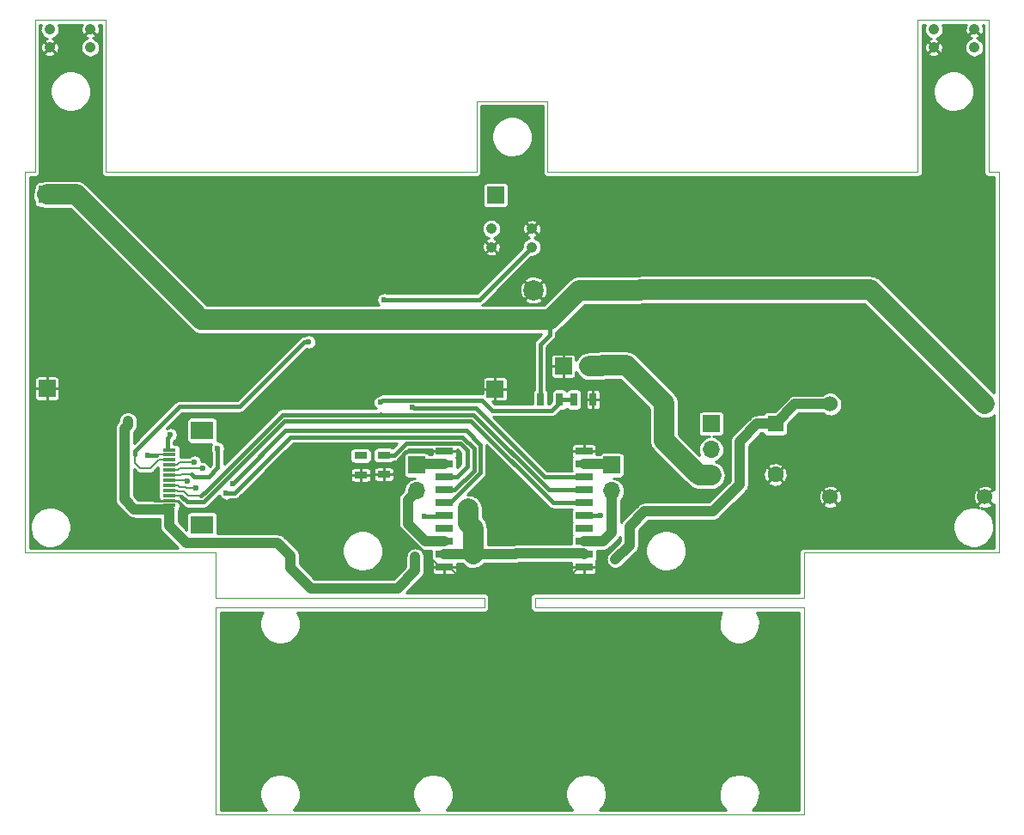
<source format=gtl>
G04 #@! TF.FileFunction,Copper,L1,Top,Signal*
%FSLAX46Y46*%
G04 Gerber Fmt 4.6, Leading zero omitted, Abs format (unit mm)*
G04 Created by KiCad (PCBNEW 4.0.7) date 11/25/18 15:18:32*
%MOMM*%
%LPD*%
G01*
G04 APERTURE LIST*
%ADD10C,0.100000*%
%ADD11R,1.300000X0.700000*%
%ADD12R,2.000000X2.000000*%
%ADD13C,2.000000*%
%ADD14R,1.600000X1.600000*%
%ADD15C,1.600000*%
%ADD16R,1.700000X0.760000*%
%ADD17R,1.700000X1.700000*%
%ADD18O,1.700000X1.700000*%
%ADD19R,0.700000X1.300000*%
%ADD20C,1.524000*%
%ADD21C,1.055599*%
%ADD22R,2.200000X1.800000*%
%ADD23R,1.300000X0.300000*%
%ADD24C,0.600000*%
%ADD25C,0.250000*%
%ADD26C,0.200000*%
%ADD27C,1.000000*%
%ADD28C,0.400000*%
%ADD29C,2.000000*%
%ADD30C,0.254000*%
G04 APERTURE END LIST*
D10*
X51540916Y63004441D02*
X88040916Y63004441D01*
X88040916Y63004441D02*
X88040916Y78004441D01*
X40916Y63004441D02*
X1040916Y63004441D01*
X50317400Y20081240D02*
X50317473Y21080131D01*
X8040916Y78004441D02*
X8040916Y63004441D01*
X44540916Y70004441D02*
X51540916Y70004441D01*
X50317473Y20083891D02*
X76793969Y20083891D01*
X40916Y25504441D02*
X18840977Y25504441D01*
X96040916Y25504441D02*
X76793969Y25504441D01*
X88040916Y78004441D02*
X95040916Y78004441D01*
X18840977Y21080131D02*
X18840977Y25504441D01*
X95040916Y78004441D02*
X95040916Y63004441D01*
X18840977Y20083891D02*
X45317473Y20083891D01*
X18840977Y-316109D02*
X18840977Y20083891D01*
X45317473Y21080131D02*
X18840977Y21080131D01*
X40916Y25504441D02*
X40916Y63004441D01*
X1040916Y63004441D02*
X1040916Y78004441D01*
X95040916Y63004441D02*
X96040916Y63004441D01*
X45313600Y20086320D02*
X45317473Y21080131D01*
X44540916Y63004441D02*
X44540916Y70004441D01*
X18840977Y-316109D02*
X76793969Y-316109D01*
X51540916Y63004441D02*
X51540916Y70004441D01*
X76793969Y25504441D02*
X76793969Y21080131D01*
X8040916Y63004441D02*
X44540916Y63004441D01*
X96040916Y63004441D02*
X96040916Y25504441D01*
X76793969Y-316109D02*
X76793969Y20083891D01*
X1040916Y78004441D02*
X8040916Y78004441D01*
X76793969Y21080131D02*
X50317473Y21080131D01*
D11*
X33141920Y33162200D03*
X33141920Y35062200D03*
D12*
X57663080Y51379120D03*
D13*
X50163080Y51379120D03*
D14*
X74000360Y38196520D03*
D15*
X74000360Y33196520D03*
D16*
X55140000Y24074120D03*
X55140000Y25344120D03*
X55140000Y26614120D03*
X55140000Y27884120D03*
X55140000Y29154120D03*
X55140000Y30424120D03*
X55140000Y31694120D03*
X55140000Y32964120D03*
X55140000Y34234120D03*
X55140000Y35504120D03*
X41380000Y35504120D03*
X41380000Y34234120D03*
X41380000Y32964120D03*
X41380000Y31694120D03*
X41380000Y30424120D03*
X41380000Y29154120D03*
X41380000Y27884120D03*
X41380000Y26614120D03*
X41380000Y25344120D03*
X41380000Y24074120D03*
D17*
X53101240Y43891200D03*
D18*
X55641240Y43891200D03*
D17*
X2245360Y60797440D03*
X46390560Y41640760D03*
X2225040Y41691560D03*
X46426120Y60726320D03*
X57871360Y34122360D03*
D18*
X57871360Y31582360D03*
D17*
X38638480Y34122360D03*
D18*
X38638480Y31582360D03*
D19*
X56042600Y40584120D03*
X54142600Y40584120D03*
X52735520Y40584120D03*
X50835520Y40584120D03*
D11*
X35412680Y33223160D03*
X35412680Y35123160D03*
D17*
X67670680Y38206680D03*
D18*
X67670680Y35666680D03*
X67670680Y33126680D03*
D20*
X94650560Y40137080D03*
X94650560Y30993080D03*
X79410560Y40137080D03*
X79410560Y30997080D03*
D21*
X46000920Y57425160D03*
X50000920Y57425160D03*
X50000920Y55625160D03*
X46000920Y55625160D03*
X93607640Y75284760D03*
X89607640Y75284760D03*
X89607640Y77084760D03*
X93607640Y77084760D03*
X6480560Y75284760D03*
X2480560Y75284760D03*
X2480560Y77084760D03*
X6480560Y77084760D03*
D22*
X17511680Y37544800D03*
X17511680Y28244800D03*
D23*
X14261680Y30144800D03*
X14261680Y30644800D03*
X14261680Y31144800D03*
X14261680Y31644800D03*
X14261680Y32144800D03*
X14261680Y32644800D03*
X14261680Y33144800D03*
X14261680Y33644800D03*
X14261680Y34144800D03*
X14261680Y34644800D03*
X14261680Y35144800D03*
X14261680Y35644800D03*
D24*
X11684000Y31805880D03*
X53202840Y29311600D03*
X51907440Y36464240D03*
X10210800Y38511480D03*
X58242200Y24836080D03*
X38506400Y25074840D03*
X41380000Y27884120D03*
X14361160Y37124640D03*
X12151360Y35082480D03*
X16741075Y34416019D03*
X33141920Y35062200D03*
X38247320Y39837360D03*
X17529788Y33794331D03*
X35412680Y35123160D03*
X19019520Y35793680D03*
X35067240Y40325040D03*
X28011120Y46273720D03*
X35438080Y50434240D03*
D13*
X43723560Y29804360D03*
D24*
X56804560Y29133800D03*
X39436040Y29118560D03*
X16896080Y31887160D03*
X19878040Y31374080D03*
X16003480Y32573530D03*
X20533360Y32339280D03*
D25*
X14261680Y30644800D02*
X12845080Y30644800D01*
X12845080Y30644800D02*
X11684000Y31805880D01*
X14261680Y30644800D02*
X15125204Y30644800D01*
X15125204Y30644800D02*
X15800342Y29969662D01*
X15800342Y29969662D02*
X15943378Y29969662D01*
X52666816Y29423360D02*
X52374800Y29423360D01*
X53202840Y29311600D02*
X52778576Y29311600D01*
X52778576Y29311600D02*
X52666816Y29423360D01*
X55140000Y35504120D02*
X52867560Y35504120D01*
X52867560Y35504120D02*
X51907440Y36464240D01*
D26*
X54090000Y23494120D02*
X54670000Y24074120D01*
X41850000Y24074120D02*
X42430000Y23494120D01*
X41380000Y24074120D02*
X41850000Y24074120D01*
X42430000Y23494120D02*
X54090000Y23494120D01*
X54670000Y24074120D02*
X55140000Y24074120D01*
X36941760Y31144080D02*
X36941760Y28042360D01*
X36941760Y28042360D02*
X40910000Y24074120D01*
X40910000Y24074120D02*
X41380000Y24074120D01*
X35412680Y33223160D02*
X35412680Y32673160D01*
X35412680Y32673160D02*
X36941760Y31144080D01*
X36748720Y34665920D02*
X37586920Y35504120D01*
X37586920Y35504120D02*
X41380000Y35504120D01*
X36748720Y33709200D02*
X36748720Y34665920D01*
X35412680Y33223160D02*
X36262680Y33223160D01*
X36262680Y33223160D02*
X36748720Y33709200D01*
X33141920Y33162200D02*
X35351720Y33162200D01*
X35351720Y33162200D02*
X35412680Y33223160D01*
D27*
X9850120Y30759400D02*
X10814721Y29794799D01*
X10814721Y29794799D02*
X14261680Y29794799D01*
X9850120Y37726536D02*
X9850120Y30759400D01*
X10210800Y38511480D02*
X10210800Y38087216D01*
X10210800Y38087216D02*
X9850120Y37726536D01*
X59629040Y28077160D02*
X59629040Y26222920D01*
X59629040Y26222920D02*
X58242200Y24836080D01*
X61117480Y29565600D02*
X59629040Y28077160D01*
X67833240Y29565600D02*
X61117480Y29565600D01*
X70449440Y32181800D02*
X67833240Y29565600D01*
X70449440Y36445600D02*
X70449440Y32181800D01*
X74000360Y38196520D02*
X72200360Y38196520D01*
X72200360Y38196520D02*
X70449440Y36445600D01*
X16002000Y26426160D02*
X14261680Y28166480D01*
X14261680Y28166480D02*
X14261680Y29794799D01*
X24968200Y26426160D02*
X16002000Y26426160D01*
X26207720Y25186640D02*
X24968200Y26426160D01*
X26207720Y24013160D02*
X26207720Y25186640D01*
X28224480Y21996400D02*
X26207720Y24013160D01*
X36777960Y21996400D02*
X28224480Y21996400D01*
X38506400Y25074840D02*
X38506400Y23724840D01*
X38506400Y23724840D02*
X36777960Y21996400D01*
X79410560Y40137080D02*
X75940920Y40137080D01*
X75940920Y40137080D02*
X74000360Y38196520D01*
D28*
X14361160Y37124640D02*
X14061161Y36824641D01*
X14061161Y36824641D02*
X14061161Y35845319D01*
X14061161Y35845319D02*
X14211679Y35694801D01*
D26*
X12999720Y35082480D02*
X13062040Y35144800D01*
X13062040Y35144800D02*
X14261680Y35144800D01*
D28*
X12151360Y35082480D02*
X12999720Y35082480D01*
D26*
X16316811Y34416019D02*
X16741075Y34416019D01*
X15035982Y34144800D02*
X15307201Y34416019D01*
X15307201Y34416019D02*
X16316811Y34416019D01*
X14261680Y34144800D02*
X15035982Y34144800D01*
D28*
X38359651Y39725029D02*
X38247320Y39837360D01*
X44475788Y39725029D02*
X38359651Y39725029D01*
X55140000Y32964120D02*
X51236697Y32964120D01*
X51236697Y32964120D02*
X44475788Y39725029D01*
D26*
X15251213Y33794331D02*
X15101682Y33644800D01*
X17529788Y33794331D02*
X15251213Y33794331D01*
X15101682Y33644800D02*
X14261680Y33644800D01*
D28*
X42931469Y36306189D02*
X37645709Y36306189D01*
X37645709Y36306189D02*
X36462680Y35123160D01*
X36462680Y35123160D02*
X35412680Y35123160D01*
X43632120Y35605538D02*
X42931469Y36306189D01*
X42630000Y32964120D02*
X43632120Y33966240D01*
X41380000Y32964120D02*
X42630000Y32964120D01*
X43632120Y33966240D02*
X43632120Y35605538D01*
D26*
X16455288Y33236270D02*
X15486750Y33236270D01*
X15486750Y33236270D02*
X15395280Y33144800D01*
X15466430Y33215950D02*
X15395280Y33144800D01*
X15395280Y33144800D02*
X14261680Y33144800D01*
D28*
X16681718Y33009840D02*
X16455288Y33236270D01*
X19019520Y35793680D02*
X19019520Y33893760D01*
X19019520Y33893760D02*
X18135600Y33009840D01*
X18135600Y33009840D02*
X16681718Y33009840D01*
X35279562Y40537362D02*
X35067240Y40325040D01*
X45073956Y40537362D02*
X35279562Y40537362D01*
X51985520Y39534120D02*
X46077198Y39534120D01*
X52735520Y40284120D02*
X51985520Y39534120D01*
X52735520Y40584120D02*
X52735520Y40284120D01*
X46077198Y39534120D02*
X45073956Y40537362D01*
X52735520Y40584120D02*
X54142600Y40584120D01*
D26*
X10891520Y35209480D02*
X10891520Y34356040D01*
X10891520Y34356040D02*
X11414760Y33832800D01*
X11414760Y33832800D02*
X12405360Y33832800D01*
X12405360Y33832800D02*
X13155030Y34582470D01*
X13155030Y34582470D02*
X13206830Y34582470D01*
X13206830Y34582470D02*
X13269160Y34644800D01*
X13269160Y34644800D02*
X14261680Y34644800D01*
D28*
X10891520Y35534600D02*
X10891520Y35209480D01*
X15250160Y39893240D02*
X10891520Y35534600D01*
X21206376Y39893240D02*
X15250160Y39893240D01*
X28011120Y46273720D02*
X27586856Y46273720D01*
X27586856Y46273720D02*
X21206376Y39893240D01*
X50000920Y55625160D02*
X44810000Y50434240D01*
X44810000Y50434240D02*
X35438080Y50434240D01*
X51737000Y46941480D02*
X50835520Y46040000D01*
X50835520Y46040000D02*
X50835520Y40584120D01*
X51737000Y48453040D02*
X51737000Y46941480D01*
D29*
X57663080Y51379120D02*
X54663080Y51379120D01*
X54663080Y51379120D02*
X51737000Y48453040D01*
X51737000Y48453040D02*
X17439760Y48453040D01*
X17439760Y48453040D02*
X5095360Y60797440D01*
X5095360Y60797440D02*
X2245360Y60797440D01*
X60693560Y51409600D02*
X83378040Y51409600D01*
X83378040Y51409600D02*
X94650560Y40137080D01*
X57663080Y51379120D02*
X60663080Y51379120D01*
X60663080Y51379120D02*
X60693560Y51409600D01*
X43723560Y29804360D02*
X43723560Y28390147D01*
X43723560Y28390147D02*
X44216320Y27897387D01*
X44216320Y27897387D02*
X44216320Y25344120D01*
D27*
X48356520Y25344120D02*
X44216320Y25344120D01*
X44216320Y25344120D02*
X41380000Y25344120D01*
X48442880Y25430480D02*
X54626570Y25430480D01*
X54626570Y25430480D02*
X54642940Y25414110D01*
X54642940Y25414110D02*
X55070010Y25414110D01*
X55070010Y25414110D02*
X55140000Y25344120D01*
X48442880Y25430480D02*
X48356520Y25344120D01*
X55140000Y26614120D02*
X56990000Y26614120D01*
X56990000Y26614120D02*
X57871360Y27495480D01*
X57871360Y27495480D02*
X57871360Y30380279D01*
X57871360Y30380279D02*
X57871360Y31582360D01*
D28*
X56804560Y29133800D02*
X55160320Y29133800D01*
X55160320Y29133800D02*
X55140000Y29154120D01*
D27*
X55140000Y34234120D02*
X57759600Y34234120D01*
X57759600Y34234120D02*
X57871360Y34122360D01*
X41380000Y34234120D02*
X38750240Y34234120D01*
X38750240Y34234120D02*
X38638480Y34122360D01*
D28*
X39436040Y29118560D02*
X41344440Y29118560D01*
X41344440Y29118560D02*
X41380000Y29154120D01*
D27*
X37788481Y30732361D02*
X38638480Y31582360D01*
X37788481Y28355639D02*
X37788481Y30732361D01*
X39530000Y26614120D02*
X37788481Y28355639D01*
X41380000Y26614120D02*
X39530000Y26614120D01*
D29*
X63037720Y40238680D02*
X63037720Y36557559D01*
X63037720Y36557559D02*
X66468599Y33126680D01*
X66468599Y33126680D02*
X67670680Y33126680D01*
X59293760Y43982640D02*
X63037720Y40238680D01*
X56934761Y43982640D02*
X59293760Y43982640D01*
X55641240Y43891200D02*
X56843321Y43891200D01*
X56843321Y43891200D02*
X56934761Y43982640D01*
D26*
X15468600Y31043880D02*
X15367680Y31144800D01*
X15367680Y31144800D02*
X14261680Y31144800D01*
D28*
X16017809Y30494671D02*
X15468600Y31043880D01*
X25654000Y38481000D02*
X17667671Y30494671D01*
X55140000Y30424120D02*
X52079611Y30424120D01*
X17667671Y30494671D02*
X16017809Y30494671D01*
X52079611Y30424120D02*
X44022731Y38481000D01*
X44022731Y38481000D02*
X25654000Y38481000D01*
D26*
X15045980Y31644800D02*
X14261680Y31644800D01*
X15695249Y31548109D02*
X15142671Y31548109D01*
X17409160Y31094680D02*
X16148678Y31094680D01*
X15142671Y31548109D02*
X15045980Y31644800D01*
X16148678Y31094680D02*
X15695249Y31548109D01*
D28*
X17409160Y31094680D02*
X17393920Y31109920D01*
X17962880Y31648400D02*
X17409160Y31094680D01*
X17967960Y31648400D02*
X17962880Y31648400D01*
X25414098Y39094538D02*
X17967960Y31648400D01*
X35154742Y39094538D02*
X25414098Y39094538D01*
X35154742Y39094538D02*
X35128200Y39121080D01*
X55140000Y31694120D02*
X51658154Y31694120D01*
X44257736Y39094538D02*
X35154742Y39094538D01*
X51658154Y31694120D02*
X44257736Y39094538D01*
X44292520Y33598016D02*
X44292520Y35793680D01*
X42388624Y31694120D02*
X44292520Y33598016D01*
X41380000Y31694120D02*
X42388624Y31694120D01*
X44292520Y35793680D02*
X43180000Y36906200D01*
X43180000Y36906200D02*
X26243280Y36906200D01*
X26243280Y36906200D02*
X20711160Y31374080D01*
X20711160Y31374080D02*
X20302304Y31374080D01*
X20302304Y31374080D02*
X19878040Y31374080D01*
D26*
X14261680Y32144800D02*
X15111680Y32144800D01*
X15860938Y31948119D02*
X15921897Y31887160D01*
X15111680Y32144800D02*
X15308361Y31948119D01*
X15308361Y31948119D02*
X15860938Y31948119D01*
X15921897Y31887160D02*
X16896080Y31887160D01*
D28*
X41380000Y30424120D02*
X41967166Y30424120D01*
X25725120Y37531040D02*
X20833359Y32639279D01*
X41967166Y30424120D02*
X44909269Y33366223D01*
X44909269Y36152291D02*
X43530520Y37531040D01*
X43530520Y37531040D02*
X25725120Y37531040D01*
X20833359Y32639279D02*
X20533360Y32339280D01*
X44909269Y33366223D02*
X44909269Y36152291D01*
D26*
X15932210Y32644800D02*
X16003480Y32573530D01*
X14261680Y32644800D02*
X15932210Y32644800D01*
D30*
G36*
X93641519Y39128038D02*
X93856726Y38951265D01*
X94102171Y38819659D01*
X94368503Y38738232D01*
X94645579Y38710089D01*
X94922845Y38736298D01*
X95189739Y38815862D01*
X95436096Y38945752D01*
X95563916Y39049258D01*
X95563916Y31677709D01*
X95400663Y31738940D01*
X94654803Y30993080D01*
X95400663Y30247220D01*
X95563916Y30308451D01*
X95563916Y28221074D01*
X95487916Y28604902D01*
X95336435Y28972423D01*
X95116453Y29303522D01*
X94836350Y29585588D01*
X94506795Y29807875D01*
X94250489Y29915617D01*
X94383952Y29869724D01*
X94608230Y29839296D01*
X94834136Y29853208D01*
X95052986Y29910924D01*
X95256372Y30010226D01*
X95326764Y30057262D01*
X95396420Y30242977D01*
X94650560Y30988837D01*
X93904700Y30242977D01*
X93974356Y30057262D01*
X94136725Y29962661D01*
X93750944Y30041850D01*
X93353439Y30044625D01*
X92962965Y29970138D01*
X92594395Y29821227D01*
X92261768Y29603562D01*
X91977755Y29325435D01*
X91753172Y28997440D01*
X91596574Y28632069D01*
X91513926Y28243241D01*
X91508375Y27845764D01*
X91580134Y27454780D01*
X91726470Y27085179D01*
X91941807Y26751041D01*
X92217944Y26465093D01*
X92544364Y26238225D01*
X92908632Y26079080D01*
X93296874Y25993720D01*
X93694302Y25985395D01*
X94085778Y26054423D01*
X94456391Y26198174D01*
X94792024Y26411173D01*
X95079894Y26685308D01*
X95309034Y27010135D01*
X95470718Y27373284D01*
X95558787Y27760920D01*
X95563916Y28128232D01*
X95563916Y25981441D01*
X76793969Y25981441D01*
X76749239Y25977055D01*
X76704588Y25972992D01*
X76702986Y25972520D01*
X76701319Y25972357D01*
X76658350Y25959383D01*
X76615282Y25946708D01*
X76613798Y25945932D01*
X76612198Y25945449D01*
X76572634Y25924413D01*
X76532781Y25903578D01*
X76531474Y25902527D01*
X76530001Y25901744D01*
X76495212Y25873371D01*
X76460230Y25845244D01*
X76459157Y25843966D01*
X76457858Y25842906D01*
X76429192Y25808254D01*
X76400390Y25773930D01*
X76399585Y25772466D01*
X76398518Y25771176D01*
X76377157Y25731669D01*
X76355541Y25692351D01*
X76355035Y25690757D01*
X76354240Y25689286D01*
X76340968Y25646409D01*
X76327393Y25603615D01*
X76327207Y25601953D01*
X76326712Y25600355D01*
X76322027Y25555777D01*
X76317015Y25511101D01*
X76316993Y25507883D01*
X76316981Y25507771D01*
X76316991Y25507659D01*
X76316969Y25504441D01*
X76316969Y21557131D01*
X50317473Y21557131D01*
X50272812Y21552752D01*
X50228126Y21548689D01*
X50226504Y21548212D01*
X50224823Y21548047D01*
X50181906Y21535089D01*
X50138818Y21522411D01*
X50137318Y21521627D01*
X50135702Y21521139D01*
X50096159Y21500114D01*
X50056314Y21479287D01*
X50054994Y21478226D01*
X50053505Y21477434D01*
X50018711Y21449057D01*
X49983759Y21420958D01*
X49982676Y21419668D01*
X49981362Y21418596D01*
X49952690Y21383937D01*
X49923914Y21349649D01*
X49923101Y21348170D01*
X49922022Y21346866D01*
X49900655Y21307349D01*
X49879059Y21268073D01*
X49878548Y21266464D01*
X49877744Y21264976D01*
X49864476Y21222113D01*
X49850904Y21179339D01*
X49850715Y21177658D01*
X49850216Y21176045D01*
X49845538Y21131536D01*
X49840519Y21086826D01*
X49840497Y21083571D01*
X49840485Y21083461D01*
X49840495Y21083351D01*
X49840473Y21080166D01*
X49840400Y20081275D01*
X49849477Y19988624D01*
X49876379Y19899501D01*
X49920078Y19817301D01*
X49978910Y19745154D01*
X50050636Y19685808D01*
X50132523Y19641525D01*
X50221452Y19613990D01*
X50314035Y19604252D01*
X50343058Y19606891D01*
X68749676Y19606891D01*
X68664572Y19482600D01*
X68507974Y19117229D01*
X68425326Y18728401D01*
X68419775Y18330924D01*
X68491534Y17939940D01*
X68637870Y17570339D01*
X68853207Y17236201D01*
X69129344Y16950253D01*
X69455764Y16723385D01*
X69820032Y16564240D01*
X70208274Y16478880D01*
X70605702Y16470555D01*
X70997178Y16539583D01*
X71367791Y16683334D01*
X71703424Y16896333D01*
X71991294Y17170468D01*
X72220434Y17495295D01*
X72382118Y17858444D01*
X72470187Y18246080D01*
X72476527Y18700118D01*
X72399316Y19090062D01*
X72247835Y19457583D01*
X72148635Y19606891D01*
X76316969Y19606891D01*
X76316969Y160891D01*
X71792093Y160891D01*
X71991294Y350588D01*
X72220434Y675415D01*
X72382118Y1038564D01*
X72470187Y1426200D01*
X72476527Y1880238D01*
X72399316Y2270182D01*
X72247835Y2637703D01*
X72027853Y2968802D01*
X71747750Y3250868D01*
X71418195Y3473155D01*
X71051741Y3627199D01*
X70662344Y3707130D01*
X70264839Y3709905D01*
X69874365Y3635418D01*
X69505795Y3486507D01*
X69173168Y3268842D01*
X68889155Y2990715D01*
X68664572Y2662720D01*
X68507974Y2297349D01*
X68425326Y1908521D01*
X68419775Y1511044D01*
X68491534Y1120060D01*
X68637870Y750459D01*
X68853207Y416321D01*
X69099873Y160891D01*
X56704493Y160891D01*
X56903694Y350588D01*
X57132834Y675415D01*
X57294518Y1038564D01*
X57382587Y1426200D01*
X57388927Y1880238D01*
X57311716Y2270182D01*
X57160235Y2637703D01*
X56940253Y2968802D01*
X56660150Y3250868D01*
X56330595Y3473155D01*
X55964141Y3627199D01*
X55574744Y3707130D01*
X55177239Y3709905D01*
X54786765Y3635418D01*
X54418195Y3486507D01*
X54085568Y3268842D01*
X53801555Y2990715D01*
X53576972Y2662720D01*
X53420374Y2297349D01*
X53337726Y1908521D01*
X53332175Y1511044D01*
X53403934Y1120060D01*
X53550270Y750459D01*
X53765607Y416321D01*
X54012273Y160891D01*
X41611558Y160891D01*
X41816094Y355668D01*
X42045234Y680495D01*
X42206918Y1043644D01*
X42294987Y1431280D01*
X42301327Y1885318D01*
X42224116Y2275262D01*
X42072635Y2642783D01*
X41852653Y2973882D01*
X41572550Y3255948D01*
X41242995Y3478235D01*
X40876541Y3632279D01*
X40487144Y3712210D01*
X40089639Y3714985D01*
X39699165Y3640498D01*
X39330595Y3491587D01*
X38997968Y3273922D01*
X38713955Y2995795D01*
X38489372Y2667800D01*
X38332774Y2302429D01*
X38250126Y1913601D01*
X38244575Y1516124D01*
X38316334Y1125140D01*
X38462670Y755539D01*
X38678007Y421401D01*
X38929579Y160891D01*
X26523958Y160891D01*
X26728494Y355668D01*
X26957634Y680495D01*
X27119318Y1043644D01*
X27207387Y1431280D01*
X27213727Y1885318D01*
X27136516Y2275262D01*
X26985035Y2642783D01*
X26765053Y2973882D01*
X26484950Y3255948D01*
X26155395Y3478235D01*
X25788941Y3632279D01*
X25399544Y3712210D01*
X25002039Y3714985D01*
X24611565Y3640498D01*
X24242995Y3491587D01*
X23910368Y3273922D01*
X23626355Y2995795D01*
X23401772Y2667800D01*
X23245174Y2302429D01*
X23162526Y1913601D01*
X23156975Y1516124D01*
X23228734Y1125140D01*
X23375070Y755539D01*
X23590407Y421401D01*
X23841979Y160891D01*
X19317977Y160891D01*
X19317977Y19606891D01*
X23495434Y19606891D01*
X23406852Y19477520D01*
X23250254Y19112149D01*
X23167606Y18723321D01*
X23162055Y18325844D01*
X23233814Y17934860D01*
X23380150Y17565259D01*
X23595487Y17231121D01*
X23871624Y16945173D01*
X24198044Y16718305D01*
X24562312Y16559160D01*
X24950554Y16473800D01*
X25347982Y16465475D01*
X25739458Y16534503D01*
X26110071Y16678254D01*
X26445704Y16891253D01*
X26733574Y17165388D01*
X26962714Y17490215D01*
X27124398Y17853364D01*
X27212467Y18241000D01*
X27218807Y18695038D01*
X27141596Y19084982D01*
X26990115Y19452503D01*
X26887540Y19606891D01*
X45317473Y19606891D01*
X45410123Y19615975D01*
X45499244Y19642883D01*
X45581441Y19686588D01*
X45653584Y19745426D01*
X45712924Y19817156D01*
X45757202Y19899046D01*
X45784730Y19987977D01*
X45794461Y20080561D01*
X45790740Y20121448D01*
X45794469Y21078273D01*
X45790162Y21124044D01*
X45786024Y21169512D01*
X45785817Y21170216D01*
X45785747Y21170957D01*
X45772655Y21214936D01*
X45759740Y21258818D01*
X45759396Y21259475D01*
X45759186Y21260182D01*
X45737889Y21300615D01*
X45716610Y21341319D01*
X45716146Y21341896D01*
X45715802Y21342549D01*
X45686921Y21378244D01*
X45658276Y21413870D01*
X45657713Y21414342D01*
X45657245Y21414921D01*
X45621842Y21444442D01*
X45586962Y21473710D01*
X45586317Y21474064D01*
X45585747Y21474540D01*
X45545361Y21496581D01*
X45505383Y21518559D01*
X45504681Y21518782D01*
X45504030Y21519137D01*
X45460203Y21532891D01*
X45416647Y21546707D01*
X45415914Y21546789D01*
X45415207Y21547011D01*
X45369662Y21551978D01*
X45324133Y21557085D01*
X45322739Y21557095D01*
X45322662Y21557103D01*
X45322579Y21557096D01*
X45317473Y21557131D01*
X37649667Y21557131D01*
X39161888Y23069352D01*
X39216241Y23135522D01*
X39271280Y23201116D01*
X39273628Y23205388D01*
X39276722Y23209154D01*
X39317178Y23284605D01*
X39358438Y23359656D01*
X39359912Y23364303D01*
X39362215Y23368598D01*
X39387242Y23450456D01*
X39413143Y23532106D01*
X39413687Y23536952D01*
X39415111Y23541611D01*
X39423759Y23626746D01*
X39433310Y23711897D01*
X39433376Y23721430D01*
X39433394Y23721604D01*
X39433379Y23721767D01*
X39433400Y23724840D01*
X39433400Y23974370D01*
X40143000Y23974370D01*
X40143000Y23656004D01*
X40157872Y23581236D01*
X40187045Y23510807D01*
X40229397Y23447422D01*
X40283302Y23393518D01*
X40346687Y23351165D01*
X40417116Y23321992D01*
X40491884Y23307120D01*
X41280250Y23307120D01*
X41377000Y23403870D01*
X41377000Y24071120D01*
X41383000Y24071120D01*
X41383000Y23403870D01*
X41479750Y23307120D01*
X42268116Y23307120D01*
X42342884Y23321992D01*
X42413313Y23351165D01*
X42476698Y23393518D01*
X42530603Y23447422D01*
X42572955Y23510807D01*
X42602128Y23581236D01*
X42617000Y23656004D01*
X42617000Y23974370D01*
X42520250Y24071120D01*
X41383000Y24071120D01*
X41377000Y24071120D01*
X40239750Y24071120D01*
X40143000Y23974370D01*
X39433400Y23974370D01*
X39433400Y25074840D01*
X39415745Y25254895D01*
X39363454Y25428092D01*
X39278518Y25587834D01*
X39164172Y25728036D01*
X39042526Y25828671D01*
X39089800Y25803322D01*
X39164816Y25762082D01*
X39169459Y25760609D01*
X39173758Y25758304D01*
X39255691Y25733255D01*
X39337266Y25707377D01*
X39342108Y25706834D01*
X39346772Y25705408D01*
X39431995Y25696751D01*
X39517057Y25687210D01*
X39526579Y25687144D01*
X39526764Y25687125D01*
X39526936Y25687141D01*
X39530000Y25687120D01*
X40100934Y25687120D01*
X40100934Y24964120D01*
X40106356Y24896122D01*
X40142073Y24780790D01*
X40208506Y24679974D01*
X40212943Y24676192D01*
X40187045Y24637433D01*
X40157872Y24567004D01*
X40143000Y24492236D01*
X40143000Y24173870D01*
X40239750Y24077120D01*
X41377000Y24077120D01*
X41377000Y24097120D01*
X41383000Y24097120D01*
X41383000Y24077120D01*
X42520250Y24077120D01*
X42617000Y24173870D01*
X42617000Y24417120D01*
X43139729Y24417120D01*
X43203763Y24338607D01*
X43418352Y24161083D01*
X43663335Y24028621D01*
X43929382Y23946266D01*
X44206358Y23917155D01*
X44483713Y23942396D01*
X44592350Y23974370D01*
X53903000Y23974370D01*
X53903000Y23656004D01*
X53917872Y23581236D01*
X53947045Y23510807D01*
X53989397Y23447422D01*
X54043302Y23393518D01*
X54106687Y23351165D01*
X54177116Y23321992D01*
X54251884Y23307120D01*
X55040250Y23307120D01*
X55137000Y23403870D01*
X55137000Y24071120D01*
X55143000Y24071120D01*
X55143000Y23403870D01*
X55239750Y23307120D01*
X56028116Y23307120D01*
X56102884Y23321992D01*
X56173313Y23351165D01*
X56236698Y23393518D01*
X56290603Y23447422D01*
X56332955Y23510807D01*
X56362128Y23581236D01*
X56377000Y23656004D01*
X56377000Y23974370D01*
X56280250Y24071120D01*
X55143000Y24071120D01*
X55137000Y24071120D01*
X53999750Y24071120D01*
X53903000Y23974370D01*
X44592350Y23974370D01*
X44750884Y24021029D01*
X44997693Y24150057D01*
X45214740Y24324567D01*
X45292401Y24417120D01*
X48356520Y24417120D01*
X48441729Y24425475D01*
X48527043Y24432939D01*
X48531726Y24434300D01*
X48536575Y24434775D01*
X48618534Y24459520D01*
X48700778Y24483414D01*
X48705105Y24485657D01*
X48709772Y24487066D01*
X48740642Y24503480D01*
X53905237Y24503480D01*
X53903000Y24492236D01*
X53903000Y24173870D01*
X53999750Y24077120D01*
X55137000Y24077120D01*
X55137000Y24097120D01*
X55143000Y24097120D01*
X55143000Y24077120D01*
X56280250Y24077120D01*
X56377000Y24173870D01*
X56377000Y24492236D01*
X56362128Y24567004D01*
X56332955Y24637433D01*
X56305166Y24679022D01*
X56352463Y24734515D01*
X56402079Y24844585D01*
X56419066Y24964120D01*
X56419066Y25687120D01*
X56990000Y25687120D01*
X57075209Y25695475D01*
X57160523Y25702939D01*
X57165206Y25704300D01*
X57170055Y25704775D01*
X57252014Y25729520D01*
X57334258Y25753414D01*
X57338585Y25755657D01*
X57343252Y25757066D01*
X57418832Y25797252D01*
X57494881Y25836672D01*
X57498693Y25839715D01*
X57502994Y25842002D01*
X57569334Y25896108D01*
X57636272Y25949544D01*
X57643056Y25956234D01*
X57643196Y25956348D01*
X57643303Y25956477D01*
X57645488Y25958632D01*
X58526848Y26839992D01*
X58581201Y26906162D01*
X58636240Y26971756D01*
X58638588Y26976028D01*
X58641682Y26979794D01*
X58682138Y27055245D01*
X58702040Y27091446D01*
X58702040Y26606896D01*
X57586712Y25491568D01*
X57471878Y25351766D01*
X57386384Y25192322D01*
X57333489Y25019308D01*
X57315206Y24839316D01*
X57332231Y24659200D01*
X57383918Y24485822D01*
X57468296Y24325784D01*
X57582152Y24185185D01*
X57721149Y24069377D01*
X57879992Y23982773D01*
X58052632Y23928670D01*
X58232493Y23909131D01*
X58412723Y23924899D01*
X58586458Y23975374D01*
X58747081Y24058632D01*
X58888472Y24171504D01*
X58897688Y24180592D01*
X60236220Y25519124D01*
X61201095Y25519124D01*
X61272854Y25128140D01*
X61419190Y24758539D01*
X61634527Y24424401D01*
X61910664Y24138453D01*
X62237084Y23911585D01*
X62601352Y23752440D01*
X62989594Y23667080D01*
X63387022Y23658755D01*
X63778498Y23727783D01*
X64149111Y23871534D01*
X64484744Y24084533D01*
X64772614Y24358668D01*
X65001754Y24683495D01*
X65163438Y25046644D01*
X65251507Y25434280D01*
X65257847Y25888318D01*
X65180636Y26278262D01*
X65029155Y26645783D01*
X64809173Y26976882D01*
X64529070Y27258948D01*
X64199515Y27481235D01*
X63833061Y27635279D01*
X63443664Y27715210D01*
X63046159Y27717985D01*
X62655685Y27643498D01*
X62287115Y27494587D01*
X61954488Y27276922D01*
X61670475Y26998795D01*
X61445892Y26670800D01*
X61289294Y26305429D01*
X61206646Y25916601D01*
X61201095Y25519124D01*
X60236220Y25519124D01*
X60284528Y25567432D01*
X60338881Y25633602D01*
X60393920Y25699196D01*
X60396268Y25703468D01*
X60399362Y25707234D01*
X60439838Y25782720D01*
X60481078Y25857736D01*
X60482551Y25862379D01*
X60484856Y25866678D01*
X60509892Y25948569D01*
X60535783Y26030186D01*
X60536327Y26035033D01*
X60537751Y26039692D01*
X60546398Y26124821D01*
X60555950Y26209977D01*
X60556016Y26219510D01*
X60556034Y26219684D01*
X60556019Y26219847D01*
X60556040Y26222920D01*
X60556040Y27693184D01*
X61501456Y28638600D01*
X67833240Y28638600D01*
X67918449Y28646955D01*
X68003763Y28654419D01*
X68008446Y28655780D01*
X68013295Y28656255D01*
X68095254Y28681000D01*
X68177498Y28704894D01*
X68181825Y28707137D01*
X68186492Y28708546D01*
X68262072Y28748732D01*
X68338121Y28788152D01*
X68341933Y28791195D01*
X68346234Y28793482D01*
X68412574Y28847588D01*
X68479512Y28901024D01*
X68486296Y28907714D01*
X68486436Y28907828D01*
X68486543Y28907957D01*
X68488728Y28910112D01*
X69825593Y30246977D01*
X78664700Y30246977D01*
X78734356Y30061262D01*
X78929918Y29947322D01*
X79143952Y29873724D01*
X79368230Y29843296D01*
X79594136Y29857208D01*
X79812986Y29914924D01*
X80016372Y30014226D01*
X80086764Y30061262D01*
X80156420Y30246977D01*
X79410560Y30992837D01*
X78664700Y30246977D01*
X69825593Y30246977D01*
X70618026Y31039410D01*
X78256776Y31039410D01*
X78270688Y30813504D01*
X78328404Y30594654D01*
X78427706Y30391268D01*
X78474742Y30320876D01*
X78660457Y30251220D01*
X79406317Y30997080D01*
X79414803Y30997080D01*
X80160663Y30251220D01*
X80346378Y30320876D01*
X80460318Y30516438D01*
X80533916Y30730472D01*
X80564344Y30954750D01*
X80559377Y31035410D01*
X93496776Y31035410D01*
X93510688Y30809504D01*
X93568404Y30590654D01*
X93667706Y30387268D01*
X93714742Y30316876D01*
X93900457Y30247220D01*
X94646317Y30993080D01*
X93900457Y31738940D01*
X93714742Y31669284D01*
X93600802Y31473722D01*
X93527204Y31259688D01*
X93496776Y31035410D01*
X80559377Y31035410D01*
X80550432Y31180656D01*
X80492716Y31399506D01*
X80393414Y31602892D01*
X80346378Y31673284D01*
X80160663Y31742940D01*
X79414803Y30997080D01*
X79406317Y30997080D01*
X78660457Y31742940D01*
X78474742Y31673284D01*
X78360802Y31477722D01*
X78287204Y31263688D01*
X78256776Y31039410D01*
X70618026Y31039410D01*
X71104928Y31526312D01*
X71159281Y31592482D01*
X71214320Y31658076D01*
X71216668Y31662348D01*
X71219762Y31666114D01*
X71260227Y31741581D01*
X71263306Y31747183D01*
X78664700Y31747183D01*
X79410560Y31001323D01*
X80152420Y31743183D01*
X93904700Y31743183D01*
X94650560Y30997323D01*
X95396420Y31743183D01*
X95326764Y31928898D01*
X95131202Y32042838D01*
X94917168Y32116436D01*
X94692890Y32146864D01*
X94466984Y32132952D01*
X94248134Y32075236D01*
X94044748Y31975934D01*
X93974356Y31928898D01*
X93904700Y31743183D01*
X80152420Y31743183D01*
X80156420Y31747183D01*
X80086764Y31932898D01*
X79891202Y32046838D01*
X79677168Y32120436D01*
X79452890Y32150864D01*
X79226984Y32136952D01*
X79008134Y32079236D01*
X78804748Y31979934D01*
X78734356Y31932898D01*
X78664700Y31747183D01*
X71263306Y31747183D01*
X71301478Y31816616D01*
X71302952Y31821261D01*
X71305256Y31825559D01*
X71330301Y31907477D01*
X71356183Y31989066D01*
X71356726Y31993908D01*
X71358152Y31998572D01*
X71366808Y32083791D01*
X71376350Y32168857D01*
X71376416Y32178380D01*
X71376435Y32178565D01*
X71376419Y32178737D01*
X71376440Y32181800D01*
X71376440Y32419417D01*
X73227500Y32419417D01*
X73301713Y32229810D01*
X73503733Y32112086D01*
X73724837Y32036036D01*
X73956531Y32004583D01*
X74189908Y32018935D01*
X74416001Y32078541D01*
X74626121Y32181110D01*
X74699007Y32229810D01*
X74773220Y32419417D01*
X74000360Y33192277D01*
X73227500Y32419417D01*
X71376440Y32419417D01*
X71376440Y33240349D01*
X72808423Y33240349D01*
X72822775Y33006972D01*
X72882381Y32780879D01*
X72984950Y32570759D01*
X73033650Y32497873D01*
X73223257Y32423660D01*
X73996117Y33196520D01*
X74004603Y33196520D01*
X74777463Y32423660D01*
X74967070Y32497873D01*
X75084794Y32699893D01*
X75160844Y32920997D01*
X75192297Y33152691D01*
X75177945Y33386068D01*
X75118339Y33612161D01*
X75015770Y33822281D01*
X74967070Y33895167D01*
X74777463Y33969380D01*
X74004603Y33196520D01*
X73996117Y33196520D01*
X73223257Y33969380D01*
X73033650Y33895167D01*
X72915926Y33693147D01*
X72839876Y33472043D01*
X72808423Y33240349D01*
X71376440Y33240349D01*
X71376440Y33973623D01*
X73227500Y33973623D01*
X74000360Y33200763D01*
X74773220Y33973623D01*
X74699007Y34163230D01*
X74496987Y34280954D01*
X74275883Y34357004D01*
X74044189Y34388457D01*
X73810812Y34374105D01*
X73584719Y34314499D01*
X73374599Y34211930D01*
X73301713Y34163230D01*
X73227500Y33973623D01*
X71376440Y33973623D01*
X71376440Y36061624D01*
X72584336Y37269520D01*
X72794988Y37269520D01*
X72812433Y37213190D01*
X72878866Y37112374D01*
X72970755Y37034057D01*
X73080825Y36984441D01*
X73200360Y36967454D01*
X74800360Y36967454D01*
X74868358Y36972876D01*
X74983690Y37008593D01*
X75084506Y37075026D01*
X75162823Y37166915D01*
X75212439Y37276985D01*
X75229426Y37396520D01*
X75229426Y38114610D01*
X76324896Y39210080D01*
X78660893Y39210080D01*
X78827688Y39094154D01*
X79041361Y39000802D01*
X79269097Y38950731D01*
X79502220Y38945848D01*
X79731853Y38986339D01*
X79949247Y39070660D01*
X80146123Y39195602D01*
X80314982Y39356404D01*
X80449392Y39546941D01*
X80544232Y39759957D01*
X80595892Y39987338D01*
X80599611Y40253667D01*
X80554320Y40482402D01*
X80465464Y40697983D01*
X80336427Y40892199D01*
X80172124Y41057653D01*
X79978813Y41188043D01*
X79763858Y41278402D01*
X79535446Y41325288D01*
X79302276Y41326916D01*
X79073232Y41283223D01*
X78857036Y41195874D01*
X78661923Y41068196D01*
X78657720Y41064080D01*
X75940920Y41064080D01*
X75855661Y41055720D01*
X75770397Y41048260D01*
X75765719Y41046901D01*
X75760865Y41046425D01*
X75678864Y41021668D01*
X75596662Y40997786D01*
X75592335Y40995543D01*
X75587668Y40994134D01*
X75512049Y40953927D01*
X75436039Y40914527D01*
X75432231Y40911487D01*
X75427926Y40909198D01*
X75361559Y40855070D01*
X75294648Y40801656D01*
X75287864Y40794966D01*
X75287724Y40794852D01*
X75287617Y40794723D01*
X75285432Y40792568D01*
X73918450Y39425586D01*
X73200360Y39425586D01*
X73132362Y39420164D01*
X73017030Y39384447D01*
X72916214Y39318014D01*
X72837897Y39226125D01*
X72791646Y39123520D01*
X72200360Y39123520D01*
X72115151Y39115165D01*
X72029837Y39107701D01*
X72025154Y39106340D01*
X72020305Y39105865D01*
X71938346Y39081120D01*
X71856102Y39057226D01*
X71851775Y39054983D01*
X71847108Y39053574D01*
X71771508Y39013377D01*
X71695480Y38973968D01*
X71691670Y38970926D01*
X71687366Y38968638D01*
X71621035Y38914539D01*
X71554088Y38861097D01*
X71547302Y38854405D01*
X71547164Y38854292D01*
X71547058Y38854164D01*
X71544872Y38852008D01*
X69793952Y37101088D01*
X69739599Y37034918D01*
X69684560Y36969324D01*
X69682212Y36965052D01*
X69679118Y36961286D01*
X69638642Y36885800D01*
X69597402Y36810784D01*
X69595929Y36806141D01*
X69593624Y36801842D01*
X69568588Y36719951D01*
X69542697Y36638334D01*
X69542153Y36633487D01*
X69540729Y36628828D01*
X69532082Y36543699D01*
X69522530Y36458543D01*
X69522464Y36449010D01*
X69522446Y36448836D01*
X69522461Y36448673D01*
X69522440Y36445600D01*
X69522440Y32565776D01*
X67449264Y30492600D01*
X61117480Y30492600D01*
X61032271Y30484245D01*
X60946957Y30476781D01*
X60942274Y30475420D01*
X60937425Y30474945D01*
X60855466Y30450200D01*
X60773222Y30426306D01*
X60768895Y30424063D01*
X60764228Y30422654D01*
X60688648Y30382468D01*
X60612599Y30343048D01*
X60608787Y30340005D01*
X60604486Y30337718D01*
X60538146Y30283612D01*
X60471208Y30230176D01*
X60464424Y30223486D01*
X60464284Y30223372D01*
X60464177Y30223243D01*
X60461992Y30221088D01*
X58973552Y28732648D01*
X58919199Y28666478D01*
X58864160Y28600884D01*
X58861812Y28596612D01*
X58858718Y28592846D01*
X58818242Y28517360D01*
X58798360Y28481194D01*
X58798360Y30701626D01*
X58936220Y30868271D01*
X59054758Y31087503D01*
X59128457Y31325583D01*
X59154508Y31573445D01*
X59131920Y31821646D01*
X59061553Y32060733D01*
X58946087Y32281598D01*
X58789921Y32475830D01*
X58599002Y32636030D01*
X58380603Y32756096D01*
X58143042Y32831454D01*
X58037490Y32843294D01*
X58721360Y32843294D01*
X58789358Y32848716D01*
X58904690Y32884433D01*
X59005506Y32950866D01*
X59083823Y33042755D01*
X59133439Y33152825D01*
X59150426Y33272360D01*
X59150426Y34972360D01*
X59145004Y35040358D01*
X59109287Y35155690D01*
X59042854Y35256506D01*
X58950965Y35334823D01*
X58840895Y35384439D01*
X58721360Y35401426D01*
X57021360Y35401426D01*
X56953362Y35396004D01*
X56838030Y35360287D01*
X56737214Y35293854D01*
X56658897Y35201965D01*
X56640485Y35161120D01*
X56377000Y35161120D01*
X56377000Y35404370D01*
X56280250Y35501120D01*
X55143000Y35501120D01*
X55143000Y35481120D01*
X55137000Y35481120D01*
X55137000Y35501120D01*
X53999750Y35501120D01*
X53903000Y35404370D01*
X53903000Y35086004D01*
X53917872Y35011236D01*
X53947045Y34940807D01*
X53974834Y34899218D01*
X53927537Y34843725D01*
X53877921Y34733655D01*
X53860934Y34614120D01*
X53860934Y33854120D01*
X53866356Y33786122D01*
X53902073Y33670790D01*
X53949248Y33599199D01*
X53942363Y33591120D01*
X51496409Y33591120D01*
X49165293Y35922236D01*
X53903000Y35922236D01*
X53903000Y35603870D01*
X53999750Y35507120D01*
X55137000Y35507120D01*
X55137000Y36174370D01*
X55143000Y36174370D01*
X55143000Y35507120D01*
X56280250Y35507120D01*
X56377000Y35603870D01*
X56377000Y35922236D01*
X56362128Y35997004D01*
X56332955Y36067433D01*
X56290603Y36130818D01*
X56236698Y36184722D01*
X56173313Y36227075D01*
X56102884Y36256248D01*
X56028116Y36271120D01*
X55239750Y36271120D01*
X55143000Y36174370D01*
X55137000Y36174370D01*
X55040250Y36271120D01*
X54251884Y36271120D01*
X54177116Y36256248D01*
X54106687Y36227075D01*
X54043302Y36184722D01*
X53989397Y36130818D01*
X53947045Y36067433D01*
X53917872Y35997004D01*
X53903000Y35922236D01*
X49165293Y35922236D01*
X46180409Y38907120D01*
X51985520Y38907120D01*
X52043212Y38912777D01*
X52100858Y38917820D01*
X52104021Y38918739D01*
X52107305Y38919061D01*
X52162744Y38935799D01*
X52218367Y38951959D01*
X52221297Y38953478D01*
X52224451Y38954430D01*
X52275564Y38981607D01*
X52327009Y39008273D01*
X52329586Y39010330D01*
X52332497Y39011878D01*
X52377380Y39048483D01*
X52422643Y39084617D01*
X52427230Y39089141D01*
X52427326Y39089219D01*
X52427400Y39089308D01*
X52428876Y39090764D01*
X52843166Y39505054D01*
X53085520Y39505054D01*
X53153518Y39510476D01*
X53268850Y39546193D01*
X53369666Y39612626D01*
X53440755Y39696034D01*
X53471106Y39649974D01*
X53562995Y39571657D01*
X53673065Y39522041D01*
X53792600Y39505054D01*
X54492600Y39505054D01*
X54560598Y39510476D01*
X54675930Y39546193D01*
X54776746Y39612626D01*
X54855063Y39704515D01*
X54904679Y39814585D01*
X54921666Y39934120D01*
X54921666Y40484370D01*
X55305600Y40484370D01*
X55305600Y39896004D01*
X55320472Y39821236D01*
X55349645Y39750807D01*
X55391998Y39687422D01*
X55445902Y39633517D01*
X55509287Y39591165D01*
X55579716Y39561992D01*
X55654484Y39547120D01*
X55942850Y39547120D01*
X56039600Y39643870D01*
X56039600Y40581120D01*
X56045600Y40581120D01*
X56045600Y39643870D01*
X56142350Y39547120D01*
X56430716Y39547120D01*
X56505484Y39561992D01*
X56575913Y39591165D01*
X56639298Y39633517D01*
X56693202Y39687422D01*
X56735555Y39750807D01*
X56764728Y39821236D01*
X56779600Y39896004D01*
X56779600Y40484370D01*
X56682850Y40581120D01*
X56045600Y40581120D01*
X56039600Y40581120D01*
X55402350Y40581120D01*
X55305600Y40484370D01*
X54921666Y40484370D01*
X54921666Y41234120D01*
X54918627Y41272236D01*
X55305600Y41272236D01*
X55305600Y40683870D01*
X55402350Y40587120D01*
X56039600Y40587120D01*
X56039600Y41524370D01*
X56045600Y41524370D01*
X56045600Y40587120D01*
X56682850Y40587120D01*
X56779600Y40683870D01*
X56779600Y41272236D01*
X56764728Y41347004D01*
X56735555Y41417433D01*
X56693202Y41480818D01*
X56639298Y41534723D01*
X56575913Y41577075D01*
X56505484Y41606248D01*
X56430716Y41621120D01*
X56142350Y41621120D01*
X56045600Y41524370D01*
X56039600Y41524370D01*
X55942850Y41621120D01*
X55654484Y41621120D01*
X55579716Y41606248D01*
X55509287Y41577075D01*
X55445902Y41534723D01*
X55391998Y41480818D01*
X55349645Y41417433D01*
X55320472Y41347004D01*
X55305600Y41272236D01*
X54918627Y41272236D01*
X54916244Y41302118D01*
X54880527Y41417450D01*
X54814094Y41518266D01*
X54722205Y41596583D01*
X54612135Y41646199D01*
X54492600Y41663186D01*
X53792600Y41663186D01*
X53724602Y41657764D01*
X53609270Y41622047D01*
X53508454Y41555614D01*
X53437365Y41472206D01*
X53407014Y41518266D01*
X53315125Y41596583D01*
X53205055Y41646199D01*
X53085520Y41663186D01*
X52385520Y41663186D01*
X52317522Y41657764D01*
X52202190Y41622047D01*
X52101374Y41555614D01*
X52023057Y41463725D01*
X51973441Y41353655D01*
X51956454Y41234120D01*
X51956454Y40391766D01*
X51725808Y40161120D01*
X51614586Y40161120D01*
X51614586Y41234120D01*
X51609164Y41302118D01*
X51573447Y41417450D01*
X51507014Y41518266D01*
X51462520Y41556188D01*
X51462520Y43791450D01*
X51864240Y43791450D01*
X51864240Y43003084D01*
X51879112Y42928316D01*
X51908285Y42857887D01*
X51950637Y42794502D01*
X52004542Y42740598D01*
X52067927Y42698245D01*
X52138356Y42669072D01*
X52213124Y42654200D01*
X53001490Y42654200D01*
X53098240Y42750950D01*
X53098240Y43888200D01*
X51960990Y43888200D01*
X51864240Y43791450D01*
X51462520Y43791450D01*
X51462520Y44779316D01*
X51864240Y44779316D01*
X51864240Y43990950D01*
X51960990Y43894200D01*
X53098240Y43894200D01*
X53098240Y45031450D01*
X53104240Y45031450D01*
X53104240Y43894200D01*
X53124240Y43894200D01*
X53124240Y43888200D01*
X53104240Y43888200D01*
X53104240Y42750950D01*
X53200990Y42654200D01*
X53989356Y42654200D01*
X54064124Y42669072D01*
X54134553Y42698245D01*
X54197938Y42740598D01*
X54251843Y42794502D01*
X54294195Y42857887D01*
X54323368Y42928316D01*
X54338240Y43003084D01*
X54338240Y43318205D01*
X54447177Y43109827D01*
X54621687Y42892780D01*
X54835032Y42713763D01*
X55079085Y42579594D01*
X55344550Y42495383D01*
X55621316Y42464339D01*
X55641240Y42464200D01*
X56843321Y42464200D01*
X56974478Y42477060D01*
X57105820Y42488551D01*
X57113028Y42490645D01*
X57120493Y42491377D01*
X57246658Y42529469D01*
X57336740Y42555640D01*
X58702678Y42555640D01*
X61610720Y39647598D01*
X61610720Y36557559D01*
X61623580Y36426402D01*
X61635071Y36295060D01*
X61637165Y36287852D01*
X61637897Y36280387D01*
X61675989Y36154222D01*
X61712771Y36027617D01*
X61716224Y36020955D01*
X61718393Y36013772D01*
X61780278Y35897382D01*
X61840937Y35780359D01*
X61845617Y35774496D01*
X61849141Y35767869D01*
X61932456Y35665716D01*
X62014689Y35562704D01*
X62024987Y35552261D01*
X62025163Y35552046D01*
X62025363Y35551881D01*
X62028679Y35548518D01*
X65459558Y32117638D01*
X65561407Y32033978D01*
X65662391Y31949243D01*
X65668966Y31945628D01*
X65674765Y31940865D01*
X65790940Y31878572D01*
X65906444Y31815074D01*
X65913597Y31812805D01*
X65920210Y31809259D01*
X66046291Y31770712D01*
X66171909Y31730863D01*
X66179363Y31730027D01*
X66186542Y31727832D01*
X66317697Y31714510D01*
X66448675Y31699819D01*
X66463346Y31699717D01*
X66463618Y31699689D01*
X66463872Y31699713D01*
X66468599Y31699680D01*
X67670680Y31699680D01*
X67947852Y31726857D01*
X68214467Y31807353D01*
X68460370Y31938101D01*
X68676193Y32114123D01*
X68853717Y32328712D01*
X68986179Y32573695D01*
X69068534Y32839742D01*
X69097645Y33116718D01*
X69072404Y33394073D01*
X68993771Y33661244D01*
X68864743Y33908053D01*
X68690233Y34125100D01*
X68476888Y34304117D01*
X68232835Y34438286D01*
X68121896Y34473478D01*
X68163486Y34486035D01*
X68383540Y34603040D01*
X68576677Y34760558D01*
X68735540Y34952591D01*
X68854078Y35171823D01*
X68927777Y35409903D01*
X68953828Y35657765D01*
X68931240Y35905966D01*
X68860873Y36145053D01*
X68745407Y36365918D01*
X68589241Y36560150D01*
X68398322Y36720350D01*
X68179923Y36840416D01*
X67942362Y36915774D01*
X67836810Y36927614D01*
X68520680Y36927614D01*
X68588678Y36933036D01*
X68704010Y36968753D01*
X68804826Y37035186D01*
X68883143Y37127075D01*
X68932759Y37237145D01*
X68949746Y37356680D01*
X68949746Y39056680D01*
X68944324Y39124678D01*
X68908607Y39240010D01*
X68842174Y39340826D01*
X68750285Y39419143D01*
X68640215Y39468759D01*
X68520680Y39485746D01*
X66820680Y39485746D01*
X66752682Y39480324D01*
X66637350Y39444607D01*
X66536534Y39378174D01*
X66458217Y39286285D01*
X66408601Y39176215D01*
X66391614Y39056680D01*
X66391614Y37356680D01*
X66397036Y37288682D01*
X66432753Y37173350D01*
X66499186Y37072534D01*
X66591075Y36994217D01*
X66701145Y36944601D01*
X66820680Y36927614D01*
X67500646Y36927614D01*
X67416464Y36919360D01*
X67177874Y36847325D01*
X66957820Y36730320D01*
X66764683Y36572802D01*
X66605820Y36380769D01*
X66487282Y36161537D01*
X66413583Y35923457D01*
X66387532Y35675595D01*
X66410120Y35427394D01*
X66480487Y35188307D01*
X66541214Y35072148D01*
X64464720Y37148641D01*
X64464720Y40238680D01*
X64451860Y40369837D01*
X64440369Y40501179D01*
X64438275Y40508387D01*
X64437543Y40515852D01*
X64399451Y40642017D01*
X64362669Y40768622D01*
X64359216Y40775284D01*
X64357047Y40782467D01*
X64295162Y40898857D01*
X64234503Y41015880D01*
X64229823Y41021743D01*
X64226299Y41028370D01*
X64142984Y41130523D01*
X64060751Y41233535D01*
X64050453Y41243978D01*
X64050277Y41244193D01*
X64050077Y41244358D01*
X64046761Y41247721D01*
X60302801Y44991681D01*
X60200982Y45075317D01*
X60099968Y45160077D01*
X60093393Y45163692D01*
X60087594Y45168455D01*
X59971400Y45230758D01*
X59855915Y45294246D01*
X59848765Y45296514D01*
X59842150Y45300061D01*
X59716095Y45338600D01*
X59590450Y45378457D01*
X59582991Y45379294D01*
X59575817Y45381487D01*
X59444712Y45394804D01*
X59313684Y45409501D01*
X59299013Y45409603D01*
X59298741Y45409631D01*
X59298487Y45409607D01*
X59293760Y45409640D01*
X56934761Y45409640D01*
X56803641Y45396784D01*
X56672263Y45385289D01*
X56665056Y45383195D01*
X56657589Y45382463D01*
X56531412Y45344368D01*
X56441342Y45318200D01*
X55641240Y45318200D01*
X55364068Y45291023D01*
X55097453Y45210527D01*
X54851550Y45079779D01*
X54635727Y44903757D01*
X54458203Y44689168D01*
X54338240Y44467301D01*
X54338240Y44779316D01*
X54323368Y44854084D01*
X54294195Y44924513D01*
X54251843Y44987898D01*
X54197938Y45041802D01*
X54134553Y45084155D01*
X54064124Y45113328D01*
X53989356Y45128200D01*
X53200990Y45128200D01*
X53104240Y45031450D01*
X53098240Y45031450D01*
X53001490Y45128200D01*
X52213124Y45128200D01*
X52138356Y45113328D01*
X52067927Y45084155D01*
X52004542Y45041802D01*
X51950637Y44987898D01*
X51908285Y44924513D01*
X51879112Y44854084D01*
X51864240Y44779316D01*
X51462520Y44779316D01*
X51462520Y45780288D01*
X52180356Y46498124D01*
X52217141Y46542907D01*
X52254346Y46587246D01*
X52255933Y46590133D01*
X52258027Y46592682D01*
X52285379Y46643694D01*
X52313298Y46694478D01*
X52314297Y46697626D01*
X52315852Y46700527D01*
X52332761Y46755833D01*
X52350299Y46811119D01*
X52350667Y46814399D01*
X52351630Y46817549D01*
X52357479Y46875135D01*
X52363939Y46932726D01*
X52363984Y46939172D01*
X52363996Y46939291D01*
X52363986Y46939402D01*
X52364000Y46941480D01*
X52364000Y47177958D01*
X52397177Y47195598D01*
X52514200Y47256257D01*
X52520063Y47260937D01*
X52526690Y47264461D01*
X52628843Y47347776D01*
X52731855Y47430009D01*
X52742298Y47440307D01*
X52742513Y47440483D01*
X52742678Y47440683D01*
X52746041Y47443999D01*
X55254162Y49952120D01*
X56648542Y49952120D01*
X56663080Y49950054D01*
X58663080Y49950054D01*
X58688990Y49952120D01*
X60663080Y49952120D01*
X60794237Y49964980D01*
X60925579Y49976471D01*
X60932787Y49978565D01*
X60940252Y49979297D01*
X60951192Y49982600D01*
X82786958Y49982600D01*
X93641519Y39128038D01*
X93641519Y39128038D01*
G37*
X93641519Y39128038D02*
X93856726Y38951265D01*
X94102171Y38819659D01*
X94368503Y38738232D01*
X94645579Y38710089D01*
X94922845Y38736298D01*
X95189739Y38815862D01*
X95436096Y38945752D01*
X95563916Y39049258D01*
X95563916Y31677709D01*
X95400663Y31738940D01*
X94654803Y30993080D01*
X95400663Y30247220D01*
X95563916Y30308451D01*
X95563916Y28221074D01*
X95487916Y28604902D01*
X95336435Y28972423D01*
X95116453Y29303522D01*
X94836350Y29585588D01*
X94506795Y29807875D01*
X94250489Y29915617D01*
X94383952Y29869724D01*
X94608230Y29839296D01*
X94834136Y29853208D01*
X95052986Y29910924D01*
X95256372Y30010226D01*
X95326764Y30057262D01*
X95396420Y30242977D01*
X94650560Y30988837D01*
X93904700Y30242977D01*
X93974356Y30057262D01*
X94136725Y29962661D01*
X93750944Y30041850D01*
X93353439Y30044625D01*
X92962965Y29970138D01*
X92594395Y29821227D01*
X92261768Y29603562D01*
X91977755Y29325435D01*
X91753172Y28997440D01*
X91596574Y28632069D01*
X91513926Y28243241D01*
X91508375Y27845764D01*
X91580134Y27454780D01*
X91726470Y27085179D01*
X91941807Y26751041D01*
X92217944Y26465093D01*
X92544364Y26238225D01*
X92908632Y26079080D01*
X93296874Y25993720D01*
X93694302Y25985395D01*
X94085778Y26054423D01*
X94456391Y26198174D01*
X94792024Y26411173D01*
X95079894Y26685308D01*
X95309034Y27010135D01*
X95470718Y27373284D01*
X95558787Y27760920D01*
X95563916Y28128232D01*
X95563916Y25981441D01*
X76793969Y25981441D01*
X76749239Y25977055D01*
X76704588Y25972992D01*
X76702986Y25972520D01*
X76701319Y25972357D01*
X76658350Y25959383D01*
X76615282Y25946708D01*
X76613798Y25945932D01*
X76612198Y25945449D01*
X76572634Y25924413D01*
X76532781Y25903578D01*
X76531474Y25902527D01*
X76530001Y25901744D01*
X76495212Y25873371D01*
X76460230Y25845244D01*
X76459157Y25843966D01*
X76457858Y25842906D01*
X76429192Y25808254D01*
X76400390Y25773930D01*
X76399585Y25772466D01*
X76398518Y25771176D01*
X76377157Y25731669D01*
X76355541Y25692351D01*
X76355035Y25690757D01*
X76354240Y25689286D01*
X76340968Y25646409D01*
X76327393Y25603615D01*
X76327207Y25601953D01*
X76326712Y25600355D01*
X76322027Y25555777D01*
X76317015Y25511101D01*
X76316993Y25507883D01*
X76316981Y25507771D01*
X76316991Y25507659D01*
X76316969Y25504441D01*
X76316969Y21557131D01*
X50317473Y21557131D01*
X50272812Y21552752D01*
X50228126Y21548689D01*
X50226504Y21548212D01*
X50224823Y21548047D01*
X50181906Y21535089D01*
X50138818Y21522411D01*
X50137318Y21521627D01*
X50135702Y21521139D01*
X50096159Y21500114D01*
X50056314Y21479287D01*
X50054994Y21478226D01*
X50053505Y21477434D01*
X50018711Y21449057D01*
X49983759Y21420958D01*
X49982676Y21419668D01*
X49981362Y21418596D01*
X49952690Y21383937D01*
X49923914Y21349649D01*
X49923101Y21348170D01*
X49922022Y21346866D01*
X49900655Y21307349D01*
X49879059Y21268073D01*
X49878548Y21266464D01*
X49877744Y21264976D01*
X49864476Y21222113D01*
X49850904Y21179339D01*
X49850715Y21177658D01*
X49850216Y21176045D01*
X49845538Y21131536D01*
X49840519Y21086826D01*
X49840497Y21083571D01*
X49840485Y21083461D01*
X49840495Y21083351D01*
X49840473Y21080166D01*
X49840400Y20081275D01*
X49849477Y19988624D01*
X49876379Y19899501D01*
X49920078Y19817301D01*
X49978910Y19745154D01*
X50050636Y19685808D01*
X50132523Y19641525D01*
X50221452Y19613990D01*
X50314035Y19604252D01*
X50343058Y19606891D01*
X68749676Y19606891D01*
X68664572Y19482600D01*
X68507974Y19117229D01*
X68425326Y18728401D01*
X68419775Y18330924D01*
X68491534Y17939940D01*
X68637870Y17570339D01*
X68853207Y17236201D01*
X69129344Y16950253D01*
X69455764Y16723385D01*
X69820032Y16564240D01*
X70208274Y16478880D01*
X70605702Y16470555D01*
X70997178Y16539583D01*
X71367791Y16683334D01*
X71703424Y16896333D01*
X71991294Y17170468D01*
X72220434Y17495295D01*
X72382118Y17858444D01*
X72470187Y18246080D01*
X72476527Y18700118D01*
X72399316Y19090062D01*
X72247835Y19457583D01*
X72148635Y19606891D01*
X76316969Y19606891D01*
X76316969Y160891D01*
X71792093Y160891D01*
X71991294Y350588D01*
X72220434Y675415D01*
X72382118Y1038564D01*
X72470187Y1426200D01*
X72476527Y1880238D01*
X72399316Y2270182D01*
X72247835Y2637703D01*
X72027853Y2968802D01*
X71747750Y3250868D01*
X71418195Y3473155D01*
X71051741Y3627199D01*
X70662344Y3707130D01*
X70264839Y3709905D01*
X69874365Y3635418D01*
X69505795Y3486507D01*
X69173168Y3268842D01*
X68889155Y2990715D01*
X68664572Y2662720D01*
X68507974Y2297349D01*
X68425326Y1908521D01*
X68419775Y1511044D01*
X68491534Y1120060D01*
X68637870Y750459D01*
X68853207Y416321D01*
X69099873Y160891D01*
X56704493Y160891D01*
X56903694Y350588D01*
X57132834Y675415D01*
X57294518Y1038564D01*
X57382587Y1426200D01*
X57388927Y1880238D01*
X57311716Y2270182D01*
X57160235Y2637703D01*
X56940253Y2968802D01*
X56660150Y3250868D01*
X56330595Y3473155D01*
X55964141Y3627199D01*
X55574744Y3707130D01*
X55177239Y3709905D01*
X54786765Y3635418D01*
X54418195Y3486507D01*
X54085568Y3268842D01*
X53801555Y2990715D01*
X53576972Y2662720D01*
X53420374Y2297349D01*
X53337726Y1908521D01*
X53332175Y1511044D01*
X53403934Y1120060D01*
X53550270Y750459D01*
X53765607Y416321D01*
X54012273Y160891D01*
X41611558Y160891D01*
X41816094Y355668D01*
X42045234Y680495D01*
X42206918Y1043644D01*
X42294987Y1431280D01*
X42301327Y1885318D01*
X42224116Y2275262D01*
X42072635Y2642783D01*
X41852653Y2973882D01*
X41572550Y3255948D01*
X41242995Y3478235D01*
X40876541Y3632279D01*
X40487144Y3712210D01*
X40089639Y3714985D01*
X39699165Y3640498D01*
X39330595Y3491587D01*
X38997968Y3273922D01*
X38713955Y2995795D01*
X38489372Y2667800D01*
X38332774Y2302429D01*
X38250126Y1913601D01*
X38244575Y1516124D01*
X38316334Y1125140D01*
X38462670Y755539D01*
X38678007Y421401D01*
X38929579Y160891D01*
X26523958Y160891D01*
X26728494Y355668D01*
X26957634Y680495D01*
X27119318Y1043644D01*
X27207387Y1431280D01*
X27213727Y1885318D01*
X27136516Y2275262D01*
X26985035Y2642783D01*
X26765053Y2973882D01*
X26484950Y3255948D01*
X26155395Y3478235D01*
X25788941Y3632279D01*
X25399544Y3712210D01*
X25002039Y3714985D01*
X24611565Y3640498D01*
X24242995Y3491587D01*
X23910368Y3273922D01*
X23626355Y2995795D01*
X23401772Y2667800D01*
X23245174Y2302429D01*
X23162526Y1913601D01*
X23156975Y1516124D01*
X23228734Y1125140D01*
X23375070Y755539D01*
X23590407Y421401D01*
X23841979Y160891D01*
X19317977Y160891D01*
X19317977Y19606891D01*
X23495434Y19606891D01*
X23406852Y19477520D01*
X23250254Y19112149D01*
X23167606Y18723321D01*
X23162055Y18325844D01*
X23233814Y17934860D01*
X23380150Y17565259D01*
X23595487Y17231121D01*
X23871624Y16945173D01*
X24198044Y16718305D01*
X24562312Y16559160D01*
X24950554Y16473800D01*
X25347982Y16465475D01*
X25739458Y16534503D01*
X26110071Y16678254D01*
X26445704Y16891253D01*
X26733574Y17165388D01*
X26962714Y17490215D01*
X27124398Y17853364D01*
X27212467Y18241000D01*
X27218807Y18695038D01*
X27141596Y19084982D01*
X26990115Y19452503D01*
X26887540Y19606891D01*
X45317473Y19606891D01*
X45410123Y19615975D01*
X45499244Y19642883D01*
X45581441Y19686588D01*
X45653584Y19745426D01*
X45712924Y19817156D01*
X45757202Y19899046D01*
X45784730Y19987977D01*
X45794461Y20080561D01*
X45790740Y20121448D01*
X45794469Y21078273D01*
X45790162Y21124044D01*
X45786024Y21169512D01*
X45785817Y21170216D01*
X45785747Y21170957D01*
X45772655Y21214936D01*
X45759740Y21258818D01*
X45759396Y21259475D01*
X45759186Y21260182D01*
X45737889Y21300615D01*
X45716610Y21341319D01*
X45716146Y21341896D01*
X45715802Y21342549D01*
X45686921Y21378244D01*
X45658276Y21413870D01*
X45657713Y21414342D01*
X45657245Y21414921D01*
X45621842Y21444442D01*
X45586962Y21473710D01*
X45586317Y21474064D01*
X45585747Y21474540D01*
X45545361Y21496581D01*
X45505383Y21518559D01*
X45504681Y21518782D01*
X45504030Y21519137D01*
X45460203Y21532891D01*
X45416647Y21546707D01*
X45415914Y21546789D01*
X45415207Y21547011D01*
X45369662Y21551978D01*
X45324133Y21557085D01*
X45322739Y21557095D01*
X45322662Y21557103D01*
X45322579Y21557096D01*
X45317473Y21557131D01*
X37649667Y21557131D01*
X39161888Y23069352D01*
X39216241Y23135522D01*
X39271280Y23201116D01*
X39273628Y23205388D01*
X39276722Y23209154D01*
X39317178Y23284605D01*
X39358438Y23359656D01*
X39359912Y23364303D01*
X39362215Y23368598D01*
X39387242Y23450456D01*
X39413143Y23532106D01*
X39413687Y23536952D01*
X39415111Y23541611D01*
X39423759Y23626746D01*
X39433310Y23711897D01*
X39433376Y23721430D01*
X39433394Y23721604D01*
X39433379Y23721767D01*
X39433400Y23724840D01*
X39433400Y23974370D01*
X40143000Y23974370D01*
X40143000Y23656004D01*
X40157872Y23581236D01*
X40187045Y23510807D01*
X40229397Y23447422D01*
X40283302Y23393518D01*
X40346687Y23351165D01*
X40417116Y23321992D01*
X40491884Y23307120D01*
X41280250Y23307120D01*
X41377000Y23403870D01*
X41377000Y24071120D01*
X41383000Y24071120D01*
X41383000Y23403870D01*
X41479750Y23307120D01*
X42268116Y23307120D01*
X42342884Y23321992D01*
X42413313Y23351165D01*
X42476698Y23393518D01*
X42530603Y23447422D01*
X42572955Y23510807D01*
X42602128Y23581236D01*
X42617000Y23656004D01*
X42617000Y23974370D01*
X42520250Y24071120D01*
X41383000Y24071120D01*
X41377000Y24071120D01*
X40239750Y24071120D01*
X40143000Y23974370D01*
X39433400Y23974370D01*
X39433400Y25074840D01*
X39415745Y25254895D01*
X39363454Y25428092D01*
X39278518Y25587834D01*
X39164172Y25728036D01*
X39042526Y25828671D01*
X39089800Y25803322D01*
X39164816Y25762082D01*
X39169459Y25760609D01*
X39173758Y25758304D01*
X39255691Y25733255D01*
X39337266Y25707377D01*
X39342108Y25706834D01*
X39346772Y25705408D01*
X39431995Y25696751D01*
X39517057Y25687210D01*
X39526579Y25687144D01*
X39526764Y25687125D01*
X39526936Y25687141D01*
X39530000Y25687120D01*
X40100934Y25687120D01*
X40100934Y24964120D01*
X40106356Y24896122D01*
X40142073Y24780790D01*
X40208506Y24679974D01*
X40212943Y24676192D01*
X40187045Y24637433D01*
X40157872Y24567004D01*
X40143000Y24492236D01*
X40143000Y24173870D01*
X40239750Y24077120D01*
X41377000Y24077120D01*
X41377000Y24097120D01*
X41383000Y24097120D01*
X41383000Y24077120D01*
X42520250Y24077120D01*
X42617000Y24173870D01*
X42617000Y24417120D01*
X43139729Y24417120D01*
X43203763Y24338607D01*
X43418352Y24161083D01*
X43663335Y24028621D01*
X43929382Y23946266D01*
X44206358Y23917155D01*
X44483713Y23942396D01*
X44592350Y23974370D01*
X53903000Y23974370D01*
X53903000Y23656004D01*
X53917872Y23581236D01*
X53947045Y23510807D01*
X53989397Y23447422D01*
X54043302Y23393518D01*
X54106687Y23351165D01*
X54177116Y23321992D01*
X54251884Y23307120D01*
X55040250Y23307120D01*
X55137000Y23403870D01*
X55137000Y24071120D01*
X55143000Y24071120D01*
X55143000Y23403870D01*
X55239750Y23307120D01*
X56028116Y23307120D01*
X56102884Y23321992D01*
X56173313Y23351165D01*
X56236698Y23393518D01*
X56290603Y23447422D01*
X56332955Y23510807D01*
X56362128Y23581236D01*
X56377000Y23656004D01*
X56377000Y23974370D01*
X56280250Y24071120D01*
X55143000Y24071120D01*
X55137000Y24071120D01*
X53999750Y24071120D01*
X53903000Y23974370D01*
X44592350Y23974370D01*
X44750884Y24021029D01*
X44997693Y24150057D01*
X45214740Y24324567D01*
X45292401Y24417120D01*
X48356520Y24417120D01*
X48441729Y24425475D01*
X48527043Y24432939D01*
X48531726Y24434300D01*
X48536575Y24434775D01*
X48618534Y24459520D01*
X48700778Y24483414D01*
X48705105Y24485657D01*
X48709772Y24487066D01*
X48740642Y24503480D01*
X53905237Y24503480D01*
X53903000Y24492236D01*
X53903000Y24173870D01*
X53999750Y24077120D01*
X55137000Y24077120D01*
X55137000Y24097120D01*
X55143000Y24097120D01*
X55143000Y24077120D01*
X56280250Y24077120D01*
X56377000Y24173870D01*
X56377000Y24492236D01*
X56362128Y24567004D01*
X56332955Y24637433D01*
X56305166Y24679022D01*
X56352463Y24734515D01*
X56402079Y24844585D01*
X56419066Y24964120D01*
X56419066Y25687120D01*
X56990000Y25687120D01*
X57075209Y25695475D01*
X57160523Y25702939D01*
X57165206Y25704300D01*
X57170055Y25704775D01*
X57252014Y25729520D01*
X57334258Y25753414D01*
X57338585Y25755657D01*
X57343252Y25757066D01*
X57418832Y25797252D01*
X57494881Y25836672D01*
X57498693Y25839715D01*
X57502994Y25842002D01*
X57569334Y25896108D01*
X57636272Y25949544D01*
X57643056Y25956234D01*
X57643196Y25956348D01*
X57643303Y25956477D01*
X57645488Y25958632D01*
X58526848Y26839992D01*
X58581201Y26906162D01*
X58636240Y26971756D01*
X58638588Y26976028D01*
X58641682Y26979794D01*
X58682138Y27055245D01*
X58702040Y27091446D01*
X58702040Y26606896D01*
X57586712Y25491568D01*
X57471878Y25351766D01*
X57386384Y25192322D01*
X57333489Y25019308D01*
X57315206Y24839316D01*
X57332231Y24659200D01*
X57383918Y24485822D01*
X57468296Y24325784D01*
X57582152Y24185185D01*
X57721149Y24069377D01*
X57879992Y23982773D01*
X58052632Y23928670D01*
X58232493Y23909131D01*
X58412723Y23924899D01*
X58586458Y23975374D01*
X58747081Y24058632D01*
X58888472Y24171504D01*
X58897688Y24180592D01*
X60236220Y25519124D01*
X61201095Y25519124D01*
X61272854Y25128140D01*
X61419190Y24758539D01*
X61634527Y24424401D01*
X61910664Y24138453D01*
X62237084Y23911585D01*
X62601352Y23752440D01*
X62989594Y23667080D01*
X63387022Y23658755D01*
X63778498Y23727783D01*
X64149111Y23871534D01*
X64484744Y24084533D01*
X64772614Y24358668D01*
X65001754Y24683495D01*
X65163438Y25046644D01*
X65251507Y25434280D01*
X65257847Y25888318D01*
X65180636Y26278262D01*
X65029155Y26645783D01*
X64809173Y26976882D01*
X64529070Y27258948D01*
X64199515Y27481235D01*
X63833061Y27635279D01*
X63443664Y27715210D01*
X63046159Y27717985D01*
X62655685Y27643498D01*
X62287115Y27494587D01*
X61954488Y27276922D01*
X61670475Y26998795D01*
X61445892Y26670800D01*
X61289294Y26305429D01*
X61206646Y25916601D01*
X61201095Y25519124D01*
X60236220Y25519124D01*
X60284528Y25567432D01*
X60338881Y25633602D01*
X60393920Y25699196D01*
X60396268Y25703468D01*
X60399362Y25707234D01*
X60439838Y25782720D01*
X60481078Y25857736D01*
X60482551Y25862379D01*
X60484856Y25866678D01*
X60509892Y25948569D01*
X60535783Y26030186D01*
X60536327Y26035033D01*
X60537751Y26039692D01*
X60546398Y26124821D01*
X60555950Y26209977D01*
X60556016Y26219510D01*
X60556034Y26219684D01*
X60556019Y26219847D01*
X60556040Y26222920D01*
X60556040Y27693184D01*
X61501456Y28638600D01*
X67833240Y28638600D01*
X67918449Y28646955D01*
X68003763Y28654419D01*
X68008446Y28655780D01*
X68013295Y28656255D01*
X68095254Y28681000D01*
X68177498Y28704894D01*
X68181825Y28707137D01*
X68186492Y28708546D01*
X68262072Y28748732D01*
X68338121Y28788152D01*
X68341933Y28791195D01*
X68346234Y28793482D01*
X68412574Y28847588D01*
X68479512Y28901024D01*
X68486296Y28907714D01*
X68486436Y28907828D01*
X68486543Y28907957D01*
X68488728Y28910112D01*
X69825593Y30246977D01*
X78664700Y30246977D01*
X78734356Y30061262D01*
X78929918Y29947322D01*
X79143952Y29873724D01*
X79368230Y29843296D01*
X79594136Y29857208D01*
X79812986Y29914924D01*
X80016372Y30014226D01*
X80086764Y30061262D01*
X80156420Y30246977D01*
X79410560Y30992837D01*
X78664700Y30246977D01*
X69825593Y30246977D01*
X70618026Y31039410D01*
X78256776Y31039410D01*
X78270688Y30813504D01*
X78328404Y30594654D01*
X78427706Y30391268D01*
X78474742Y30320876D01*
X78660457Y30251220D01*
X79406317Y30997080D01*
X79414803Y30997080D01*
X80160663Y30251220D01*
X80346378Y30320876D01*
X80460318Y30516438D01*
X80533916Y30730472D01*
X80564344Y30954750D01*
X80559377Y31035410D01*
X93496776Y31035410D01*
X93510688Y30809504D01*
X93568404Y30590654D01*
X93667706Y30387268D01*
X93714742Y30316876D01*
X93900457Y30247220D01*
X94646317Y30993080D01*
X93900457Y31738940D01*
X93714742Y31669284D01*
X93600802Y31473722D01*
X93527204Y31259688D01*
X93496776Y31035410D01*
X80559377Y31035410D01*
X80550432Y31180656D01*
X80492716Y31399506D01*
X80393414Y31602892D01*
X80346378Y31673284D01*
X80160663Y31742940D01*
X79414803Y30997080D01*
X79406317Y30997080D01*
X78660457Y31742940D01*
X78474742Y31673284D01*
X78360802Y31477722D01*
X78287204Y31263688D01*
X78256776Y31039410D01*
X70618026Y31039410D01*
X71104928Y31526312D01*
X71159281Y31592482D01*
X71214320Y31658076D01*
X71216668Y31662348D01*
X71219762Y31666114D01*
X71260227Y31741581D01*
X71263306Y31747183D01*
X78664700Y31747183D01*
X79410560Y31001323D01*
X80152420Y31743183D01*
X93904700Y31743183D01*
X94650560Y30997323D01*
X95396420Y31743183D01*
X95326764Y31928898D01*
X95131202Y32042838D01*
X94917168Y32116436D01*
X94692890Y32146864D01*
X94466984Y32132952D01*
X94248134Y32075236D01*
X94044748Y31975934D01*
X93974356Y31928898D01*
X93904700Y31743183D01*
X80152420Y31743183D01*
X80156420Y31747183D01*
X80086764Y31932898D01*
X79891202Y32046838D01*
X79677168Y32120436D01*
X79452890Y32150864D01*
X79226984Y32136952D01*
X79008134Y32079236D01*
X78804748Y31979934D01*
X78734356Y31932898D01*
X78664700Y31747183D01*
X71263306Y31747183D01*
X71301478Y31816616D01*
X71302952Y31821261D01*
X71305256Y31825559D01*
X71330301Y31907477D01*
X71356183Y31989066D01*
X71356726Y31993908D01*
X71358152Y31998572D01*
X71366808Y32083791D01*
X71376350Y32168857D01*
X71376416Y32178380D01*
X71376435Y32178565D01*
X71376419Y32178737D01*
X71376440Y32181800D01*
X71376440Y32419417D01*
X73227500Y32419417D01*
X73301713Y32229810D01*
X73503733Y32112086D01*
X73724837Y32036036D01*
X73956531Y32004583D01*
X74189908Y32018935D01*
X74416001Y32078541D01*
X74626121Y32181110D01*
X74699007Y32229810D01*
X74773220Y32419417D01*
X74000360Y33192277D01*
X73227500Y32419417D01*
X71376440Y32419417D01*
X71376440Y33240349D01*
X72808423Y33240349D01*
X72822775Y33006972D01*
X72882381Y32780879D01*
X72984950Y32570759D01*
X73033650Y32497873D01*
X73223257Y32423660D01*
X73996117Y33196520D01*
X74004603Y33196520D01*
X74777463Y32423660D01*
X74967070Y32497873D01*
X75084794Y32699893D01*
X75160844Y32920997D01*
X75192297Y33152691D01*
X75177945Y33386068D01*
X75118339Y33612161D01*
X75015770Y33822281D01*
X74967070Y33895167D01*
X74777463Y33969380D01*
X74004603Y33196520D01*
X73996117Y33196520D01*
X73223257Y33969380D01*
X73033650Y33895167D01*
X72915926Y33693147D01*
X72839876Y33472043D01*
X72808423Y33240349D01*
X71376440Y33240349D01*
X71376440Y33973623D01*
X73227500Y33973623D01*
X74000360Y33200763D01*
X74773220Y33973623D01*
X74699007Y34163230D01*
X74496987Y34280954D01*
X74275883Y34357004D01*
X74044189Y34388457D01*
X73810812Y34374105D01*
X73584719Y34314499D01*
X73374599Y34211930D01*
X73301713Y34163230D01*
X73227500Y33973623D01*
X71376440Y33973623D01*
X71376440Y36061624D01*
X72584336Y37269520D01*
X72794988Y37269520D01*
X72812433Y37213190D01*
X72878866Y37112374D01*
X72970755Y37034057D01*
X73080825Y36984441D01*
X73200360Y36967454D01*
X74800360Y36967454D01*
X74868358Y36972876D01*
X74983690Y37008593D01*
X75084506Y37075026D01*
X75162823Y37166915D01*
X75212439Y37276985D01*
X75229426Y37396520D01*
X75229426Y38114610D01*
X76324896Y39210080D01*
X78660893Y39210080D01*
X78827688Y39094154D01*
X79041361Y39000802D01*
X79269097Y38950731D01*
X79502220Y38945848D01*
X79731853Y38986339D01*
X79949247Y39070660D01*
X80146123Y39195602D01*
X80314982Y39356404D01*
X80449392Y39546941D01*
X80544232Y39759957D01*
X80595892Y39987338D01*
X80599611Y40253667D01*
X80554320Y40482402D01*
X80465464Y40697983D01*
X80336427Y40892199D01*
X80172124Y41057653D01*
X79978813Y41188043D01*
X79763858Y41278402D01*
X79535446Y41325288D01*
X79302276Y41326916D01*
X79073232Y41283223D01*
X78857036Y41195874D01*
X78661923Y41068196D01*
X78657720Y41064080D01*
X75940920Y41064080D01*
X75855661Y41055720D01*
X75770397Y41048260D01*
X75765719Y41046901D01*
X75760865Y41046425D01*
X75678864Y41021668D01*
X75596662Y40997786D01*
X75592335Y40995543D01*
X75587668Y40994134D01*
X75512049Y40953927D01*
X75436039Y40914527D01*
X75432231Y40911487D01*
X75427926Y40909198D01*
X75361559Y40855070D01*
X75294648Y40801656D01*
X75287864Y40794966D01*
X75287724Y40794852D01*
X75287617Y40794723D01*
X75285432Y40792568D01*
X73918450Y39425586D01*
X73200360Y39425586D01*
X73132362Y39420164D01*
X73017030Y39384447D01*
X72916214Y39318014D01*
X72837897Y39226125D01*
X72791646Y39123520D01*
X72200360Y39123520D01*
X72115151Y39115165D01*
X72029837Y39107701D01*
X72025154Y39106340D01*
X72020305Y39105865D01*
X71938346Y39081120D01*
X71856102Y39057226D01*
X71851775Y39054983D01*
X71847108Y39053574D01*
X71771508Y39013377D01*
X71695480Y38973968D01*
X71691670Y38970926D01*
X71687366Y38968638D01*
X71621035Y38914539D01*
X71554088Y38861097D01*
X71547302Y38854405D01*
X71547164Y38854292D01*
X71547058Y38854164D01*
X71544872Y38852008D01*
X69793952Y37101088D01*
X69739599Y37034918D01*
X69684560Y36969324D01*
X69682212Y36965052D01*
X69679118Y36961286D01*
X69638642Y36885800D01*
X69597402Y36810784D01*
X69595929Y36806141D01*
X69593624Y36801842D01*
X69568588Y36719951D01*
X69542697Y36638334D01*
X69542153Y36633487D01*
X69540729Y36628828D01*
X69532082Y36543699D01*
X69522530Y36458543D01*
X69522464Y36449010D01*
X69522446Y36448836D01*
X69522461Y36448673D01*
X69522440Y36445600D01*
X69522440Y32565776D01*
X67449264Y30492600D01*
X61117480Y30492600D01*
X61032271Y30484245D01*
X60946957Y30476781D01*
X60942274Y30475420D01*
X60937425Y30474945D01*
X60855466Y30450200D01*
X60773222Y30426306D01*
X60768895Y30424063D01*
X60764228Y30422654D01*
X60688648Y30382468D01*
X60612599Y30343048D01*
X60608787Y30340005D01*
X60604486Y30337718D01*
X60538146Y30283612D01*
X60471208Y30230176D01*
X60464424Y30223486D01*
X60464284Y30223372D01*
X60464177Y30223243D01*
X60461992Y30221088D01*
X58973552Y28732648D01*
X58919199Y28666478D01*
X58864160Y28600884D01*
X58861812Y28596612D01*
X58858718Y28592846D01*
X58818242Y28517360D01*
X58798360Y28481194D01*
X58798360Y30701626D01*
X58936220Y30868271D01*
X59054758Y31087503D01*
X59128457Y31325583D01*
X59154508Y31573445D01*
X59131920Y31821646D01*
X59061553Y32060733D01*
X58946087Y32281598D01*
X58789921Y32475830D01*
X58599002Y32636030D01*
X58380603Y32756096D01*
X58143042Y32831454D01*
X58037490Y32843294D01*
X58721360Y32843294D01*
X58789358Y32848716D01*
X58904690Y32884433D01*
X59005506Y32950866D01*
X59083823Y33042755D01*
X59133439Y33152825D01*
X59150426Y33272360D01*
X59150426Y34972360D01*
X59145004Y35040358D01*
X59109287Y35155690D01*
X59042854Y35256506D01*
X58950965Y35334823D01*
X58840895Y35384439D01*
X58721360Y35401426D01*
X57021360Y35401426D01*
X56953362Y35396004D01*
X56838030Y35360287D01*
X56737214Y35293854D01*
X56658897Y35201965D01*
X56640485Y35161120D01*
X56377000Y35161120D01*
X56377000Y35404370D01*
X56280250Y35501120D01*
X55143000Y35501120D01*
X55143000Y35481120D01*
X55137000Y35481120D01*
X55137000Y35501120D01*
X53999750Y35501120D01*
X53903000Y35404370D01*
X53903000Y35086004D01*
X53917872Y35011236D01*
X53947045Y34940807D01*
X53974834Y34899218D01*
X53927537Y34843725D01*
X53877921Y34733655D01*
X53860934Y34614120D01*
X53860934Y33854120D01*
X53866356Y33786122D01*
X53902073Y33670790D01*
X53949248Y33599199D01*
X53942363Y33591120D01*
X51496409Y33591120D01*
X49165293Y35922236D01*
X53903000Y35922236D01*
X53903000Y35603870D01*
X53999750Y35507120D01*
X55137000Y35507120D01*
X55137000Y36174370D01*
X55143000Y36174370D01*
X55143000Y35507120D01*
X56280250Y35507120D01*
X56377000Y35603870D01*
X56377000Y35922236D01*
X56362128Y35997004D01*
X56332955Y36067433D01*
X56290603Y36130818D01*
X56236698Y36184722D01*
X56173313Y36227075D01*
X56102884Y36256248D01*
X56028116Y36271120D01*
X55239750Y36271120D01*
X55143000Y36174370D01*
X55137000Y36174370D01*
X55040250Y36271120D01*
X54251884Y36271120D01*
X54177116Y36256248D01*
X54106687Y36227075D01*
X54043302Y36184722D01*
X53989397Y36130818D01*
X53947045Y36067433D01*
X53917872Y35997004D01*
X53903000Y35922236D01*
X49165293Y35922236D01*
X46180409Y38907120D01*
X51985520Y38907120D01*
X52043212Y38912777D01*
X52100858Y38917820D01*
X52104021Y38918739D01*
X52107305Y38919061D01*
X52162744Y38935799D01*
X52218367Y38951959D01*
X52221297Y38953478D01*
X52224451Y38954430D01*
X52275564Y38981607D01*
X52327009Y39008273D01*
X52329586Y39010330D01*
X52332497Y39011878D01*
X52377380Y39048483D01*
X52422643Y39084617D01*
X52427230Y39089141D01*
X52427326Y39089219D01*
X52427400Y39089308D01*
X52428876Y39090764D01*
X52843166Y39505054D01*
X53085520Y39505054D01*
X53153518Y39510476D01*
X53268850Y39546193D01*
X53369666Y39612626D01*
X53440755Y39696034D01*
X53471106Y39649974D01*
X53562995Y39571657D01*
X53673065Y39522041D01*
X53792600Y39505054D01*
X54492600Y39505054D01*
X54560598Y39510476D01*
X54675930Y39546193D01*
X54776746Y39612626D01*
X54855063Y39704515D01*
X54904679Y39814585D01*
X54921666Y39934120D01*
X54921666Y40484370D01*
X55305600Y40484370D01*
X55305600Y39896004D01*
X55320472Y39821236D01*
X55349645Y39750807D01*
X55391998Y39687422D01*
X55445902Y39633517D01*
X55509287Y39591165D01*
X55579716Y39561992D01*
X55654484Y39547120D01*
X55942850Y39547120D01*
X56039600Y39643870D01*
X56039600Y40581120D01*
X56045600Y40581120D01*
X56045600Y39643870D01*
X56142350Y39547120D01*
X56430716Y39547120D01*
X56505484Y39561992D01*
X56575913Y39591165D01*
X56639298Y39633517D01*
X56693202Y39687422D01*
X56735555Y39750807D01*
X56764728Y39821236D01*
X56779600Y39896004D01*
X56779600Y40484370D01*
X56682850Y40581120D01*
X56045600Y40581120D01*
X56039600Y40581120D01*
X55402350Y40581120D01*
X55305600Y40484370D01*
X54921666Y40484370D01*
X54921666Y41234120D01*
X54918627Y41272236D01*
X55305600Y41272236D01*
X55305600Y40683870D01*
X55402350Y40587120D01*
X56039600Y40587120D01*
X56039600Y41524370D01*
X56045600Y41524370D01*
X56045600Y40587120D01*
X56682850Y40587120D01*
X56779600Y40683870D01*
X56779600Y41272236D01*
X56764728Y41347004D01*
X56735555Y41417433D01*
X56693202Y41480818D01*
X56639298Y41534723D01*
X56575913Y41577075D01*
X56505484Y41606248D01*
X56430716Y41621120D01*
X56142350Y41621120D01*
X56045600Y41524370D01*
X56039600Y41524370D01*
X55942850Y41621120D01*
X55654484Y41621120D01*
X55579716Y41606248D01*
X55509287Y41577075D01*
X55445902Y41534723D01*
X55391998Y41480818D01*
X55349645Y41417433D01*
X55320472Y41347004D01*
X55305600Y41272236D01*
X54918627Y41272236D01*
X54916244Y41302118D01*
X54880527Y41417450D01*
X54814094Y41518266D01*
X54722205Y41596583D01*
X54612135Y41646199D01*
X54492600Y41663186D01*
X53792600Y41663186D01*
X53724602Y41657764D01*
X53609270Y41622047D01*
X53508454Y41555614D01*
X53437365Y41472206D01*
X53407014Y41518266D01*
X53315125Y41596583D01*
X53205055Y41646199D01*
X53085520Y41663186D01*
X52385520Y41663186D01*
X52317522Y41657764D01*
X52202190Y41622047D01*
X52101374Y41555614D01*
X52023057Y41463725D01*
X51973441Y41353655D01*
X51956454Y41234120D01*
X51956454Y40391766D01*
X51725808Y40161120D01*
X51614586Y40161120D01*
X51614586Y41234120D01*
X51609164Y41302118D01*
X51573447Y41417450D01*
X51507014Y41518266D01*
X51462520Y41556188D01*
X51462520Y43791450D01*
X51864240Y43791450D01*
X51864240Y43003084D01*
X51879112Y42928316D01*
X51908285Y42857887D01*
X51950637Y42794502D01*
X52004542Y42740598D01*
X52067927Y42698245D01*
X52138356Y42669072D01*
X52213124Y42654200D01*
X53001490Y42654200D01*
X53098240Y42750950D01*
X53098240Y43888200D01*
X51960990Y43888200D01*
X51864240Y43791450D01*
X51462520Y43791450D01*
X51462520Y44779316D01*
X51864240Y44779316D01*
X51864240Y43990950D01*
X51960990Y43894200D01*
X53098240Y43894200D01*
X53098240Y45031450D01*
X53104240Y45031450D01*
X53104240Y43894200D01*
X53124240Y43894200D01*
X53124240Y43888200D01*
X53104240Y43888200D01*
X53104240Y42750950D01*
X53200990Y42654200D01*
X53989356Y42654200D01*
X54064124Y42669072D01*
X54134553Y42698245D01*
X54197938Y42740598D01*
X54251843Y42794502D01*
X54294195Y42857887D01*
X54323368Y42928316D01*
X54338240Y43003084D01*
X54338240Y43318205D01*
X54447177Y43109827D01*
X54621687Y42892780D01*
X54835032Y42713763D01*
X55079085Y42579594D01*
X55344550Y42495383D01*
X55621316Y42464339D01*
X55641240Y42464200D01*
X56843321Y42464200D01*
X56974478Y42477060D01*
X57105820Y42488551D01*
X57113028Y42490645D01*
X57120493Y42491377D01*
X57246658Y42529469D01*
X57336740Y42555640D01*
X58702678Y42555640D01*
X61610720Y39647598D01*
X61610720Y36557559D01*
X61623580Y36426402D01*
X61635071Y36295060D01*
X61637165Y36287852D01*
X61637897Y36280387D01*
X61675989Y36154222D01*
X61712771Y36027617D01*
X61716224Y36020955D01*
X61718393Y36013772D01*
X61780278Y35897382D01*
X61840937Y35780359D01*
X61845617Y35774496D01*
X61849141Y35767869D01*
X61932456Y35665716D01*
X62014689Y35562704D01*
X62024987Y35552261D01*
X62025163Y35552046D01*
X62025363Y35551881D01*
X62028679Y35548518D01*
X65459558Y32117638D01*
X65561407Y32033978D01*
X65662391Y31949243D01*
X65668966Y31945628D01*
X65674765Y31940865D01*
X65790940Y31878572D01*
X65906444Y31815074D01*
X65913597Y31812805D01*
X65920210Y31809259D01*
X66046291Y31770712D01*
X66171909Y31730863D01*
X66179363Y31730027D01*
X66186542Y31727832D01*
X66317697Y31714510D01*
X66448675Y31699819D01*
X66463346Y31699717D01*
X66463618Y31699689D01*
X66463872Y31699713D01*
X66468599Y31699680D01*
X67670680Y31699680D01*
X67947852Y31726857D01*
X68214467Y31807353D01*
X68460370Y31938101D01*
X68676193Y32114123D01*
X68853717Y32328712D01*
X68986179Y32573695D01*
X69068534Y32839742D01*
X69097645Y33116718D01*
X69072404Y33394073D01*
X68993771Y33661244D01*
X68864743Y33908053D01*
X68690233Y34125100D01*
X68476888Y34304117D01*
X68232835Y34438286D01*
X68121896Y34473478D01*
X68163486Y34486035D01*
X68383540Y34603040D01*
X68576677Y34760558D01*
X68735540Y34952591D01*
X68854078Y35171823D01*
X68927777Y35409903D01*
X68953828Y35657765D01*
X68931240Y35905966D01*
X68860873Y36145053D01*
X68745407Y36365918D01*
X68589241Y36560150D01*
X68398322Y36720350D01*
X68179923Y36840416D01*
X67942362Y36915774D01*
X67836810Y36927614D01*
X68520680Y36927614D01*
X68588678Y36933036D01*
X68704010Y36968753D01*
X68804826Y37035186D01*
X68883143Y37127075D01*
X68932759Y37237145D01*
X68949746Y37356680D01*
X68949746Y39056680D01*
X68944324Y39124678D01*
X68908607Y39240010D01*
X68842174Y39340826D01*
X68750285Y39419143D01*
X68640215Y39468759D01*
X68520680Y39485746D01*
X66820680Y39485746D01*
X66752682Y39480324D01*
X66637350Y39444607D01*
X66536534Y39378174D01*
X66458217Y39286285D01*
X66408601Y39176215D01*
X66391614Y39056680D01*
X66391614Y37356680D01*
X66397036Y37288682D01*
X66432753Y37173350D01*
X66499186Y37072534D01*
X66591075Y36994217D01*
X66701145Y36944601D01*
X66820680Y36927614D01*
X67500646Y36927614D01*
X67416464Y36919360D01*
X67177874Y36847325D01*
X66957820Y36730320D01*
X66764683Y36572802D01*
X66605820Y36380769D01*
X66487282Y36161537D01*
X66413583Y35923457D01*
X66387532Y35675595D01*
X66410120Y35427394D01*
X66480487Y35188307D01*
X66541214Y35072148D01*
X64464720Y37148641D01*
X64464720Y40238680D01*
X64451860Y40369837D01*
X64440369Y40501179D01*
X64438275Y40508387D01*
X64437543Y40515852D01*
X64399451Y40642017D01*
X64362669Y40768622D01*
X64359216Y40775284D01*
X64357047Y40782467D01*
X64295162Y40898857D01*
X64234503Y41015880D01*
X64229823Y41021743D01*
X64226299Y41028370D01*
X64142984Y41130523D01*
X64060751Y41233535D01*
X64050453Y41243978D01*
X64050277Y41244193D01*
X64050077Y41244358D01*
X64046761Y41247721D01*
X60302801Y44991681D01*
X60200982Y45075317D01*
X60099968Y45160077D01*
X60093393Y45163692D01*
X60087594Y45168455D01*
X59971400Y45230758D01*
X59855915Y45294246D01*
X59848765Y45296514D01*
X59842150Y45300061D01*
X59716095Y45338600D01*
X59590450Y45378457D01*
X59582991Y45379294D01*
X59575817Y45381487D01*
X59444712Y45394804D01*
X59313684Y45409501D01*
X59299013Y45409603D01*
X59298741Y45409631D01*
X59298487Y45409607D01*
X59293760Y45409640D01*
X56934761Y45409640D01*
X56803641Y45396784D01*
X56672263Y45385289D01*
X56665056Y45383195D01*
X56657589Y45382463D01*
X56531412Y45344368D01*
X56441342Y45318200D01*
X55641240Y45318200D01*
X55364068Y45291023D01*
X55097453Y45210527D01*
X54851550Y45079779D01*
X54635727Y44903757D01*
X54458203Y44689168D01*
X54338240Y44467301D01*
X54338240Y44779316D01*
X54323368Y44854084D01*
X54294195Y44924513D01*
X54251843Y44987898D01*
X54197938Y45041802D01*
X54134553Y45084155D01*
X54064124Y45113328D01*
X53989356Y45128200D01*
X53200990Y45128200D01*
X53104240Y45031450D01*
X53098240Y45031450D01*
X53001490Y45128200D01*
X52213124Y45128200D01*
X52138356Y45113328D01*
X52067927Y45084155D01*
X52004542Y45041802D01*
X51950637Y44987898D01*
X51908285Y44924513D01*
X51879112Y44854084D01*
X51864240Y44779316D01*
X51462520Y44779316D01*
X51462520Y45780288D01*
X52180356Y46498124D01*
X52217141Y46542907D01*
X52254346Y46587246D01*
X52255933Y46590133D01*
X52258027Y46592682D01*
X52285379Y46643694D01*
X52313298Y46694478D01*
X52314297Y46697626D01*
X52315852Y46700527D01*
X52332761Y46755833D01*
X52350299Y46811119D01*
X52350667Y46814399D01*
X52351630Y46817549D01*
X52357479Y46875135D01*
X52363939Y46932726D01*
X52363984Y46939172D01*
X52363996Y46939291D01*
X52363986Y46939402D01*
X52364000Y46941480D01*
X52364000Y47177958D01*
X52397177Y47195598D01*
X52514200Y47256257D01*
X52520063Y47260937D01*
X52526690Y47264461D01*
X52628843Y47347776D01*
X52731855Y47430009D01*
X52742298Y47440307D01*
X52742513Y47440483D01*
X52742678Y47440683D01*
X52746041Y47443999D01*
X55254162Y49952120D01*
X56648542Y49952120D01*
X56663080Y49950054D01*
X58663080Y49950054D01*
X58688990Y49952120D01*
X60663080Y49952120D01*
X60794237Y49964980D01*
X60925579Y49976471D01*
X60932787Y49978565D01*
X60940252Y49979297D01*
X60951192Y49982600D01*
X82786958Y49982600D01*
X93641519Y39128038D01*
G36*
X36289628Y35836820D02*
X36182215Y35885239D01*
X36062680Y35902226D01*
X34762680Y35902226D01*
X34694682Y35896804D01*
X34579350Y35861087D01*
X34478534Y35794654D01*
X34400217Y35702765D01*
X34350601Y35592695D01*
X34333614Y35473160D01*
X34333614Y34773160D01*
X34339036Y34705162D01*
X34374753Y34589830D01*
X34441186Y34489014D01*
X34533075Y34410697D01*
X34643145Y34361081D01*
X34762680Y34344094D01*
X36062680Y34344094D01*
X36130678Y34349516D01*
X36246010Y34385233D01*
X36346826Y34451666D01*
X36384748Y34496160D01*
X36462680Y34496160D01*
X36520372Y34501817D01*
X36578018Y34506860D01*
X36581181Y34507779D01*
X36584465Y34508101D01*
X36639904Y34524839D01*
X36695527Y34540999D01*
X36698457Y34542518D01*
X36701611Y34543470D01*
X36752724Y34570647D01*
X36804169Y34597313D01*
X36806746Y34599370D01*
X36809657Y34600918D01*
X36854540Y34637523D01*
X36899803Y34673657D01*
X36904390Y34678181D01*
X36904486Y34678259D01*
X36904560Y34678348D01*
X36906036Y34679804D01*
X37424228Y35197996D01*
X37376401Y35091895D01*
X37359414Y34972360D01*
X37359414Y33272360D01*
X37364836Y33204362D01*
X37400553Y33089030D01*
X37466986Y32988214D01*
X37558875Y32909897D01*
X37668945Y32860281D01*
X37788480Y32843294D01*
X38468446Y32843294D01*
X38384264Y32835040D01*
X38145674Y32763005D01*
X37925620Y32646000D01*
X37732483Y32488482D01*
X37573620Y32296449D01*
X37455082Y32077217D01*
X37381383Y31839137D01*
X37357553Y31612409D01*
X37132993Y31387849D01*
X37078640Y31321679D01*
X37023601Y31256085D01*
X37021253Y31251813D01*
X37018159Y31248047D01*
X36977683Y31172561D01*
X36936443Y31097545D01*
X36934970Y31092902D01*
X36932665Y31088603D01*
X36907629Y31006712D01*
X36881738Y30925095D01*
X36881194Y30920248D01*
X36879770Y30915589D01*
X36871123Y30830460D01*
X36861571Y30745304D01*
X36861505Y30735771D01*
X36861487Y30735597D01*
X36861502Y30735434D01*
X36861481Y30732361D01*
X36861481Y28355639D01*
X36869836Y28270430D01*
X36877300Y28185116D01*
X36878661Y28180433D01*
X36879136Y28175584D01*
X36903881Y28093625D01*
X36927775Y28011381D01*
X36930018Y28007054D01*
X36931427Y28002387D01*
X36971613Y27926807D01*
X37011033Y27850758D01*
X37014076Y27846946D01*
X37016363Y27842645D01*
X37070469Y27776305D01*
X37123905Y27709367D01*
X37130595Y27702583D01*
X37130709Y27702443D01*
X37130838Y27702336D01*
X37132993Y27700151D01*
X38874512Y25958632D01*
X38940682Y25904279D01*
X38992473Y25860822D01*
X38865627Y25929407D01*
X38692799Y25982906D01*
X38512872Y26001817D01*
X38332698Y25985420D01*
X38159140Y25934339D01*
X37998809Y25850521D01*
X37857812Y25737156D01*
X37741520Y25598564D01*
X37654362Y25440024D01*
X37599657Y25267574D01*
X37579490Y25087783D01*
X37579400Y25074840D01*
X37579400Y24108816D01*
X36393984Y22923400D01*
X28608456Y22923400D01*
X27134720Y24397136D01*
X27134720Y25186640D01*
X27126365Y25271849D01*
X27118901Y25357163D01*
X27117540Y25361846D01*
X27117065Y25366695D01*
X27092320Y25448654D01*
X27074799Y25508964D01*
X31284975Y25508964D01*
X31356734Y25117980D01*
X31503070Y24748379D01*
X31718407Y24414241D01*
X31994544Y24128293D01*
X32320964Y23901425D01*
X32685232Y23742280D01*
X33073474Y23656920D01*
X33470902Y23648595D01*
X33862378Y23717623D01*
X34232991Y23861374D01*
X34568624Y24074373D01*
X34856494Y24348508D01*
X35085634Y24673335D01*
X35247318Y25036484D01*
X35335387Y25424120D01*
X35341727Y25878158D01*
X35264516Y26268102D01*
X35113035Y26635623D01*
X34893053Y26966722D01*
X34612950Y27248788D01*
X34283395Y27471075D01*
X33916941Y27625119D01*
X33527544Y27705050D01*
X33130039Y27707825D01*
X32739565Y27633338D01*
X32370995Y27484427D01*
X32038368Y27266762D01*
X31754355Y26988635D01*
X31529772Y26660640D01*
X31373174Y26295269D01*
X31290526Y25906441D01*
X31284975Y25508964D01*
X27074799Y25508964D01*
X27068426Y25530898D01*
X27066183Y25535225D01*
X27064774Y25539892D01*
X27024588Y25615472D01*
X26985168Y25691521D01*
X26982125Y25695333D01*
X26979838Y25699634D01*
X26925732Y25765974D01*
X26872296Y25832912D01*
X26865606Y25839696D01*
X26865492Y25839836D01*
X26865363Y25839943D01*
X26863208Y25842128D01*
X25623688Y27081648D01*
X25557518Y27136001D01*
X25491924Y27191040D01*
X25487652Y27193388D01*
X25483886Y27196482D01*
X25408400Y27236958D01*
X25333384Y27278198D01*
X25328741Y27279671D01*
X25324442Y27281976D01*
X25242551Y27307012D01*
X25160934Y27332903D01*
X25156087Y27333447D01*
X25151428Y27334871D01*
X25066299Y27343518D01*
X24981143Y27353070D01*
X24971610Y27353136D01*
X24971436Y27353154D01*
X24971273Y27353139D01*
X24968200Y27353160D01*
X19040746Y27353160D01*
X19040746Y29144800D01*
X19035324Y29212798D01*
X18999607Y29328130D01*
X18933174Y29428946D01*
X18841285Y29507263D01*
X18731215Y29556879D01*
X18611680Y29573866D01*
X16411680Y29573866D01*
X16343682Y29568444D01*
X16228350Y29532727D01*
X16127534Y29466294D01*
X16049217Y29374405D01*
X15999601Y29264335D01*
X15982614Y29144800D01*
X15982614Y27756522D01*
X15188680Y28550456D01*
X15188680Y29668597D01*
X15195826Y29673306D01*
X15274143Y29765195D01*
X15323759Y29875265D01*
X15340746Y29994800D01*
X15340746Y30285022D01*
X15574453Y30051315D01*
X15619241Y30014526D01*
X15663575Y29977325D01*
X15666461Y29975738D01*
X15669012Y29973643D01*
X15720076Y29946263D01*
X15770807Y29918373D01*
X15773951Y29917376D01*
X15776856Y29915818D01*
X15832249Y29898882D01*
X15887448Y29881372D01*
X15890723Y29881005D01*
X15893878Y29880040D01*
X15951553Y29874182D01*
X16009055Y29867732D01*
X16015492Y29867687D01*
X16015621Y29867674D01*
X16015742Y29867685D01*
X16017809Y29867671D01*
X17667671Y29867671D01*
X17725363Y29873328D01*
X17783009Y29878371D01*
X17786172Y29879290D01*
X17789456Y29879612D01*
X17844895Y29896350D01*
X17900518Y29912510D01*
X17903448Y29914029D01*
X17906602Y29914981D01*
X17957715Y29942158D01*
X18009160Y29968824D01*
X18011737Y29970881D01*
X18014648Y29972429D01*
X18059531Y30009034D01*
X18104794Y30045168D01*
X18109381Y30049692D01*
X18109477Y30049770D01*
X18109551Y30049859D01*
X18111027Y30051315D01*
X19191878Y31132166D01*
X19228305Y31040162D01*
X19305538Y30920320D01*
X19404577Y30817763D01*
X19521650Y30736395D01*
X19652298Y30679316D01*
X19791544Y30648701D01*
X19934085Y30645715D01*
X20074491Y30670472D01*
X20207414Y30722030D01*
X20246887Y30747080D01*
X20711160Y30747080D01*
X20768852Y30752737D01*
X20826498Y30757780D01*
X20829661Y30758699D01*
X20832945Y30759021D01*
X20888384Y30775759D01*
X20944007Y30791919D01*
X20946937Y30793438D01*
X20950091Y30794390D01*
X21001204Y30821567D01*
X21052649Y30848233D01*
X21055226Y30850290D01*
X21058137Y30851838D01*
X21103020Y30888443D01*
X21148283Y30924577D01*
X21152870Y30929101D01*
X21152966Y30929179D01*
X21153040Y30929268D01*
X21154516Y30930724D01*
X23286242Y33062450D01*
X32104920Y33062450D01*
X32104920Y32774084D01*
X32119792Y32699316D01*
X32148965Y32628887D01*
X32191317Y32565502D01*
X32245222Y32511598D01*
X32308607Y32469245D01*
X32379036Y32440072D01*
X32453804Y32425200D01*
X33042170Y32425200D01*
X33138920Y32521950D01*
X33138920Y33159200D01*
X33144920Y33159200D01*
X33144920Y32521950D01*
X33241670Y32425200D01*
X33830036Y32425200D01*
X33904804Y32440072D01*
X33975233Y32469245D01*
X34038618Y32511598D01*
X34092523Y32565502D01*
X34134875Y32628887D01*
X34164048Y32699316D01*
X34178920Y32774084D01*
X34178920Y33062450D01*
X34117960Y33123410D01*
X34375680Y33123410D01*
X34375680Y32835044D01*
X34390552Y32760276D01*
X34419725Y32689847D01*
X34462077Y32626462D01*
X34515982Y32572558D01*
X34579367Y32530205D01*
X34649796Y32501032D01*
X34724564Y32486160D01*
X35312930Y32486160D01*
X35409680Y32582910D01*
X35409680Y33220160D01*
X35415680Y33220160D01*
X35415680Y32582910D01*
X35512430Y32486160D01*
X36100796Y32486160D01*
X36175564Y32501032D01*
X36245993Y32530205D01*
X36309378Y32572558D01*
X36363283Y32626462D01*
X36405635Y32689847D01*
X36434808Y32760276D01*
X36449680Y32835044D01*
X36449680Y33123410D01*
X36352930Y33220160D01*
X35415680Y33220160D01*
X35409680Y33220160D01*
X34472430Y33220160D01*
X34375680Y33123410D01*
X34117960Y33123410D01*
X34082170Y33159200D01*
X33144920Y33159200D01*
X33138920Y33159200D01*
X32201670Y33159200D01*
X32104920Y33062450D01*
X23286242Y33062450D01*
X23774108Y33550316D01*
X32104920Y33550316D01*
X32104920Y33261950D01*
X32201670Y33165200D01*
X33138920Y33165200D01*
X33138920Y33802450D01*
X33144920Y33802450D01*
X33144920Y33165200D01*
X34082170Y33165200D01*
X34178920Y33261950D01*
X34178920Y33550316D01*
X34166795Y33611276D01*
X34375680Y33611276D01*
X34375680Y33322910D01*
X34472430Y33226160D01*
X35409680Y33226160D01*
X35409680Y33863410D01*
X35415680Y33863410D01*
X35415680Y33226160D01*
X36352930Y33226160D01*
X36449680Y33322910D01*
X36449680Y33611276D01*
X36434808Y33686044D01*
X36405635Y33756473D01*
X36363283Y33819858D01*
X36309378Y33873762D01*
X36245993Y33916115D01*
X36175564Y33945288D01*
X36100796Y33960160D01*
X35512430Y33960160D01*
X35415680Y33863410D01*
X35409680Y33863410D01*
X35312930Y33960160D01*
X34724564Y33960160D01*
X34649796Y33945288D01*
X34579367Y33916115D01*
X34515982Y33873762D01*
X34462077Y33819858D01*
X34419725Y33756473D01*
X34390552Y33686044D01*
X34375680Y33611276D01*
X34166795Y33611276D01*
X34164048Y33625084D01*
X34134875Y33695513D01*
X34092523Y33758898D01*
X34038618Y33812802D01*
X33975233Y33855155D01*
X33904804Y33884328D01*
X33830036Y33899200D01*
X33241670Y33899200D01*
X33144920Y33802450D01*
X33138920Y33802450D01*
X33042170Y33899200D01*
X32453804Y33899200D01*
X32379036Y33884328D01*
X32308607Y33855155D01*
X32245222Y33812802D01*
X32191317Y33758898D01*
X32148965Y33695513D01*
X32119792Y33625084D01*
X32104920Y33550316D01*
X23774108Y33550316D01*
X25635992Y35412200D01*
X32062854Y35412200D01*
X32062854Y34712200D01*
X32068276Y34644202D01*
X32103993Y34528870D01*
X32170426Y34428054D01*
X32262315Y34349737D01*
X32372385Y34300121D01*
X32491920Y34283134D01*
X33791920Y34283134D01*
X33859918Y34288556D01*
X33975250Y34324273D01*
X34076066Y34390706D01*
X34154383Y34482595D01*
X34203999Y34592665D01*
X34220986Y34712200D01*
X34220986Y35412200D01*
X34215564Y35480198D01*
X34179847Y35595530D01*
X34113414Y35696346D01*
X34021525Y35774663D01*
X33911455Y35824279D01*
X33791920Y35841266D01*
X32491920Y35841266D01*
X32423922Y35835844D01*
X32308590Y35800127D01*
X32207774Y35733694D01*
X32129457Y35641805D01*
X32079841Y35531735D01*
X32062854Y35412200D01*
X25635992Y35412200D01*
X26502992Y36279200D01*
X36732008Y36279200D01*
X36289628Y35836820D01*
X36289628Y35836820D01*
G37*
X36289628Y35836820D02*
X36182215Y35885239D01*
X36062680Y35902226D01*
X34762680Y35902226D01*
X34694682Y35896804D01*
X34579350Y35861087D01*
X34478534Y35794654D01*
X34400217Y35702765D01*
X34350601Y35592695D01*
X34333614Y35473160D01*
X34333614Y34773160D01*
X34339036Y34705162D01*
X34374753Y34589830D01*
X34441186Y34489014D01*
X34533075Y34410697D01*
X34643145Y34361081D01*
X34762680Y34344094D01*
X36062680Y34344094D01*
X36130678Y34349516D01*
X36246010Y34385233D01*
X36346826Y34451666D01*
X36384748Y34496160D01*
X36462680Y34496160D01*
X36520372Y34501817D01*
X36578018Y34506860D01*
X36581181Y34507779D01*
X36584465Y34508101D01*
X36639904Y34524839D01*
X36695527Y34540999D01*
X36698457Y34542518D01*
X36701611Y34543470D01*
X36752724Y34570647D01*
X36804169Y34597313D01*
X36806746Y34599370D01*
X36809657Y34600918D01*
X36854540Y34637523D01*
X36899803Y34673657D01*
X36904390Y34678181D01*
X36904486Y34678259D01*
X36904560Y34678348D01*
X36906036Y34679804D01*
X37424228Y35197996D01*
X37376401Y35091895D01*
X37359414Y34972360D01*
X37359414Y33272360D01*
X37364836Y33204362D01*
X37400553Y33089030D01*
X37466986Y32988214D01*
X37558875Y32909897D01*
X37668945Y32860281D01*
X37788480Y32843294D01*
X38468446Y32843294D01*
X38384264Y32835040D01*
X38145674Y32763005D01*
X37925620Y32646000D01*
X37732483Y32488482D01*
X37573620Y32296449D01*
X37455082Y32077217D01*
X37381383Y31839137D01*
X37357553Y31612409D01*
X37132993Y31387849D01*
X37078640Y31321679D01*
X37023601Y31256085D01*
X37021253Y31251813D01*
X37018159Y31248047D01*
X36977683Y31172561D01*
X36936443Y31097545D01*
X36934970Y31092902D01*
X36932665Y31088603D01*
X36907629Y31006712D01*
X36881738Y30925095D01*
X36881194Y30920248D01*
X36879770Y30915589D01*
X36871123Y30830460D01*
X36861571Y30745304D01*
X36861505Y30735771D01*
X36861487Y30735597D01*
X36861502Y30735434D01*
X36861481Y30732361D01*
X36861481Y28355639D01*
X36869836Y28270430D01*
X36877300Y28185116D01*
X36878661Y28180433D01*
X36879136Y28175584D01*
X36903881Y28093625D01*
X36927775Y28011381D01*
X36930018Y28007054D01*
X36931427Y28002387D01*
X36971613Y27926807D01*
X37011033Y27850758D01*
X37014076Y27846946D01*
X37016363Y27842645D01*
X37070469Y27776305D01*
X37123905Y27709367D01*
X37130595Y27702583D01*
X37130709Y27702443D01*
X37130838Y27702336D01*
X37132993Y27700151D01*
X38874512Y25958632D01*
X38940682Y25904279D01*
X38992473Y25860822D01*
X38865627Y25929407D01*
X38692799Y25982906D01*
X38512872Y26001817D01*
X38332698Y25985420D01*
X38159140Y25934339D01*
X37998809Y25850521D01*
X37857812Y25737156D01*
X37741520Y25598564D01*
X37654362Y25440024D01*
X37599657Y25267574D01*
X37579490Y25087783D01*
X37579400Y25074840D01*
X37579400Y24108816D01*
X36393984Y22923400D01*
X28608456Y22923400D01*
X27134720Y24397136D01*
X27134720Y25186640D01*
X27126365Y25271849D01*
X27118901Y25357163D01*
X27117540Y25361846D01*
X27117065Y25366695D01*
X27092320Y25448654D01*
X27074799Y25508964D01*
X31284975Y25508964D01*
X31356734Y25117980D01*
X31503070Y24748379D01*
X31718407Y24414241D01*
X31994544Y24128293D01*
X32320964Y23901425D01*
X32685232Y23742280D01*
X33073474Y23656920D01*
X33470902Y23648595D01*
X33862378Y23717623D01*
X34232991Y23861374D01*
X34568624Y24074373D01*
X34856494Y24348508D01*
X35085634Y24673335D01*
X35247318Y25036484D01*
X35335387Y25424120D01*
X35341727Y25878158D01*
X35264516Y26268102D01*
X35113035Y26635623D01*
X34893053Y26966722D01*
X34612950Y27248788D01*
X34283395Y27471075D01*
X33916941Y27625119D01*
X33527544Y27705050D01*
X33130039Y27707825D01*
X32739565Y27633338D01*
X32370995Y27484427D01*
X32038368Y27266762D01*
X31754355Y26988635D01*
X31529772Y26660640D01*
X31373174Y26295269D01*
X31290526Y25906441D01*
X31284975Y25508964D01*
X27074799Y25508964D01*
X27068426Y25530898D01*
X27066183Y25535225D01*
X27064774Y25539892D01*
X27024588Y25615472D01*
X26985168Y25691521D01*
X26982125Y25695333D01*
X26979838Y25699634D01*
X26925732Y25765974D01*
X26872296Y25832912D01*
X26865606Y25839696D01*
X26865492Y25839836D01*
X26865363Y25839943D01*
X26863208Y25842128D01*
X25623688Y27081648D01*
X25557518Y27136001D01*
X25491924Y27191040D01*
X25487652Y27193388D01*
X25483886Y27196482D01*
X25408400Y27236958D01*
X25333384Y27278198D01*
X25328741Y27279671D01*
X25324442Y27281976D01*
X25242551Y27307012D01*
X25160934Y27332903D01*
X25156087Y27333447D01*
X25151428Y27334871D01*
X25066299Y27343518D01*
X24981143Y27353070D01*
X24971610Y27353136D01*
X24971436Y27353154D01*
X24971273Y27353139D01*
X24968200Y27353160D01*
X19040746Y27353160D01*
X19040746Y29144800D01*
X19035324Y29212798D01*
X18999607Y29328130D01*
X18933174Y29428946D01*
X18841285Y29507263D01*
X18731215Y29556879D01*
X18611680Y29573866D01*
X16411680Y29573866D01*
X16343682Y29568444D01*
X16228350Y29532727D01*
X16127534Y29466294D01*
X16049217Y29374405D01*
X15999601Y29264335D01*
X15982614Y29144800D01*
X15982614Y27756522D01*
X15188680Y28550456D01*
X15188680Y29668597D01*
X15195826Y29673306D01*
X15274143Y29765195D01*
X15323759Y29875265D01*
X15340746Y29994800D01*
X15340746Y30285022D01*
X15574453Y30051315D01*
X15619241Y30014526D01*
X15663575Y29977325D01*
X15666461Y29975738D01*
X15669012Y29973643D01*
X15720076Y29946263D01*
X15770807Y29918373D01*
X15773951Y29917376D01*
X15776856Y29915818D01*
X15832249Y29898882D01*
X15887448Y29881372D01*
X15890723Y29881005D01*
X15893878Y29880040D01*
X15951553Y29874182D01*
X16009055Y29867732D01*
X16015492Y29867687D01*
X16015621Y29867674D01*
X16015742Y29867685D01*
X16017809Y29867671D01*
X17667671Y29867671D01*
X17725363Y29873328D01*
X17783009Y29878371D01*
X17786172Y29879290D01*
X17789456Y29879612D01*
X17844895Y29896350D01*
X17900518Y29912510D01*
X17903448Y29914029D01*
X17906602Y29914981D01*
X17957715Y29942158D01*
X18009160Y29968824D01*
X18011737Y29970881D01*
X18014648Y29972429D01*
X18059531Y30009034D01*
X18104794Y30045168D01*
X18109381Y30049692D01*
X18109477Y30049770D01*
X18109551Y30049859D01*
X18111027Y30051315D01*
X19191878Y31132166D01*
X19228305Y31040162D01*
X19305538Y30920320D01*
X19404577Y30817763D01*
X19521650Y30736395D01*
X19652298Y30679316D01*
X19791544Y30648701D01*
X19934085Y30645715D01*
X20074491Y30670472D01*
X20207414Y30722030D01*
X20246887Y30747080D01*
X20711160Y30747080D01*
X20768852Y30752737D01*
X20826498Y30757780D01*
X20829661Y30758699D01*
X20832945Y30759021D01*
X20888384Y30775759D01*
X20944007Y30791919D01*
X20946937Y30793438D01*
X20950091Y30794390D01*
X21001204Y30821567D01*
X21052649Y30848233D01*
X21055226Y30850290D01*
X21058137Y30851838D01*
X21103020Y30888443D01*
X21148283Y30924577D01*
X21152870Y30929101D01*
X21152966Y30929179D01*
X21153040Y30929268D01*
X21154516Y30930724D01*
X23286242Y33062450D01*
X32104920Y33062450D01*
X32104920Y32774084D01*
X32119792Y32699316D01*
X32148965Y32628887D01*
X32191317Y32565502D01*
X32245222Y32511598D01*
X32308607Y32469245D01*
X32379036Y32440072D01*
X32453804Y32425200D01*
X33042170Y32425200D01*
X33138920Y32521950D01*
X33138920Y33159200D01*
X33144920Y33159200D01*
X33144920Y32521950D01*
X33241670Y32425200D01*
X33830036Y32425200D01*
X33904804Y32440072D01*
X33975233Y32469245D01*
X34038618Y32511598D01*
X34092523Y32565502D01*
X34134875Y32628887D01*
X34164048Y32699316D01*
X34178920Y32774084D01*
X34178920Y33062450D01*
X34117960Y33123410D01*
X34375680Y33123410D01*
X34375680Y32835044D01*
X34390552Y32760276D01*
X34419725Y32689847D01*
X34462077Y32626462D01*
X34515982Y32572558D01*
X34579367Y32530205D01*
X34649796Y32501032D01*
X34724564Y32486160D01*
X35312930Y32486160D01*
X35409680Y32582910D01*
X35409680Y33220160D01*
X35415680Y33220160D01*
X35415680Y32582910D01*
X35512430Y32486160D01*
X36100796Y32486160D01*
X36175564Y32501032D01*
X36245993Y32530205D01*
X36309378Y32572558D01*
X36363283Y32626462D01*
X36405635Y32689847D01*
X36434808Y32760276D01*
X36449680Y32835044D01*
X36449680Y33123410D01*
X36352930Y33220160D01*
X35415680Y33220160D01*
X35409680Y33220160D01*
X34472430Y33220160D01*
X34375680Y33123410D01*
X34117960Y33123410D01*
X34082170Y33159200D01*
X33144920Y33159200D01*
X33138920Y33159200D01*
X32201670Y33159200D01*
X32104920Y33062450D01*
X23286242Y33062450D01*
X23774108Y33550316D01*
X32104920Y33550316D01*
X32104920Y33261950D01*
X32201670Y33165200D01*
X33138920Y33165200D01*
X33138920Y33802450D01*
X33144920Y33802450D01*
X33144920Y33165200D01*
X34082170Y33165200D01*
X34178920Y33261950D01*
X34178920Y33550316D01*
X34166795Y33611276D01*
X34375680Y33611276D01*
X34375680Y33322910D01*
X34472430Y33226160D01*
X35409680Y33226160D01*
X35409680Y33863410D01*
X35415680Y33863410D01*
X35415680Y33226160D01*
X36352930Y33226160D01*
X36449680Y33322910D01*
X36449680Y33611276D01*
X36434808Y33686044D01*
X36405635Y33756473D01*
X36363283Y33819858D01*
X36309378Y33873762D01*
X36245993Y33916115D01*
X36175564Y33945288D01*
X36100796Y33960160D01*
X35512430Y33960160D01*
X35415680Y33863410D01*
X35409680Y33863410D01*
X35312930Y33960160D01*
X34724564Y33960160D01*
X34649796Y33945288D01*
X34579367Y33916115D01*
X34515982Y33873762D01*
X34462077Y33819858D01*
X34419725Y33756473D01*
X34390552Y33686044D01*
X34375680Y33611276D01*
X34166795Y33611276D01*
X34164048Y33625084D01*
X34134875Y33695513D01*
X34092523Y33758898D01*
X34038618Y33812802D01*
X33975233Y33855155D01*
X33904804Y33884328D01*
X33830036Y33899200D01*
X33241670Y33899200D01*
X33144920Y33802450D01*
X33138920Y33802450D01*
X33042170Y33899200D01*
X32453804Y33899200D01*
X32379036Y33884328D01*
X32308607Y33855155D01*
X32245222Y33812802D01*
X32191317Y33758898D01*
X32148965Y33695513D01*
X32119792Y33625084D01*
X32104920Y33550316D01*
X23774108Y33550316D01*
X25635992Y35412200D01*
X32062854Y35412200D01*
X32062854Y34712200D01*
X32068276Y34644202D01*
X32103993Y34528870D01*
X32170426Y34428054D01*
X32262315Y34349737D01*
X32372385Y34300121D01*
X32491920Y34283134D01*
X33791920Y34283134D01*
X33859918Y34288556D01*
X33975250Y34324273D01*
X34076066Y34390706D01*
X34154383Y34482595D01*
X34203999Y34592665D01*
X34220986Y34712200D01*
X34220986Y35412200D01*
X34215564Y35480198D01*
X34179847Y35595530D01*
X34113414Y35696346D01*
X34021525Y35774663D01*
X33911455Y35824279D01*
X33791920Y35841266D01*
X32491920Y35841266D01*
X32423922Y35835844D01*
X32308590Y35800127D01*
X32207774Y35733694D01*
X32129457Y35641805D01*
X32079841Y35531735D01*
X32062854Y35412200D01*
X25635992Y35412200D01*
X26502992Y36279200D01*
X36732008Y36279200D01*
X36289628Y35836820D01*
G36*
X1566051Y77374859D02*
X1527120Y77191705D01*
X1524506Y77004478D01*
X1558307Y76820308D01*
X1627237Y76646212D01*
X1728670Y76488819D01*
X1858741Y76354126D01*
X2012498Y76247262D01*
X2184083Y76172298D01*
X2224749Y76163357D01*
X2159587Y76146126D01*
X1997709Y76066956D01*
X1942683Y76030188D01*
X1901107Y75868455D01*
X2480560Y75289003D01*
X3060013Y75868455D01*
X3018437Y76030188D01*
X2862676Y76120800D01*
X2742261Y76162117D01*
X2913140Y76228396D01*
X3071237Y76328728D01*
X3206835Y76457856D01*
X3314770Y76610863D01*
X3390930Y76781920D01*
X3432414Y76964513D01*
X3435400Y77178383D01*
X3399031Y77362063D01*
X3330867Y77527441D01*
X5679753Y77527441D01*
X5644520Y77466876D01*
X5586037Y77296430D01*
X5561931Y77117850D01*
X5573126Y76937998D01*
X5619194Y76763787D01*
X5698364Y76601909D01*
X5735132Y76546883D01*
X5896865Y76505307D01*
X6476317Y77084760D01*
X6462175Y77098902D01*
X6466418Y77103145D01*
X6480560Y77089003D01*
X6494702Y77103145D01*
X6498945Y77098902D01*
X6484803Y77084760D01*
X7064255Y76505307D01*
X7225988Y76546883D01*
X7316600Y76702644D01*
X7375083Y76873090D01*
X7399189Y77051670D01*
X7387994Y77231522D01*
X7341926Y77405733D01*
X7282402Y77527441D01*
X7563916Y77527441D01*
X7563916Y63004441D01*
X7568302Y62959711D01*
X7572365Y62915060D01*
X7572837Y62913458D01*
X7573000Y62911791D01*
X7585974Y62868822D01*
X7598649Y62825754D01*
X7599425Y62824270D01*
X7599908Y62822670D01*
X7620944Y62783106D01*
X7641779Y62743253D01*
X7642830Y62741946D01*
X7643613Y62740473D01*
X7671986Y62705684D01*
X7700113Y62670702D01*
X7701391Y62669629D01*
X7702451Y62668330D01*
X7737103Y62639664D01*
X7771427Y62610862D01*
X7772891Y62610057D01*
X7774181Y62608990D01*
X7813688Y62587629D01*
X7853006Y62566013D01*
X7854600Y62565507D01*
X7856071Y62564712D01*
X7898948Y62551440D01*
X7941742Y62537865D01*
X7943404Y62537679D01*
X7945002Y62537184D01*
X7989580Y62532499D01*
X8034256Y62527487D01*
X8037474Y62527465D01*
X8037586Y62527453D01*
X8037698Y62527463D01*
X8040916Y62527441D01*
X44540916Y62527441D01*
X44585646Y62531827D01*
X44630297Y62535890D01*
X44631899Y62536362D01*
X44633566Y62536525D01*
X44676535Y62549499D01*
X44719603Y62562174D01*
X44721087Y62562950D01*
X44722687Y62563433D01*
X44762251Y62584469D01*
X44802104Y62605304D01*
X44803411Y62606355D01*
X44804884Y62607138D01*
X44839673Y62635511D01*
X44874655Y62663638D01*
X44875728Y62664916D01*
X44877027Y62665976D01*
X44905693Y62700628D01*
X44934495Y62734952D01*
X44935300Y62736416D01*
X44936367Y62737706D01*
X44957728Y62777213D01*
X44979344Y62816531D01*
X44979850Y62818125D01*
X44980645Y62819596D01*
X44993917Y62862473D01*
X45007492Y62905267D01*
X45007678Y62906929D01*
X45008173Y62908527D01*
X45012858Y62953105D01*
X45017870Y62997781D01*
X45017892Y63000999D01*
X45017904Y63001111D01*
X45017894Y63001223D01*
X45017916Y63004441D01*
X45017916Y66331844D01*
X46011895Y66331844D01*
X46083654Y65940860D01*
X46229990Y65571259D01*
X46445327Y65237121D01*
X46721464Y64951173D01*
X47047884Y64724305D01*
X47412152Y64565160D01*
X47800394Y64479800D01*
X48197822Y64471475D01*
X48589298Y64540503D01*
X48959911Y64684254D01*
X49295544Y64897253D01*
X49583414Y65171388D01*
X49812554Y65496215D01*
X49974238Y65859364D01*
X50062307Y66247000D01*
X50068647Y66701038D01*
X49991436Y67090982D01*
X49839955Y67458503D01*
X49619973Y67789602D01*
X49339870Y68071668D01*
X49010315Y68293955D01*
X48643861Y68447999D01*
X48254464Y68527930D01*
X47856959Y68530705D01*
X47466485Y68456218D01*
X47097915Y68307307D01*
X46765288Y68089642D01*
X46481275Y67811515D01*
X46256692Y67483520D01*
X46100094Y67118149D01*
X46017446Y66729321D01*
X46011895Y66331844D01*
X45017916Y66331844D01*
X45017916Y69527441D01*
X51063916Y69527441D01*
X51063916Y63004441D01*
X51068302Y62959711D01*
X51072365Y62915060D01*
X51072837Y62913458D01*
X51073000Y62911791D01*
X51085974Y62868822D01*
X51098649Y62825754D01*
X51099425Y62824270D01*
X51099908Y62822670D01*
X51120944Y62783106D01*
X51141779Y62743253D01*
X51142830Y62741946D01*
X51143613Y62740473D01*
X51171986Y62705684D01*
X51200113Y62670702D01*
X51201391Y62669629D01*
X51202451Y62668330D01*
X51237103Y62639664D01*
X51271427Y62610862D01*
X51272891Y62610057D01*
X51274181Y62608990D01*
X51313688Y62587629D01*
X51353006Y62566013D01*
X51354600Y62565507D01*
X51356071Y62564712D01*
X51398948Y62551440D01*
X51441742Y62537865D01*
X51443404Y62537679D01*
X51445002Y62537184D01*
X51489580Y62532499D01*
X51534256Y62527487D01*
X51537474Y62527465D01*
X51537586Y62527453D01*
X51537698Y62527463D01*
X51540916Y62527441D01*
X88040916Y62527441D01*
X88085646Y62531827D01*
X88130297Y62535890D01*
X88131899Y62536362D01*
X88133566Y62536525D01*
X88176535Y62549499D01*
X88219603Y62562174D01*
X88221087Y62562950D01*
X88222687Y62563433D01*
X88262251Y62584469D01*
X88302104Y62605304D01*
X88303411Y62606355D01*
X88304884Y62607138D01*
X88339673Y62635511D01*
X88374655Y62663638D01*
X88375728Y62664916D01*
X88377027Y62665976D01*
X88405693Y62700628D01*
X88434495Y62734952D01*
X88435300Y62736416D01*
X88436367Y62737706D01*
X88457728Y62777213D01*
X88479344Y62816531D01*
X88479850Y62818125D01*
X88480645Y62819596D01*
X88493917Y62862473D01*
X88507492Y62905267D01*
X88507678Y62906929D01*
X88508173Y62908527D01*
X88512858Y62953105D01*
X88517870Y62997781D01*
X88517892Y63000999D01*
X88517904Y63001111D01*
X88517894Y63001223D01*
X88517916Y63004441D01*
X88517916Y70812404D01*
X89517015Y70812404D01*
X89588774Y70421420D01*
X89735110Y70051819D01*
X89950447Y69717681D01*
X90226584Y69431733D01*
X90553004Y69204865D01*
X90917272Y69045720D01*
X91305514Y68960360D01*
X91702942Y68952035D01*
X92094418Y69021063D01*
X92465031Y69164814D01*
X92800664Y69377813D01*
X93088534Y69651948D01*
X93317674Y69976775D01*
X93479358Y70339924D01*
X93567427Y70727560D01*
X93573767Y71181598D01*
X93496556Y71571542D01*
X93345075Y71939063D01*
X93125093Y72270162D01*
X92844990Y72552228D01*
X92515435Y72774515D01*
X92148981Y72928559D01*
X91759584Y73008490D01*
X91362079Y73011265D01*
X90971605Y72936778D01*
X90603035Y72787867D01*
X90270408Y72570202D01*
X89986395Y72292075D01*
X89761812Y71964080D01*
X89605214Y71598709D01*
X89522566Y71209881D01*
X89517015Y70812404D01*
X88517916Y70812404D01*
X88517916Y74701065D01*
X89028187Y74701065D01*
X89069763Y74539332D01*
X89225524Y74448720D01*
X89395970Y74390237D01*
X89574550Y74366131D01*
X89754402Y74377326D01*
X89928613Y74423394D01*
X90090491Y74502564D01*
X90145517Y74539332D01*
X90187093Y74701065D01*
X89607640Y75280517D01*
X89028187Y74701065D01*
X88517916Y74701065D01*
X88517916Y75317850D01*
X88689011Y75317850D01*
X88700206Y75137998D01*
X88746274Y74963787D01*
X88825444Y74801909D01*
X88862212Y74746883D01*
X89023945Y74705307D01*
X89603397Y75284760D01*
X89611883Y75284760D01*
X90191335Y74705307D01*
X90353068Y74746883D01*
X90443680Y74902644D01*
X90502163Y75073090D01*
X90519898Y75204478D01*
X92651586Y75204478D01*
X92685387Y75020308D01*
X92754317Y74846212D01*
X92855750Y74688819D01*
X92985821Y74554126D01*
X93139578Y74447262D01*
X93311163Y74372298D01*
X93494041Y74332090D01*
X93681246Y74328169D01*
X93865647Y74360684D01*
X94040220Y74428396D01*
X94198317Y74528728D01*
X94333915Y74657856D01*
X94441850Y74810863D01*
X94518010Y74981920D01*
X94559494Y75164513D01*
X94562480Y75378383D01*
X94526111Y75562063D01*
X94454757Y75735180D01*
X94351136Y75891141D01*
X94219197Y76024005D01*
X94063963Y76128712D01*
X93891348Y76201272D01*
X93865230Y76206633D01*
X93928613Y76223394D01*
X94090491Y76302564D01*
X94145517Y76339332D01*
X94187093Y76501065D01*
X93607640Y77080517D01*
X93028187Y76501065D01*
X93069763Y76339332D01*
X93225524Y76248720D01*
X93346890Y76207077D01*
X93336756Y76205144D01*
X93163145Y76135001D01*
X93006464Y76032472D01*
X92872682Y75901463D01*
X92766895Y75746964D01*
X92693131Y75574859D01*
X92654200Y75391705D01*
X92651586Y75204478D01*
X90519898Y75204478D01*
X90526269Y75251670D01*
X90515074Y75431522D01*
X90469006Y75605733D01*
X90389836Y75767611D01*
X90353068Y75822637D01*
X90191335Y75864213D01*
X89611883Y75284760D01*
X89603397Y75284760D01*
X89023945Y75864213D01*
X88862212Y75822637D01*
X88771600Y75666876D01*
X88713117Y75496430D01*
X88689011Y75317850D01*
X88517916Y75317850D01*
X88517916Y77527441D01*
X88758527Y77527441D01*
X88693131Y77374859D01*
X88654200Y77191705D01*
X88651586Y77004478D01*
X88685387Y76820308D01*
X88754317Y76646212D01*
X88855750Y76488819D01*
X88985821Y76354126D01*
X89139578Y76247262D01*
X89311163Y76172298D01*
X89351829Y76163357D01*
X89286667Y76146126D01*
X89124789Y76066956D01*
X89069763Y76030188D01*
X89028187Y75868455D01*
X89607640Y75289003D01*
X90187093Y75868455D01*
X90145517Y76030188D01*
X89989756Y76120800D01*
X89869341Y76162117D01*
X90040220Y76228396D01*
X90198317Y76328728D01*
X90333915Y76457856D01*
X90441850Y76610863D01*
X90518010Y76781920D01*
X90559494Y76964513D01*
X90562480Y77178383D01*
X90526111Y77362063D01*
X90457947Y77527441D01*
X92806833Y77527441D01*
X92771600Y77466876D01*
X92713117Y77296430D01*
X92689011Y77117850D01*
X92700206Y76937998D01*
X92746274Y76763787D01*
X92825444Y76601909D01*
X92862212Y76546883D01*
X93023945Y76505307D01*
X93603397Y77084760D01*
X93589255Y77098902D01*
X93593498Y77103145D01*
X93607640Y77089003D01*
X93621782Y77103145D01*
X93626025Y77098902D01*
X93611883Y77084760D01*
X94191335Y76505307D01*
X94353068Y76546883D01*
X94443680Y76702644D01*
X94502163Y76873090D01*
X94526269Y77051670D01*
X94515074Y77231522D01*
X94469006Y77405733D01*
X94409482Y77527441D01*
X94563916Y77527441D01*
X94563916Y63004441D01*
X94568302Y62959711D01*
X94572365Y62915060D01*
X94572837Y62913458D01*
X94573000Y62911791D01*
X94585974Y62868822D01*
X94598649Y62825754D01*
X94599425Y62824270D01*
X94599908Y62822670D01*
X94620944Y62783106D01*
X94641779Y62743253D01*
X94642830Y62741946D01*
X94643613Y62740473D01*
X94671986Y62705684D01*
X94700113Y62670702D01*
X94701391Y62669629D01*
X94702451Y62668330D01*
X94737103Y62639664D01*
X94771427Y62610862D01*
X94772891Y62610057D01*
X94774181Y62608990D01*
X94813688Y62587629D01*
X94853006Y62566013D01*
X94854600Y62565507D01*
X94856071Y62564712D01*
X94898948Y62551440D01*
X94941742Y62537865D01*
X94943404Y62537679D01*
X94945002Y62537184D01*
X94989580Y62532499D01*
X95034256Y62527487D01*
X95037474Y62527465D01*
X95037586Y62527453D01*
X95037698Y62527463D01*
X95040916Y62527441D01*
X95563916Y62527441D01*
X95563916Y41241807D01*
X84387081Y52418641D01*
X84285262Y52502277D01*
X84184248Y52587037D01*
X84177673Y52590652D01*
X84171874Y52595415D01*
X84055680Y52657718D01*
X83940195Y52721206D01*
X83933045Y52723474D01*
X83926430Y52727021D01*
X83800375Y52765560D01*
X83674730Y52805417D01*
X83667271Y52806254D01*
X83660097Y52808447D01*
X83528992Y52821764D01*
X83397964Y52836461D01*
X83383293Y52836563D01*
X83383021Y52836591D01*
X83382767Y52836567D01*
X83378040Y52836600D01*
X60693560Y52836600D01*
X60562403Y52823740D01*
X60431061Y52812249D01*
X60423853Y52810155D01*
X60416388Y52809423D01*
X60405448Y52806120D01*
X58677618Y52806120D01*
X58663080Y52808186D01*
X56663080Y52808186D01*
X56637170Y52806120D01*
X54663080Y52806120D01*
X54531923Y52793260D01*
X54400581Y52781769D01*
X54393373Y52779675D01*
X54385908Y52778943D01*
X54259743Y52740851D01*
X54133138Y52704069D01*
X54126476Y52700616D01*
X54119293Y52698447D01*
X54002903Y52636562D01*
X53885880Y52575903D01*
X53880017Y52571223D01*
X53873390Y52567699D01*
X53771237Y52484384D01*
X53668225Y52402151D01*
X53657782Y52391853D01*
X53657567Y52391677D01*
X53657402Y52391477D01*
X53654039Y52388161D01*
X51145918Y49880040D01*
X45096872Y49880040D01*
X45100044Y49881727D01*
X45151489Y49908393D01*
X45154066Y49910450D01*
X45156977Y49911998D01*
X45201860Y49948603D01*
X45247123Y49984737D01*
X45251710Y49989261D01*
X45251806Y49989339D01*
X45251880Y49989428D01*
X45253356Y49990884D01*
X45722383Y50459911D01*
X49248114Y50459911D01*
X49346306Y50249823D01*
X49582315Y50112177D01*
X49840643Y50023219D01*
X50111362Y49986368D01*
X50384068Y50003039D01*
X50648282Y50072592D01*
X50893850Y50192355D01*
X50979854Y50249823D01*
X51078046Y50459911D01*
X50163080Y51374877D01*
X49248114Y50459911D01*
X45722383Y50459911D01*
X46693310Y51430838D01*
X48770328Y51430838D01*
X48786999Y51158132D01*
X48856552Y50893918D01*
X48976315Y50648350D01*
X49033783Y50562346D01*
X49243871Y50464154D01*
X50158837Y51379120D01*
X50167323Y51379120D01*
X51082289Y50464154D01*
X51292377Y50562346D01*
X51430023Y50798355D01*
X51518981Y51056683D01*
X51555832Y51327402D01*
X51539161Y51600108D01*
X51469608Y51864322D01*
X51349845Y52109890D01*
X51292377Y52195894D01*
X51082289Y52294086D01*
X50167323Y51379120D01*
X50158837Y51379120D01*
X49243871Y52294086D01*
X49033783Y52195894D01*
X48896137Y51959885D01*
X48807179Y51701557D01*
X48770328Y51430838D01*
X46693310Y51430838D01*
X47560801Y52298329D01*
X49248114Y52298329D01*
X50163080Y51383363D01*
X51078046Y52298329D01*
X50979854Y52508417D01*
X50743845Y52646063D01*
X50485517Y52735021D01*
X50214798Y52771872D01*
X49942092Y52755201D01*
X49677878Y52685648D01*
X49432310Y52565885D01*
X49346306Y52508417D01*
X49248114Y52298329D01*
X47560801Y52298329D01*
X49933985Y54671513D01*
X50074526Y54668569D01*
X50258927Y54701084D01*
X50433500Y54768796D01*
X50591597Y54869128D01*
X50727195Y54998256D01*
X50835130Y55151263D01*
X50911290Y55322320D01*
X50952774Y55504913D01*
X50955760Y55718783D01*
X50919391Y55902463D01*
X50848037Y56075580D01*
X50744416Y56231541D01*
X50612477Y56364405D01*
X50457243Y56469112D01*
X50284628Y56541672D01*
X50258510Y56547033D01*
X50321893Y56563794D01*
X50483771Y56642964D01*
X50538797Y56679732D01*
X50580373Y56841465D01*
X50000920Y57420917D01*
X49421467Y56841465D01*
X49463043Y56679732D01*
X49618804Y56589120D01*
X49740170Y56547477D01*
X49730036Y56545544D01*
X49556425Y56475401D01*
X49399744Y56372872D01*
X49265962Y56241863D01*
X49160175Y56087364D01*
X49086411Y55915259D01*
X49047480Y55732105D01*
X49045021Y55555973D01*
X44550288Y51061240D01*
X35808659Y51061240D01*
X35785532Y51076839D01*
X35654100Y51132088D01*
X35514440Y51160756D01*
X35371871Y51161751D01*
X35231824Y51135036D01*
X35099634Y51081628D01*
X34980335Y51003560D01*
X34878471Y50903808D01*
X34797922Y50786170D01*
X34741757Y50655127D01*
X34712115Y50515670D01*
X34710124Y50373112D01*
X34735861Y50232882D01*
X34788345Y50100322D01*
X34865578Y49980480D01*
X34962573Y49880040D01*
X18030842Y49880040D01*
X12869417Y55041465D01*
X45421467Y55041465D01*
X45463043Y54879732D01*
X45618804Y54789120D01*
X45789250Y54730637D01*
X45967830Y54706531D01*
X46147682Y54717726D01*
X46321893Y54763794D01*
X46483771Y54842964D01*
X46538797Y54879732D01*
X46580373Y55041465D01*
X46000920Y55620917D01*
X45421467Y55041465D01*
X12869417Y55041465D01*
X12252632Y55658250D01*
X45082291Y55658250D01*
X45093486Y55478398D01*
X45139554Y55304187D01*
X45218724Y55142309D01*
X45255492Y55087283D01*
X45417225Y55045707D01*
X45996677Y55625160D01*
X46005163Y55625160D01*
X46584615Y55045707D01*
X46746348Y55087283D01*
X46836960Y55243044D01*
X46895443Y55413490D01*
X46919549Y55592070D01*
X46908354Y55771922D01*
X46862286Y55946133D01*
X46783116Y56108011D01*
X46746348Y56163037D01*
X46584615Y56204613D01*
X46005163Y55625160D01*
X45996677Y55625160D01*
X45417225Y56204613D01*
X45255492Y56163037D01*
X45164880Y56007276D01*
X45106397Y55836830D01*
X45082291Y55658250D01*
X12252632Y55658250D01*
X10566004Y57344878D01*
X45044866Y57344878D01*
X45078667Y57160708D01*
X45147597Y56986612D01*
X45249030Y56829219D01*
X45379101Y56694526D01*
X45532858Y56587662D01*
X45704443Y56512698D01*
X45745109Y56503757D01*
X45679947Y56486526D01*
X45518069Y56407356D01*
X45463043Y56370588D01*
X45421467Y56208855D01*
X46000920Y55629403D01*
X46580373Y56208855D01*
X46538797Y56370588D01*
X46383036Y56461200D01*
X46262621Y56502517D01*
X46433500Y56568796D01*
X46591597Y56669128D01*
X46727195Y56798256D01*
X46835130Y56951263D01*
X46911290Y57122320D01*
X46952774Y57304913D01*
X46954914Y57458250D01*
X49082291Y57458250D01*
X49093486Y57278398D01*
X49139554Y57104187D01*
X49218724Y56942309D01*
X49255492Y56887283D01*
X49417225Y56845707D01*
X49996677Y57425160D01*
X50005163Y57425160D01*
X50584615Y56845707D01*
X50746348Y56887283D01*
X50836960Y57043044D01*
X50895443Y57213490D01*
X50919549Y57392070D01*
X50908354Y57571922D01*
X50862286Y57746133D01*
X50783116Y57908011D01*
X50746348Y57963037D01*
X50584615Y58004613D01*
X50005163Y57425160D01*
X49996677Y57425160D01*
X49417225Y58004613D01*
X49255492Y57963037D01*
X49164880Y57807276D01*
X49106397Y57636830D01*
X49082291Y57458250D01*
X46954914Y57458250D01*
X46955760Y57518783D01*
X46919391Y57702463D01*
X46848037Y57875580D01*
X46759489Y58008855D01*
X49421467Y58008855D01*
X50000920Y57429403D01*
X50580373Y58008855D01*
X50538797Y58170588D01*
X50383036Y58261200D01*
X50212590Y58319683D01*
X50034010Y58343789D01*
X49854158Y58332594D01*
X49679947Y58286526D01*
X49518069Y58207356D01*
X49463043Y58170588D01*
X49421467Y58008855D01*
X46759489Y58008855D01*
X46744416Y58031541D01*
X46612477Y58164405D01*
X46457243Y58269112D01*
X46284628Y58341672D01*
X46101207Y58379323D01*
X45913965Y58380630D01*
X45730036Y58345544D01*
X45556425Y58275401D01*
X45399744Y58172872D01*
X45265962Y58041863D01*
X45160175Y57887364D01*
X45086411Y57715259D01*
X45047480Y57532105D01*
X45044866Y57344878D01*
X10566004Y57344878D01*
X6334562Y61576320D01*
X45147054Y61576320D01*
X45147054Y59876320D01*
X45152476Y59808322D01*
X45188193Y59692990D01*
X45254626Y59592174D01*
X45346515Y59513857D01*
X45456585Y59464241D01*
X45576120Y59447254D01*
X47276120Y59447254D01*
X47344118Y59452676D01*
X47459450Y59488393D01*
X47560266Y59554826D01*
X47638583Y59646715D01*
X47688199Y59756785D01*
X47705186Y59876320D01*
X47705186Y61576320D01*
X47699764Y61644318D01*
X47664047Y61759650D01*
X47597614Y61860466D01*
X47505725Y61938783D01*
X47395655Y61988399D01*
X47276120Y62005386D01*
X45576120Y62005386D01*
X45508122Y61999964D01*
X45392790Y61964247D01*
X45291974Y61897814D01*
X45213657Y61805925D01*
X45164041Y61695855D01*
X45147054Y61576320D01*
X6334562Y61576320D01*
X6104401Y61806481D01*
X6002582Y61890117D01*
X5901568Y61974877D01*
X5894993Y61978492D01*
X5889194Y61983255D01*
X5773000Y62045558D01*
X5657515Y62109046D01*
X5650365Y62111314D01*
X5643750Y62114861D01*
X5517695Y62153400D01*
X5392050Y62193257D01*
X5384591Y62194094D01*
X5377417Y62196287D01*
X5246312Y62209604D01*
X5115284Y62224301D01*
X5100613Y62224403D01*
X5100341Y62224431D01*
X5100087Y62224407D01*
X5095360Y62224440D01*
X2245360Y62224440D01*
X1968188Y62197263D01*
X1701573Y62116767D01*
X1625853Y62076506D01*
X1395360Y62076506D01*
X1327362Y62071084D01*
X1212030Y62035367D01*
X1111214Y61968934D01*
X1032897Y61877045D01*
X983281Y61766975D01*
X966294Y61647440D01*
X966294Y61417806D01*
X929861Y61350425D01*
X847506Y61084378D01*
X818395Y60807402D01*
X843636Y60530047D01*
X922269Y60262876D01*
X966294Y60178664D01*
X966294Y59947440D01*
X971716Y59879442D01*
X1007433Y59764110D01*
X1073866Y59663294D01*
X1165755Y59584977D01*
X1275825Y59535361D01*
X1395360Y59518374D01*
X1624015Y59518374D01*
X1683205Y59485834D01*
X1948670Y59401623D01*
X2225436Y59370579D01*
X2245360Y59370440D01*
X4504278Y59370440D01*
X16430719Y47443999D01*
X16532538Y47360363D01*
X16633552Y47275603D01*
X16640127Y47271988D01*
X16645926Y47267225D01*
X16762120Y47204922D01*
X16877605Y47141434D01*
X16884755Y47139166D01*
X16891370Y47135619D01*
X17017425Y47097080D01*
X17143070Y47057223D01*
X17150529Y47056386D01*
X17157703Y47054193D01*
X17288808Y47040876D01*
X17419836Y47026179D01*
X17434507Y47026077D01*
X17434779Y47026049D01*
X17435033Y47026073D01*
X17439760Y47026040D01*
X50934848Y47026040D01*
X50392164Y46483356D01*
X50355397Y46438595D01*
X50318174Y46394234D01*
X50316585Y46391344D01*
X50314493Y46388797D01*
X50287152Y46337806D01*
X50259222Y46287002D01*
X50258223Y46283854D01*
X50256668Y46280953D01*
X50239746Y46225605D01*
X50222221Y46170361D01*
X50221854Y46167086D01*
X50220889Y46163931D01*
X50215031Y46106256D01*
X50208581Y46048754D01*
X50208536Y46042317D01*
X50208523Y46042188D01*
X50208534Y46042067D01*
X50208520Y46040000D01*
X50208520Y41560323D01*
X50201374Y41555614D01*
X50123057Y41463725D01*
X50073441Y41353655D01*
X50056454Y41234120D01*
X50056454Y40161120D01*
X46336910Y40161120D01*
X46094270Y40403760D01*
X46290810Y40403760D01*
X46387560Y40500510D01*
X46387560Y41637760D01*
X46393560Y41637760D01*
X46393560Y40500510D01*
X46490310Y40403760D01*
X47278676Y40403760D01*
X47353444Y40418632D01*
X47423873Y40447805D01*
X47487258Y40490157D01*
X47541162Y40544062D01*
X47583515Y40607447D01*
X47612688Y40677876D01*
X47627560Y40752644D01*
X47627560Y41541010D01*
X47530810Y41637760D01*
X46393560Y41637760D01*
X46387560Y41637760D01*
X45250310Y41637760D01*
X45153560Y41541010D01*
X45153560Y41156495D01*
X45140212Y41157851D01*
X45082710Y41164301D01*
X45076273Y41164346D01*
X45076144Y41164359D01*
X45076023Y41164348D01*
X45073956Y41164362D01*
X35279562Y41164362D01*
X35221907Y41158709D01*
X35164225Y41153662D01*
X35161062Y41152743D01*
X35157777Y41152421D01*
X35102326Y41135679D01*
X35046715Y41119523D01*
X35043785Y41118004D01*
X35040631Y41117052D01*
X34989497Y41089864D01*
X34938074Y41063209D01*
X34935499Y41061153D01*
X34932585Y41059604D01*
X34900401Y41033355D01*
X34860984Y41025836D01*
X34728794Y40972428D01*
X34609495Y40894360D01*
X34507631Y40794608D01*
X34427082Y40676970D01*
X34370917Y40545927D01*
X34341275Y40406470D01*
X34339284Y40263912D01*
X34365021Y40123682D01*
X34417505Y39991122D01*
X34494738Y39871280D01*
X34593777Y39768723D01*
X34661667Y39721538D01*
X25414098Y39721538D01*
X25356406Y39715881D01*
X25298760Y39710838D01*
X25295597Y39709919D01*
X25292313Y39709597D01*
X25236888Y39692863D01*
X25181250Y39676699D01*
X25178319Y39675180D01*
X25175167Y39674228D01*
X25124072Y39647061D01*
X25072609Y39620385D01*
X25070032Y39618328D01*
X25067121Y39616780D01*
X25022238Y39580175D01*
X24976975Y39544041D01*
X24972388Y39539517D01*
X24972292Y39539439D01*
X24972218Y39539350D01*
X24970742Y39537894D01*
X19646520Y34213672D01*
X19646520Y35421248D01*
X19654702Y35432847D01*
X19712691Y35563093D01*
X19744278Y35702122D01*
X19746552Y35864966D01*
X19718859Y36004823D01*
X19664529Y36136637D01*
X19585631Y36255389D01*
X19485170Y36356554D01*
X19366972Y36436279D01*
X19235540Y36491528D01*
X19095880Y36520196D01*
X19021707Y36520714D01*
X19023759Y36525265D01*
X19040746Y36644800D01*
X19040746Y38444800D01*
X19035324Y38512798D01*
X18999607Y38628130D01*
X18933174Y38728946D01*
X18841285Y38807263D01*
X18731215Y38856879D01*
X18611680Y38873866D01*
X16411680Y38873866D01*
X16343682Y38868444D01*
X16228350Y38832727D01*
X16127534Y38766294D01*
X16049217Y38674405D01*
X15999601Y38564335D01*
X15982614Y38444800D01*
X15982614Y36644800D01*
X15988036Y36576802D01*
X16023753Y36461470D01*
X16090186Y36360654D01*
X16182075Y36282337D01*
X16292145Y36232721D01*
X16411680Y36215734D01*
X18427377Y36215734D01*
X18379362Y36145610D01*
X18323197Y36014567D01*
X18293555Y35875110D01*
X18291564Y35732552D01*
X18317301Y35592322D01*
X18369785Y35459762D01*
X18392520Y35424484D01*
X18392520Y34153472D01*
X18231672Y33992624D01*
X18229127Y34005474D01*
X18174797Y34137288D01*
X18095899Y34256040D01*
X17995438Y34357205D01*
X17877240Y34436930D01*
X17745808Y34492179D01*
X17606148Y34520847D01*
X17463579Y34521842D01*
X17461352Y34521417D01*
X17440414Y34627162D01*
X17386084Y34758976D01*
X17307186Y34877728D01*
X17206725Y34978893D01*
X17088527Y35058618D01*
X16957095Y35113867D01*
X16817435Y35142535D01*
X16674866Y35143530D01*
X16534819Y35116815D01*
X16402629Y35063407D01*
X16283330Y34985339D01*
X16240114Y34943019D01*
X15333387Y34943019D01*
X15340746Y34994800D01*
X15340746Y35294800D01*
X15335324Y35362798D01*
X15326182Y35392317D01*
X15340746Y35494800D01*
X15340746Y35794800D01*
X15335324Y35862798D01*
X15299607Y35978130D01*
X15233174Y36078946D01*
X15141285Y36157263D01*
X15031215Y36206879D01*
X14911680Y36223866D01*
X14688161Y36223866D01*
X14688161Y36471670D01*
X14690534Y36472590D01*
X14810912Y36548984D01*
X14914159Y36647304D01*
X14996342Y36763807D01*
X15054331Y36894053D01*
X15085918Y37033082D01*
X15088192Y37195926D01*
X15060499Y37335783D01*
X15006169Y37467597D01*
X14927271Y37586349D01*
X14826810Y37687514D01*
X14708612Y37767239D01*
X14577180Y37822488D01*
X14437520Y37851156D01*
X14294951Y37852151D01*
X14154904Y37825436D01*
X14022714Y37772028D01*
X14002304Y37758672D01*
X15509872Y39266240D01*
X21206376Y39266240D01*
X21264068Y39271897D01*
X21321714Y39276940D01*
X21324877Y39277859D01*
X21328161Y39278181D01*
X21383600Y39294919D01*
X21439223Y39311079D01*
X21442153Y39312598D01*
X21445307Y39313550D01*
X21496420Y39340727D01*
X21547865Y39367393D01*
X21550442Y39369450D01*
X21553353Y39370998D01*
X21598236Y39407603D01*
X21643499Y39443737D01*
X21648086Y39448261D01*
X21648182Y39448339D01*
X21648256Y39448428D01*
X21649732Y39449884D01*
X24728724Y42528876D01*
X45153560Y42528876D01*
X45153560Y41740510D01*
X45250310Y41643760D01*
X46387560Y41643760D01*
X46387560Y42781010D01*
X46393560Y42781010D01*
X46393560Y41643760D01*
X47530810Y41643760D01*
X47627560Y41740510D01*
X47627560Y42528876D01*
X47612688Y42603644D01*
X47583515Y42674073D01*
X47541162Y42737458D01*
X47487258Y42791363D01*
X47423873Y42833715D01*
X47353444Y42862888D01*
X47278676Y42877760D01*
X46490310Y42877760D01*
X46393560Y42781010D01*
X46387560Y42781010D01*
X46290810Y42877760D01*
X45502444Y42877760D01*
X45427676Y42862888D01*
X45357247Y42833715D01*
X45293862Y42791363D01*
X45239958Y42737458D01*
X45197605Y42674073D01*
X45168432Y42603644D01*
X45153560Y42528876D01*
X24728724Y42528876D01*
X27780803Y45580955D01*
X27785378Y45578956D01*
X27924624Y45548341D01*
X28067165Y45545355D01*
X28207571Y45570112D01*
X28340494Y45621670D01*
X28460872Y45698064D01*
X28564119Y45796384D01*
X28646302Y45912887D01*
X28704291Y46043133D01*
X28735878Y46182162D01*
X28738152Y46345006D01*
X28710459Y46484863D01*
X28656129Y46616677D01*
X28577231Y46735429D01*
X28476770Y46836594D01*
X28358572Y46916319D01*
X28227140Y46971568D01*
X28087480Y47000236D01*
X27944911Y47001231D01*
X27804864Y46974516D01*
X27672674Y46921108D01*
X27641518Y46900720D01*
X27586856Y46900720D01*
X27529164Y46895063D01*
X27471518Y46890020D01*
X27468355Y46889101D01*
X27465071Y46888779D01*
X27409646Y46872045D01*
X27354008Y46855881D01*
X27351077Y46854362D01*
X27347925Y46853410D01*
X27296830Y46826243D01*
X27245367Y46799567D01*
X27242790Y46797510D01*
X27239879Y46795962D01*
X27194996Y46759357D01*
X27149733Y46723223D01*
X27145146Y46718699D01*
X27145050Y46718621D01*
X27144976Y46718532D01*
X27143500Y46717076D01*
X20946664Y40520240D01*
X15250160Y40520240D01*
X15192505Y40514587D01*
X15134823Y40509540D01*
X15131660Y40508621D01*
X15128375Y40508299D01*
X15072924Y40491557D01*
X15017313Y40475401D01*
X15014383Y40473882D01*
X15011229Y40472930D01*
X14960116Y40445753D01*
X14908671Y40419087D01*
X14906094Y40417030D01*
X14903183Y40415482D01*
X14858300Y40378877D01*
X14813037Y40342743D01*
X14808450Y40338219D01*
X14808354Y40338141D01*
X14808280Y40338052D01*
X14806804Y40336596D01*
X10777120Y36306912D01*
X10777120Y37342560D01*
X10866288Y37431728D01*
X10920641Y37497898D01*
X10975680Y37563492D01*
X10978028Y37567764D01*
X10981122Y37571530D01*
X11021587Y37646997D01*
X11062838Y37722032D01*
X11064312Y37726677D01*
X11066616Y37730975D01*
X11091661Y37812893D01*
X11117543Y37894482D01*
X11118086Y37899324D01*
X11119512Y37903988D01*
X11128168Y37989207D01*
X11137710Y38074273D01*
X11137776Y38083796D01*
X11137795Y38083981D01*
X11137779Y38084153D01*
X11137800Y38087216D01*
X11137800Y38511480D01*
X11120145Y38691535D01*
X11067854Y38864732D01*
X10982918Y39024474D01*
X10868572Y39164676D01*
X10729172Y39279998D01*
X10570027Y39366047D01*
X10397199Y39419546D01*
X10217272Y39438457D01*
X10037098Y39422060D01*
X9863540Y39370979D01*
X9703209Y39287161D01*
X9562212Y39173796D01*
X9445920Y39035204D01*
X9358762Y38876664D01*
X9304057Y38704214D01*
X9283890Y38524423D01*
X9283800Y38511480D01*
X9283800Y38471192D01*
X9194632Y38382024D01*
X9140279Y38315854D01*
X9085240Y38250260D01*
X9082892Y38245988D01*
X9079798Y38242222D01*
X9039322Y38166736D01*
X8998082Y38091720D01*
X8996609Y38087077D01*
X8994304Y38082778D01*
X8969268Y38000887D01*
X8943377Y37919270D01*
X8942833Y37914423D01*
X8941409Y37909764D01*
X8932762Y37824635D01*
X8923210Y37739479D01*
X8923144Y37729946D01*
X8923126Y37729772D01*
X8923141Y37729609D01*
X8923120Y37726536D01*
X8923120Y30759400D01*
X8931475Y30674191D01*
X8938939Y30588877D01*
X8940300Y30584194D01*
X8940775Y30579345D01*
X8965520Y30497386D01*
X8989414Y30415142D01*
X8991657Y30410815D01*
X8993066Y30406148D01*
X9033252Y30330568D01*
X9072672Y30254519D01*
X9075715Y30250707D01*
X9078002Y30246406D01*
X9132108Y30180066D01*
X9185544Y30113128D01*
X9192234Y30106344D01*
X9192348Y30106204D01*
X9192477Y30106097D01*
X9194632Y30103912D01*
X10159233Y29139311D01*
X10225403Y29084958D01*
X10290997Y29029919D01*
X10295269Y29027571D01*
X10299035Y29024477D01*
X10374521Y28984001D01*
X10449537Y28942761D01*
X10454180Y28941288D01*
X10458479Y28938983D01*
X10540412Y28913934D01*
X10621987Y28888056D01*
X10626829Y28887513D01*
X10631493Y28886087D01*
X10716672Y28877435D01*
X10801778Y28867889D01*
X10811311Y28867823D01*
X10811485Y28867805D01*
X10811648Y28867820D01*
X10814721Y28867799D01*
X13334680Y28867799D01*
X13334680Y28166480D01*
X13343035Y28081271D01*
X13350499Y27995957D01*
X13351860Y27991274D01*
X13352335Y27986425D01*
X13377080Y27904466D01*
X13400974Y27822222D01*
X13403217Y27817895D01*
X13404626Y27813228D01*
X13444812Y27737648D01*
X13484232Y27661599D01*
X13487275Y27657787D01*
X13489562Y27653486D01*
X13543668Y27587146D01*
X13597104Y27520208D01*
X13603794Y27513424D01*
X13603908Y27513284D01*
X13604037Y27513177D01*
X13606192Y27510992D01*
X15135743Y25981441D01*
X2717888Y25981441D01*
X3102978Y26049343D01*
X3473591Y26193094D01*
X3809224Y26406093D01*
X4097094Y26680228D01*
X4326234Y27005055D01*
X4487918Y27368204D01*
X4575987Y27755840D01*
X4582327Y28209878D01*
X4505116Y28599822D01*
X4353635Y28967343D01*
X4133653Y29298442D01*
X3853550Y29580508D01*
X3523995Y29802795D01*
X3157541Y29956839D01*
X2768144Y30036770D01*
X2370639Y30039545D01*
X1980165Y29965058D01*
X1611595Y29816147D01*
X1278968Y29598482D01*
X994955Y29320355D01*
X770372Y28992360D01*
X613774Y28626989D01*
X531126Y28238161D01*
X525575Y27840684D01*
X597334Y27449700D01*
X743670Y27080099D01*
X959007Y26745961D01*
X1235144Y26460013D01*
X1561564Y26233145D01*
X1925832Y26074000D01*
X2314074Y25988640D01*
X2657748Y25981441D01*
X517916Y25981441D01*
X517916Y41591810D01*
X988040Y41591810D01*
X988040Y40803444D01*
X1002912Y40728676D01*
X1032085Y40658247D01*
X1074438Y40594862D01*
X1128342Y40540957D01*
X1191727Y40498605D01*
X1262156Y40469432D01*
X1336924Y40454560D01*
X2125290Y40454560D01*
X2222040Y40551310D01*
X2222040Y41688560D01*
X2228040Y41688560D01*
X2228040Y40551310D01*
X2324790Y40454560D01*
X3113156Y40454560D01*
X3187924Y40469432D01*
X3258353Y40498605D01*
X3321738Y40540957D01*
X3375642Y40594862D01*
X3417995Y40658247D01*
X3447168Y40728676D01*
X3462040Y40803444D01*
X3462040Y41591810D01*
X3365290Y41688560D01*
X2228040Y41688560D01*
X2222040Y41688560D01*
X1084790Y41688560D01*
X988040Y41591810D01*
X517916Y41591810D01*
X517916Y42579676D01*
X988040Y42579676D01*
X988040Y41791310D01*
X1084790Y41694560D01*
X2222040Y41694560D01*
X2222040Y42831810D01*
X2228040Y42831810D01*
X2228040Y41694560D01*
X3365290Y41694560D01*
X3462040Y41791310D01*
X3462040Y42579676D01*
X3447168Y42654444D01*
X3417995Y42724873D01*
X3375642Y42788258D01*
X3321738Y42842163D01*
X3258353Y42884515D01*
X3187924Y42913688D01*
X3113156Y42928560D01*
X2324790Y42928560D01*
X2228040Y42831810D01*
X2222040Y42831810D01*
X2125290Y42928560D01*
X1336924Y42928560D01*
X1262156Y42913688D01*
X1191727Y42884515D01*
X1128342Y42842163D01*
X1074438Y42788258D01*
X1032085Y42724873D01*
X1002912Y42654444D01*
X988040Y42579676D01*
X517916Y42579676D01*
X517916Y62527441D01*
X1040916Y62527441D01*
X1085646Y62531827D01*
X1130297Y62535890D01*
X1131899Y62536362D01*
X1133566Y62536525D01*
X1176535Y62549499D01*
X1219603Y62562174D01*
X1221087Y62562950D01*
X1222687Y62563433D01*
X1262251Y62584469D01*
X1302104Y62605304D01*
X1303411Y62606355D01*
X1304884Y62607138D01*
X1339673Y62635511D01*
X1374655Y62663638D01*
X1375728Y62664916D01*
X1377027Y62665976D01*
X1405693Y62700628D01*
X1434495Y62734952D01*
X1435300Y62736416D01*
X1436367Y62737706D01*
X1457728Y62777213D01*
X1479344Y62816531D01*
X1479850Y62818125D01*
X1480645Y62819596D01*
X1493917Y62862473D01*
X1507492Y62905267D01*
X1507678Y62906929D01*
X1508173Y62908527D01*
X1512858Y62953105D01*
X1517870Y62997781D01*
X1517892Y63000999D01*
X1517904Y63001111D01*
X1517894Y63001223D01*
X1517916Y63004441D01*
X1517916Y70797164D01*
X2516935Y70797164D01*
X2588694Y70406180D01*
X2735030Y70036579D01*
X2950367Y69702441D01*
X3226504Y69416493D01*
X3552924Y69189625D01*
X3917192Y69030480D01*
X4305434Y68945120D01*
X4702862Y68936795D01*
X5094338Y69005823D01*
X5464951Y69149574D01*
X5800584Y69362573D01*
X6088454Y69636708D01*
X6317594Y69961535D01*
X6479278Y70324684D01*
X6567347Y70712320D01*
X6573687Y71166358D01*
X6496476Y71556302D01*
X6344995Y71923823D01*
X6125013Y72254922D01*
X5844910Y72536988D01*
X5515355Y72759275D01*
X5148901Y72913319D01*
X4759504Y72993250D01*
X4361999Y72996025D01*
X3971525Y72921538D01*
X3602955Y72772627D01*
X3270328Y72554962D01*
X2986315Y72276835D01*
X2761732Y71948840D01*
X2605134Y71583469D01*
X2522486Y71194641D01*
X2516935Y70797164D01*
X1517916Y70797164D01*
X1517916Y74701065D01*
X1901107Y74701065D01*
X1942683Y74539332D01*
X2098444Y74448720D01*
X2268890Y74390237D01*
X2447470Y74366131D01*
X2627322Y74377326D01*
X2801533Y74423394D01*
X2963411Y74502564D01*
X3018437Y74539332D01*
X3060013Y74701065D01*
X2480560Y75280517D01*
X1901107Y74701065D01*
X1517916Y74701065D01*
X1517916Y75317850D01*
X1561931Y75317850D01*
X1573126Y75137998D01*
X1619194Y74963787D01*
X1698364Y74801909D01*
X1735132Y74746883D01*
X1896865Y74705307D01*
X2476317Y75284760D01*
X2484803Y75284760D01*
X3064255Y74705307D01*
X3225988Y74746883D01*
X3316600Y74902644D01*
X3375083Y75073090D01*
X3392818Y75204478D01*
X5524506Y75204478D01*
X5558307Y75020308D01*
X5627237Y74846212D01*
X5728670Y74688819D01*
X5858741Y74554126D01*
X6012498Y74447262D01*
X6184083Y74372298D01*
X6366961Y74332090D01*
X6554166Y74328169D01*
X6738567Y74360684D01*
X6913140Y74428396D01*
X7071237Y74528728D01*
X7206835Y74657856D01*
X7314770Y74810863D01*
X7390930Y74981920D01*
X7432414Y75164513D01*
X7435400Y75378383D01*
X7399031Y75562063D01*
X7327677Y75735180D01*
X7224056Y75891141D01*
X7092117Y76024005D01*
X6936883Y76128712D01*
X6764268Y76201272D01*
X6738150Y76206633D01*
X6801533Y76223394D01*
X6963411Y76302564D01*
X7018437Y76339332D01*
X7060013Y76501065D01*
X6480560Y77080517D01*
X5901107Y76501065D01*
X5942683Y76339332D01*
X6098444Y76248720D01*
X6219810Y76207077D01*
X6209676Y76205144D01*
X6036065Y76135001D01*
X5879384Y76032472D01*
X5745602Y75901463D01*
X5639815Y75746964D01*
X5566051Y75574859D01*
X5527120Y75391705D01*
X5524506Y75204478D01*
X3392818Y75204478D01*
X3399189Y75251670D01*
X3387994Y75431522D01*
X3341926Y75605733D01*
X3262756Y75767611D01*
X3225988Y75822637D01*
X3064255Y75864213D01*
X2484803Y75284760D01*
X2476317Y75284760D01*
X1896865Y75864213D01*
X1735132Y75822637D01*
X1644520Y75666876D01*
X1586037Y75496430D01*
X1561931Y75317850D01*
X1517916Y75317850D01*
X1517916Y77527441D01*
X1631447Y77527441D01*
X1566051Y77374859D01*
X1566051Y77374859D01*
G37*
X1566051Y77374859D02*
X1527120Y77191705D01*
X1524506Y77004478D01*
X1558307Y76820308D01*
X1627237Y76646212D01*
X1728670Y76488819D01*
X1858741Y76354126D01*
X2012498Y76247262D01*
X2184083Y76172298D01*
X2224749Y76163357D01*
X2159587Y76146126D01*
X1997709Y76066956D01*
X1942683Y76030188D01*
X1901107Y75868455D01*
X2480560Y75289003D01*
X3060013Y75868455D01*
X3018437Y76030188D01*
X2862676Y76120800D01*
X2742261Y76162117D01*
X2913140Y76228396D01*
X3071237Y76328728D01*
X3206835Y76457856D01*
X3314770Y76610863D01*
X3390930Y76781920D01*
X3432414Y76964513D01*
X3435400Y77178383D01*
X3399031Y77362063D01*
X3330867Y77527441D01*
X5679753Y77527441D01*
X5644520Y77466876D01*
X5586037Y77296430D01*
X5561931Y77117850D01*
X5573126Y76937998D01*
X5619194Y76763787D01*
X5698364Y76601909D01*
X5735132Y76546883D01*
X5896865Y76505307D01*
X6476317Y77084760D01*
X6462175Y77098902D01*
X6466418Y77103145D01*
X6480560Y77089003D01*
X6494702Y77103145D01*
X6498945Y77098902D01*
X6484803Y77084760D01*
X7064255Y76505307D01*
X7225988Y76546883D01*
X7316600Y76702644D01*
X7375083Y76873090D01*
X7399189Y77051670D01*
X7387994Y77231522D01*
X7341926Y77405733D01*
X7282402Y77527441D01*
X7563916Y77527441D01*
X7563916Y63004441D01*
X7568302Y62959711D01*
X7572365Y62915060D01*
X7572837Y62913458D01*
X7573000Y62911791D01*
X7585974Y62868822D01*
X7598649Y62825754D01*
X7599425Y62824270D01*
X7599908Y62822670D01*
X7620944Y62783106D01*
X7641779Y62743253D01*
X7642830Y62741946D01*
X7643613Y62740473D01*
X7671986Y62705684D01*
X7700113Y62670702D01*
X7701391Y62669629D01*
X7702451Y62668330D01*
X7737103Y62639664D01*
X7771427Y62610862D01*
X7772891Y62610057D01*
X7774181Y62608990D01*
X7813688Y62587629D01*
X7853006Y62566013D01*
X7854600Y62565507D01*
X7856071Y62564712D01*
X7898948Y62551440D01*
X7941742Y62537865D01*
X7943404Y62537679D01*
X7945002Y62537184D01*
X7989580Y62532499D01*
X8034256Y62527487D01*
X8037474Y62527465D01*
X8037586Y62527453D01*
X8037698Y62527463D01*
X8040916Y62527441D01*
X44540916Y62527441D01*
X44585646Y62531827D01*
X44630297Y62535890D01*
X44631899Y62536362D01*
X44633566Y62536525D01*
X44676535Y62549499D01*
X44719603Y62562174D01*
X44721087Y62562950D01*
X44722687Y62563433D01*
X44762251Y62584469D01*
X44802104Y62605304D01*
X44803411Y62606355D01*
X44804884Y62607138D01*
X44839673Y62635511D01*
X44874655Y62663638D01*
X44875728Y62664916D01*
X44877027Y62665976D01*
X44905693Y62700628D01*
X44934495Y62734952D01*
X44935300Y62736416D01*
X44936367Y62737706D01*
X44957728Y62777213D01*
X44979344Y62816531D01*
X44979850Y62818125D01*
X44980645Y62819596D01*
X44993917Y62862473D01*
X45007492Y62905267D01*
X45007678Y62906929D01*
X45008173Y62908527D01*
X45012858Y62953105D01*
X45017870Y62997781D01*
X45017892Y63000999D01*
X45017904Y63001111D01*
X45017894Y63001223D01*
X45017916Y63004441D01*
X45017916Y66331844D01*
X46011895Y66331844D01*
X46083654Y65940860D01*
X46229990Y65571259D01*
X46445327Y65237121D01*
X46721464Y64951173D01*
X47047884Y64724305D01*
X47412152Y64565160D01*
X47800394Y64479800D01*
X48197822Y64471475D01*
X48589298Y64540503D01*
X48959911Y64684254D01*
X49295544Y64897253D01*
X49583414Y65171388D01*
X49812554Y65496215D01*
X49974238Y65859364D01*
X50062307Y66247000D01*
X50068647Y66701038D01*
X49991436Y67090982D01*
X49839955Y67458503D01*
X49619973Y67789602D01*
X49339870Y68071668D01*
X49010315Y68293955D01*
X48643861Y68447999D01*
X48254464Y68527930D01*
X47856959Y68530705D01*
X47466485Y68456218D01*
X47097915Y68307307D01*
X46765288Y68089642D01*
X46481275Y67811515D01*
X46256692Y67483520D01*
X46100094Y67118149D01*
X46017446Y66729321D01*
X46011895Y66331844D01*
X45017916Y66331844D01*
X45017916Y69527441D01*
X51063916Y69527441D01*
X51063916Y63004441D01*
X51068302Y62959711D01*
X51072365Y62915060D01*
X51072837Y62913458D01*
X51073000Y62911791D01*
X51085974Y62868822D01*
X51098649Y62825754D01*
X51099425Y62824270D01*
X51099908Y62822670D01*
X51120944Y62783106D01*
X51141779Y62743253D01*
X51142830Y62741946D01*
X51143613Y62740473D01*
X51171986Y62705684D01*
X51200113Y62670702D01*
X51201391Y62669629D01*
X51202451Y62668330D01*
X51237103Y62639664D01*
X51271427Y62610862D01*
X51272891Y62610057D01*
X51274181Y62608990D01*
X51313688Y62587629D01*
X51353006Y62566013D01*
X51354600Y62565507D01*
X51356071Y62564712D01*
X51398948Y62551440D01*
X51441742Y62537865D01*
X51443404Y62537679D01*
X51445002Y62537184D01*
X51489580Y62532499D01*
X51534256Y62527487D01*
X51537474Y62527465D01*
X51537586Y62527453D01*
X51537698Y62527463D01*
X51540916Y62527441D01*
X88040916Y62527441D01*
X88085646Y62531827D01*
X88130297Y62535890D01*
X88131899Y62536362D01*
X88133566Y62536525D01*
X88176535Y62549499D01*
X88219603Y62562174D01*
X88221087Y62562950D01*
X88222687Y62563433D01*
X88262251Y62584469D01*
X88302104Y62605304D01*
X88303411Y62606355D01*
X88304884Y62607138D01*
X88339673Y62635511D01*
X88374655Y62663638D01*
X88375728Y62664916D01*
X88377027Y62665976D01*
X88405693Y62700628D01*
X88434495Y62734952D01*
X88435300Y62736416D01*
X88436367Y62737706D01*
X88457728Y62777213D01*
X88479344Y62816531D01*
X88479850Y62818125D01*
X88480645Y62819596D01*
X88493917Y62862473D01*
X88507492Y62905267D01*
X88507678Y62906929D01*
X88508173Y62908527D01*
X88512858Y62953105D01*
X88517870Y62997781D01*
X88517892Y63000999D01*
X88517904Y63001111D01*
X88517894Y63001223D01*
X88517916Y63004441D01*
X88517916Y70812404D01*
X89517015Y70812404D01*
X89588774Y70421420D01*
X89735110Y70051819D01*
X89950447Y69717681D01*
X90226584Y69431733D01*
X90553004Y69204865D01*
X90917272Y69045720D01*
X91305514Y68960360D01*
X91702942Y68952035D01*
X92094418Y69021063D01*
X92465031Y69164814D01*
X92800664Y69377813D01*
X93088534Y69651948D01*
X93317674Y69976775D01*
X93479358Y70339924D01*
X93567427Y70727560D01*
X93573767Y71181598D01*
X93496556Y71571542D01*
X93345075Y71939063D01*
X93125093Y72270162D01*
X92844990Y72552228D01*
X92515435Y72774515D01*
X92148981Y72928559D01*
X91759584Y73008490D01*
X91362079Y73011265D01*
X90971605Y72936778D01*
X90603035Y72787867D01*
X90270408Y72570202D01*
X89986395Y72292075D01*
X89761812Y71964080D01*
X89605214Y71598709D01*
X89522566Y71209881D01*
X89517015Y70812404D01*
X88517916Y70812404D01*
X88517916Y74701065D01*
X89028187Y74701065D01*
X89069763Y74539332D01*
X89225524Y74448720D01*
X89395970Y74390237D01*
X89574550Y74366131D01*
X89754402Y74377326D01*
X89928613Y74423394D01*
X90090491Y74502564D01*
X90145517Y74539332D01*
X90187093Y74701065D01*
X89607640Y75280517D01*
X89028187Y74701065D01*
X88517916Y74701065D01*
X88517916Y75317850D01*
X88689011Y75317850D01*
X88700206Y75137998D01*
X88746274Y74963787D01*
X88825444Y74801909D01*
X88862212Y74746883D01*
X89023945Y74705307D01*
X89603397Y75284760D01*
X89611883Y75284760D01*
X90191335Y74705307D01*
X90353068Y74746883D01*
X90443680Y74902644D01*
X90502163Y75073090D01*
X90519898Y75204478D01*
X92651586Y75204478D01*
X92685387Y75020308D01*
X92754317Y74846212D01*
X92855750Y74688819D01*
X92985821Y74554126D01*
X93139578Y74447262D01*
X93311163Y74372298D01*
X93494041Y74332090D01*
X93681246Y74328169D01*
X93865647Y74360684D01*
X94040220Y74428396D01*
X94198317Y74528728D01*
X94333915Y74657856D01*
X94441850Y74810863D01*
X94518010Y74981920D01*
X94559494Y75164513D01*
X94562480Y75378383D01*
X94526111Y75562063D01*
X94454757Y75735180D01*
X94351136Y75891141D01*
X94219197Y76024005D01*
X94063963Y76128712D01*
X93891348Y76201272D01*
X93865230Y76206633D01*
X93928613Y76223394D01*
X94090491Y76302564D01*
X94145517Y76339332D01*
X94187093Y76501065D01*
X93607640Y77080517D01*
X93028187Y76501065D01*
X93069763Y76339332D01*
X93225524Y76248720D01*
X93346890Y76207077D01*
X93336756Y76205144D01*
X93163145Y76135001D01*
X93006464Y76032472D01*
X92872682Y75901463D01*
X92766895Y75746964D01*
X92693131Y75574859D01*
X92654200Y75391705D01*
X92651586Y75204478D01*
X90519898Y75204478D01*
X90526269Y75251670D01*
X90515074Y75431522D01*
X90469006Y75605733D01*
X90389836Y75767611D01*
X90353068Y75822637D01*
X90191335Y75864213D01*
X89611883Y75284760D01*
X89603397Y75284760D01*
X89023945Y75864213D01*
X88862212Y75822637D01*
X88771600Y75666876D01*
X88713117Y75496430D01*
X88689011Y75317850D01*
X88517916Y75317850D01*
X88517916Y77527441D01*
X88758527Y77527441D01*
X88693131Y77374859D01*
X88654200Y77191705D01*
X88651586Y77004478D01*
X88685387Y76820308D01*
X88754317Y76646212D01*
X88855750Y76488819D01*
X88985821Y76354126D01*
X89139578Y76247262D01*
X89311163Y76172298D01*
X89351829Y76163357D01*
X89286667Y76146126D01*
X89124789Y76066956D01*
X89069763Y76030188D01*
X89028187Y75868455D01*
X89607640Y75289003D01*
X90187093Y75868455D01*
X90145517Y76030188D01*
X89989756Y76120800D01*
X89869341Y76162117D01*
X90040220Y76228396D01*
X90198317Y76328728D01*
X90333915Y76457856D01*
X90441850Y76610863D01*
X90518010Y76781920D01*
X90559494Y76964513D01*
X90562480Y77178383D01*
X90526111Y77362063D01*
X90457947Y77527441D01*
X92806833Y77527441D01*
X92771600Y77466876D01*
X92713117Y77296430D01*
X92689011Y77117850D01*
X92700206Y76937998D01*
X92746274Y76763787D01*
X92825444Y76601909D01*
X92862212Y76546883D01*
X93023945Y76505307D01*
X93603397Y77084760D01*
X93589255Y77098902D01*
X93593498Y77103145D01*
X93607640Y77089003D01*
X93621782Y77103145D01*
X93626025Y77098902D01*
X93611883Y77084760D01*
X94191335Y76505307D01*
X94353068Y76546883D01*
X94443680Y76702644D01*
X94502163Y76873090D01*
X94526269Y77051670D01*
X94515074Y77231522D01*
X94469006Y77405733D01*
X94409482Y77527441D01*
X94563916Y77527441D01*
X94563916Y63004441D01*
X94568302Y62959711D01*
X94572365Y62915060D01*
X94572837Y62913458D01*
X94573000Y62911791D01*
X94585974Y62868822D01*
X94598649Y62825754D01*
X94599425Y62824270D01*
X94599908Y62822670D01*
X94620944Y62783106D01*
X94641779Y62743253D01*
X94642830Y62741946D01*
X94643613Y62740473D01*
X94671986Y62705684D01*
X94700113Y62670702D01*
X94701391Y62669629D01*
X94702451Y62668330D01*
X94737103Y62639664D01*
X94771427Y62610862D01*
X94772891Y62610057D01*
X94774181Y62608990D01*
X94813688Y62587629D01*
X94853006Y62566013D01*
X94854600Y62565507D01*
X94856071Y62564712D01*
X94898948Y62551440D01*
X94941742Y62537865D01*
X94943404Y62537679D01*
X94945002Y62537184D01*
X94989580Y62532499D01*
X95034256Y62527487D01*
X95037474Y62527465D01*
X95037586Y62527453D01*
X95037698Y62527463D01*
X95040916Y62527441D01*
X95563916Y62527441D01*
X95563916Y41241807D01*
X84387081Y52418641D01*
X84285262Y52502277D01*
X84184248Y52587037D01*
X84177673Y52590652D01*
X84171874Y52595415D01*
X84055680Y52657718D01*
X83940195Y52721206D01*
X83933045Y52723474D01*
X83926430Y52727021D01*
X83800375Y52765560D01*
X83674730Y52805417D01*
X83667271Y52806254D01*
X83660097Y52808447D01*
X83528992Y52821764D01*
X83397964Y52836461D01*
X83383293Y52836563D01*
X83383021Y52836591D01*
X83382767Y52836567D01*
X83378040Y52836600D01*
X60693560Y52836600D01*
X60562403Y52823740D01*
X60431061Y52812249D01*
X60423853Y52810155D01*
X60416388Y52809423D01*
X60405448Y52806120D01*
X58677618Y52806120D01*
X58663080Y52808186D01*
X56663080Y52808186D01*
X56637170Y52806120D01*
X54663080Y52806120D01*
X54531923Y52793260D01*
X54400581Y52781769D01*
X54393373Y52779675D01*
X54385908Y52778943D01*
X54259743Y52740851D01*
X54133138Y52704069D01*
X54126476Y52700616D01*
X54119293Y52698447D01*
X54002903Y52636562D01*
X53885880Y52575903D01*
X53880017Y52571223D01*
X53873390Y52567699D01*
X53771237Y52484384D01*
X53668225Y52402151D01*
X53657782Y52391853D01*
X53657567Y52391677D01*
X53657402Y52391477D01*
X53654039Y52388161D01*
X51145918Y49880040D01*
X45096872Y49880040D01*
X45100044Y49881727D01*
X45151489Y49908393D01*
X45154066Y49910450D01*
X45156977Y49911998D01*
X45201860Y49948603D01*
X45247123Y49984737D01*
X45251710Y49989261D01*
X45251806Y49989339D01*
X45251880Y49989428D01*
X45253356Y49990884D01*
X45722383Y50459911D01*
X49248114Y50459911D01*
X49346306Y50249823D01*
X49582315Y50112177D01*
X49840643Y50023219D01*
X50111362Y49986368D01*
X50384068Y50003039D01*
X50648282Y50072592D01*
X50893850Y50192355D01*
X50979854Y50249823D01*
X51078046Y50459911D01*
X50163080Y51374877D01*
X49248114Y50459911D01*
X45722383Y50459911D01*
X46693310Y51430838D01*
X48770328Y51430838D01*
X48786999Y51158132D01*
X48856552Y50893918D01*
X48976315Y50648350D01*
X49033783Y50562346D01*
X49243871Y50464154D01*
X50158837Y51379120D01*
X50167323Y51379120D01*
X51082289Y50464154D01*
X51292377Y50562346D01*
X51430023Y50798355D01*
X51518981Y51056683D01*
X51555832Y51327402D01*
X51539161Y51600108D01*
X51469608Y51864322D01*
X51349845Y52109890D01*
X51292377Y52195894D01*
X51082289Y52294086D01*
X50167323Y51379120D01*
X50158837Y51379120D01*
X49243871Y52294086D01*
X49033783Y52195894D01*
X48896137Y51959885D01*
X48807179Y51701557D01*
X48770328Y51430838D01*
X46693310Y51430838D01*
X47560801Y52298329D01*
X49248114Y52298329D01*
X50163080Y51383363D01*
X51078046Y52298329D01*
X50979854Y52508417D01*
X50743845Y52646063D01*
X50485517Y52735021D01*
X50214798Y52771872D01*
X49942092Y52755201D01*
X49677878Y52685648D01*
X49432310Y52565885D01*
X49346306Y52508417D01*
X49248114Y52298329D01*
X47560801Y52298329D01*
X49933985Y54671513D01*
X50074526Y54668569D01*
X50258927Y54701084D01*
X50433500Y54768796D01*
X50591597Y54869128D01*
X50727195Y54998256D01*
X50835130Y55151263D01*
X50911290Y55322320D01*
X50952774Y55504913D01*
X50955760Y55718783D01*
X50919391Y55902463D01*
X50848037Y56075580D01*
X50744416Y56231541D01*
X50612477Y56364405D01*
X50457243Y56469112D01*
X50284628Y56541672D01*
X50258510Y56547033D01*
X50321893Y56563794D01*
X50483771Y56642964D01*
X50538797Y56679732D01*
X50580373Y56841465D01*
X50000920Y57420917D01*
X49421467Y56841465D01*
X49463043Y56679732D01*
X49618804Y56589120D01*
X49740170Y56547477D01*
X49730036Y56545544D01*
X49556425Y56475401D01*
X49399744Y56372872D01*
X49265962Y56241863D01*
X49160175Y56087364D01*
X49086411Y55915259D01*
X49047480Y55732105D01*
X49045021Y55555973D01*
X44550288Y51061240D01*
X35808659Y51061240D01*
X35785532Y51076839D01*
X35654100Y51132088D01*
X35514440Y51160756D01*
X35371871Y51161751D01*
X35231824Y51135036D01*
X35099634Y51081628D01*
X34980335Y51003560D01*
X34878471Y50903808D01*
X34797922Y50786170D01*
X34741757Y50655127D01*
X34712115Y50515670D01*
X34710124Y50373112D01*
X34735861Y50232882D01*
X34788345Y50100322D01*
X34865578Y49980480D01*
X34962573Y49880040D01*
X18030842Y49880040D01*
X12869417Y55041465D01*
X45421467Y55041465D01*
X45463043Y54879732D01*
X45618804Y54789120D01*
X45789250Y54730637D01*
X45967830Y54706531D01*
X46147682Y54717726D01*
X46321893Y54763794D01*
X46483771Y54842964D01*
X46538797Y54879732D01*
X46580373Y55041465D01*
X46000920Y55620917D01*
X45421467Y55041465D01*
X12869417Y55041465D01*
X12252632Y55658250D01*
X45082291Y55658250D01*
X45093486Y55478398D01*
X45139554Y55304187D01*
X45218724Y55142309D01*
X45255492Y55087283D01*
X45417225Y55045707D01*
X45996677Y55625160D01*
X46005163Y55625160D01*
X46584615Y55045707D01*
X46746348Y55087283D01*
X46836960Y55243044D01*
X46895443Y55413490D01*
X46919549Y55592070D01*
X46908354Y55771922D01*
X46862286Y55946133D01*
X46783116Y56108011D01*
X46746348Y56163037D01*
X46584615Y56204613D01*
X46005163Y55625160D01*
X45996677Y55625160D01*
X45417225Y56204613D01*
X45255492Y56163037D01*
X45164880Y56007276D01*
X45106397Y55836830D01*
X45082291Y55658250D01*
X12252632Y55658250D01*
X10566004Y57344878D01*
X45044866Y57344878D01*
X45078667Y57160708D01*
X45147597Y56986612D01*
X45249030Y56829219D01*
X45379101Y56694526D01*
X45532858Y56587662D01*
X45704443Y56512698D01*
X45745109Y56503757D01*
X45679947Y56486526D01*
X45518069Y56407356D01*
X45463043Y56370588D01*
X45421467Y56208855D01*
X46000920Y55629403D01*
X46580373Y56208855D01*
X46538797Y56370588D01*
X46383036Y56461200D01*
X46262621Y56502517D01*
X46433500Y56568796D01*
X46591597Y56669128D01*
X46727195Y56798256D01*
X46835130Y56951263D01*
X46911290Y57122320D01*
X46952774Y57304913D01*
X46954914Y57458250D01*
X49082291Y57458250D01*
X49093486Y57278398D01*
X49139554Y57104187D01*
X49218724Y56942309D01*
X49255492Y56887283D01*
X49417225Y56845707D01*
X49996677Y57425160D01*
X50005163Y57425160D01*
X50584615Y56845707D01*
X50746348Y56887283D01*
X50836960Y57043044D01*
X50895443Y57213490D01*
X50919549Y57392070D01*
X50908354Y57571922D01*
X50862286Y57746133D01*
X50783116Y57908011D01*
X50746348Y57963037D01*
X50584615Y58004613D01*
X50005163Y57425160D01*
X49996677Y57425160D01*
X49417225Y58004613D01*
X49255492Y57963037D01*
X49164880Y57807276D01*
X49106397Y57636830D01*
X49082291Y57458250D01*
X46954914Y57458250D01*
X46955760Y57518783D01*
X46919391Y57702463D01*
X46848037Y57875580D01*
X46759489Y58008855D01*
X49421467Y58008855D01*
X50000920Y57429403D01*
X50580373Y58008855D01*
X50538797Y58170588D01*
X50383036Y58261200D01*
X50212590Y58319683D01*
X50034010Y58343789D01*
X49854158Y58332594D01*
X49679947Y58286526D01*
X49518069Y58207356D01*
X49463043Y58170588D01*
X49421467Y58008855D01*
X46759489Y58008855D01*
X46744416Y58031541D01*
X46612477Y58164405D01*
X46457243Y58269112D01*
X46284628Y58341672D01*
X46101207Y58379323D01*
X45913965Y58380630D01*
X45730036Y58345544D01*
X45556425Y58275401D01*
X45399744Y58172872D01*
X45265962Y58041863D01*
X45160175Y57887364D01*
X45086411Y57715259D01*
X45047480Y57532105D01*
X45044866Y57344878D01*
X10566004Y57344878D01*
X6334562Y61576320D01*
X45147054Y61576320D01*
X45147054Y59876320D01*
X45152476Y59808322D01*
X45188193Y59692990D01*
X45254626Y59592174D01*
X45346515Y59513857D01*
X45456585Y59464241D01*
X45576120Y59447254D01*
X47276120Y59447254D01*
X47344118Y59452676D01*
X47459450Y59488393D01*
X47560266Y59554826D01*
X47638583Y59646715D01*
X47688199Y59756785D01*
X47705186Y59876320D01*
X47705186Y61576320D01*
X47699764Y61644318D01*
X47664047Y61759650D01*
X47597614Y61860466D01*
X47505725Y61938783D01*
X47395655Y61988399D01*
X47276120Y62005386D01*
X45576120Y62005386D01*
X45508122Y61999964D01*
X45392790Y61964247D01*
X45291974Y61897814D01*
X45213657Y61805925D01*
X45164041Y61695855D01*
X45147054Y61576320D01*
X6334562Y61576320D01*
X6104401Y61806481D01*
X6002582Y61890117D01*
X5901568Y61974877D01*
X5894993Y61978492D01*
X5889194Y61983255D01*
X5773000Y62045558D01*
X5657515Y62109046D01*
X5650365Y62111314D01*
X5643750Y62114861D01*
X5517695Y62153400D01*
X5392050Y62193257D01*
X5384591Y62194094D01*
X5377417Y62196287D01*
X5246312Y62209604D01*
X5115284Y62224301D01*
X5100613Y62224403D01*
X5100341Y62224431D01*
X5100087Y62224407D01*
X5095360Y62224440D01*
X2245360Y62224440D01*
X1968188Y62197263D01*
X1701573Y62116767D01*
X1625853Y62076506D01*
X1395360Y62076506D01*
X1327362Y62071084D01*
X1212030Y62035367D01*
X1111214Y61968934D01*
X1032897Y61877045D01*
X983281Y61766975D01*
X966294Y61647440D01*
X966294Y61417806D01*
X929861Y61350425D01*
X847506Y61084378D01*
X818395Y60807402D01*
X843636Y60530047D01*
X922269Y60262876D01*
X966294Y60178664D01*
X966294Y59947440D01*
X971716Y59879442D01*
X1007433Y59764110D01*
X1073866Y59663294D01*
X1165755Y59584977D01*
X1275825Y59535361D01*
X1395360Y59518374D01*
X1624015Y59518374D01*
X1683205Y59485834D01*
X1948670Y59401623D01*
X2225436Y59370579D01*
X2245360Y59370440D01*
X4504278Y59370440D01*
X16430719Y47443999D01*
X16532538Y47360363D01*
X16633552Y47275603D01*
X16640127Y47271988D01*
X16645926Y47267225D01*
X16762120Y47204922D01*
X16877605Y47141434D01*
X16884755Y47139166D01*
X16891370Y47135619D01*
X17017425Y47097080D01*
X17143070Y47057223D01*
X17150529Y47056386D01*
X17157703Y47054193D01*
X17288808Y47040876D01*
X17419836Y47026179D01*
X17434507Y47026077D01*
X17434779Y47026049D01*
X17435033Y47026073D01*
X17439760Y47026040D01*
X50934848Y47026040D01*
X50392164Y46483356D01*
X50355397Y46438595D01*
X50318174Y46394234D01*
X50316585Y46391344D01*
X50314493Y46388797D01*
X50287152Y46337806D01*
X50259222Y46287002D01*
X50258223Y46283854D01*
X50256668Y46280953D01*
X50239746Y46225605D01*
X50222221Y46170361D01*
X50221854Y46167086D01*
X50220889Y46163931D01*
X50215031Y46106256D01*
X50208581Y46048754D01*
X50208536Y46042317D01*
X50208523Y46042188D01*
X50208534Y46042067D01*
X50208520Y46040000D01*
X50208520Y41560323D01*
X50201374Y41555614D01*
X50123057Y41463725D01*
X50073441Y41353655D01*
X50056454Y41234120D01*
X50056454Y40161120D01*
X46336910Y40161120D01*
X46094270Y40403760D01*
X46290810Y40403760D01*
X46387560Y40500510D01*
X46387560Y41637760D01*
X46393560Y41637760D01*
X46393560Y40500510D01*
X46490310Y40403760D01*
X47278676Y40403760D01*
X47353444Y40418632D01*
X47423873Y40447805D01*
X47487258Y40490157D01*
X47541162Y40544062D01*
X47583515Y40607447D01*
X47612688Y40677876D01*
X47627560Y40752644D01*
X47627560Y41541010D01*
X47530810Y41637760D01*
X46393560Y41637760D01*
X46387560Y41637760D01*
X45250310Y41637760D01*
X45153560Y41541010D01*
X45153560Y41156495D01*
X45140212Y41157851D01*
X45082710Y41164301D01*
X45076273Y41164346D01*
X45076144Y41164359D01*
X45076023Y41164348D01*
X45073956Y41164362D01*
X35279562Y41164362D01*
X35221907Y41158709D01*
X35164225Y41153662D01*
X35161062Y41152743D01*
X35157777Y41152421D01*
X35102326Y41135679D01*
X35046715Y41119523D01*
X35043785Y41118004D01*
X35040631Y41117052D01*
X34989497Y41089864D01*
X34938074Y41063209D01*
X34935499Y41061153D01*
X34932585Y41059604D01*
X34900401Y41033355D01*
X34860984Y41025836D01*
X34728794Y40972428D01*
X34609495Y40894360D01*
X34507631Y40794608D01*
X34427082Y40676970D01*
X34370917Y40545927D01*
X34341275Y40406470D01*
X34339284Y40263912D01*
X34365021Y40123682D01*
X34417505Y39991122D01*
X34494738Y39871280D01*
X34593777Y39768723D01*
X34661667Y39721538D01*
X25414098Y39721538D01*
X25356406Y39715881D01*
X25298760Y39710838D01*
X25295597Y39709919D01*
X25292313Y39709597D01*
X25236888Y39692863D01*
X25181250Y39676699D01*
X25178319Y39675180D01*
X25175167Y39674228D01*
X25124072Y39647061D01*
X25072609Y39620385D01*
X25070032Y39618328D01*
X25067121Y39616780D01*
X25022238Y39580175D01*
X24976975Y39544041D01*
X24972388Y39539517D01*
X24972292Y39539439D01*
X24972218Y39539350D01*
X24970742Y39537894D01*
X19646520Y34213672D01*
X19646520Y35421248D01*
X19654702Y35432847D01*
X19712691Y35563093D01*
X19744278Y35702122D01*
X19746552Y35864966D01*
X19718859Y36004823D01*
X19664529Y36136637D01*
X19585631Y36255389D01*
X19485170Y36356554D01*
X19366972Y36436279D01*
X19235540Y36491528D01*
X19095880Y36520196D01*
X19021707Y36520714D01*
X19023759Y36525265D01*
X19040746Y36644800D01*
X19040746Y38444800D01*
X19035324Y38512798D01*
X18999607Y38628130D01*
X18933174Y38728946D01*
X18841285Y38807263D01*
X18731215Y38856879D01*
X18611680Y38873866D01*
X16411680Y38873866D01*
X16343682Y38868444D01*
X16228350Y38832727D01*
X16127534Y38766294D01*
X16049217Y38674405D01*
X15999601Y38564335D01*
X15982614Y38444800D01*
X15982614Y36644800D01*
X15988036Y36576802D01*
X16023753Y36461470D01*
X16090186Y36360654D01*
X16182075Y36282337D01*
X16292145Y36232721D01*
X16411680Y36215734D01*
X18427377Y36215734D01*
X18379362Y36145610D01*
X18323197Y36014567D01*
X18293555Y35875110D01*
X18291564Y35732552D01*
X18317301Y35592322D01*
X18369785Y35459762D01*
X18392520Y35424484D01*
X18392520Y34153472D01*
X18231672Y33992624D01*
X18229127Y34005474D01*
X18174797Y34137288D01*
X18095899Y34256040D01*
X17995438Y34357205D01*
X17877240Y34436930D01*
X17745808Y34492179D01*
X17606148Y34520847D01*
X17463579Y34521842D01*
X17461352Y34521417D01*
X17440414Y34627162D01*
X17386084Y34758976D01*
X17307186Y34877728D01*
X17206725Y34978893D01*
X17088527Y35058618D01*
X16957095Y35113867D01*
X16817435Y35142535D01*
X16674866Y35143530D01*
X16534819Y35116815D01*
X16402629Y35063407D01*
X16283330Y34985339D01*
X16240114Y34943019D01*
X15333387Y34943019D01*
X15340746Y34994800D01*
X15340746Y35294800D01*
X15335324Y35362798D01*
X15326182Y35392317D01*
X15340746Y35494800D01*
X15340746Y35794800D01*
X15335324Y35862798D01*
X15299607Y35978130D01*
X15233174Y36078946D01*
X15141285Y36157263D01*
X15031215Y36206879D01*
X14911680Y36223866D01*
X14688161Y36223866D01*
X14688161Y36471670D01*
X14690534Y36472590D01*
X14810912Y36548984D01*
X14914159Y36647304D01*
X14996342Y36763807D01*
X15054331Y36894053D01*
X15085918Y37033082D01*
X15088192Y37195926D01*
X15060499Y37335783D01*
X15006169Y37467597D01*
X14927271Y37586349D01*
X14826810Y37687514D01*
X14708612Y37767239D01*
X14577180Y37822488D01*
X14437520Y37851156D01*
X14294951Y37852151D01*
X14154904Y37825436D01*
X14022714Y37772028D01*
X14002304Y37758672D01*
X15509872Y39266240D01*
X21206376Y39266240D01*
X21264068Y39271897D01*
X21321714Y39276940D01*
X21324877Y39277859D01*
X21328161Y39278181D01*
X21383600Y39294919D01*
X21439223Y39311079D01*
X21442153Y39312598D01*
X21445307Y39313550D01*
X21496420Y39340727D01*
X21547865Y39367393D01*
X21550442Y39369450D01*
X21553353Y39370998D01*
X21598236Y39407603D01*
X21643499Y39443737D01*
X21648086Y39448261D01*
X21648182Y39448339D01*
X21648256Y39448428D01*
X21649732Y39449884D01*
X24728724Y42528876D01*
X45153560Y42528876D01*
X45153560Y41740510D01*
X45250310Y41643760D01*
X46387560Y41643760D01*
X46387560Y42781010D01*
X46393560Y42781010D01*
X46393560Y41643760D01*
X47530810Y41643760D01*
X47627560Y41740510D01*
X47627560Y42528876D01*
X47612688Y42603644D01*
X47583515Y42674073D01*
X47541162Y42737458D01*
X47487258Y42791363D01*
X47423873Y42833715D01*
X47353444Y42862888D01*
X47278676Y42877760D01*
X46490310Y42877760D01*
X46393560Y42781010D01*
X46387560Y42781010D01*
X46290810Y42877760D01*
X45502444Y42877760D01*
X45427676Y42862888D01*
X45357247Y42833715D01*
X45293862Y42791363D01*
X45239958Y42737458D01*
X45197605Y42674073D01*
X45168432Y42603644D01*
X45153560Y42528876D01*
X24728724Y42528876D01*
X27780803Y45580955D01*
X27785378Y45578956D01*
X27924624Y45548341D01*
X28067165Y45545355D01*
X28207571Y45570112D01*
X28340494Y45621670D01*
X28460872Y45698064D01*
X28564119Y45796384D01*
X28646302Y45912887D01*
X28704291Y46043133D01*
X28735878Y46182162D01*
X28738152Y46345006D01*
X28710459Y46484863D01*
X28656129Y46616677D01*
X28577231Y46735429D01*
X28476770Y46836594D01*
X28358572Y46916319D01*
X28227140Y46971568D01*
X28087480Y47000236D01*
X27944911Y47001231D01*
X27804864Y46974516D01*
X27672674Y46921108D01*
X27641518Y46900720D01*
X27586856Y46900720D01*
X27529164Y46895063D01*
X27471518Y46890020D01*
X27468355Y46889101D01*
X27465071Y46888779D01*
X27409646Y46872045D01*
X27354008Y46855881D01*
X27351077Y46854362D01*
X27347925Y46853410D01*
X27296830Y46826243D01*
X27245367Y46799567D01*
X27242790Y46797510D01*
X27239879Y46795962D01*
X27194996Y46759357D01*
X27149733Y46723223D01*
X27145146Y46718699D01*
X27145050Y46718621D01*
X27144976Y46718532D01*
X27143500Y46717076D01*
X20946664Y40520240D01*
X15250160Y40520240D01*
X15192505Y40514587D01*
X15134823Y40509540D01*
X15131660Y40508621D01*
X15128375Y40508299D01*
X15072924Y40491557D01*
X15017313Y40475401D01*
X15014383Y40473882D01*
X15011229Y40472930D01*
X14960116Y40445753D01*
X14908671Y40419087D01*
X14906094Y40417030D01*
X14903183Y40415482D01*
X14858300Y40378877D01*
X14813037Y40342743D01*
X14808450Y40338219D01*
X14808354Y40338141D01*
X14808280Y40338052D01*
X14806804Y40336596D01*
X10777120Y36306912D01*
X10777120Y37342560D01*
X10866288Y37431728D01*
X10920641Y37497898D01*
X10975680Y37563492D01*
X10978028Y37567764D01*
X10981122Y37571530D01*
X11021587Y37646997D01*
X11062838Y37722032D01*
X11064312Y37726677D01*
X11066616Y37730975D01*
X11091661Y37812893D01*
X11117543Y37894482D01*
X11118086Y37899324D01*
X11119512Y37903988D01*
X11128168Y37989207D01*
X11137710Y38074273D01*
X11137776Y38083796D01*
X11137795Y38083981D01*
X11137779Y38084153D01*
X11137800Y38087216D01*
X11137800Y38511480D01*
X11120145Y38691535D01*
X11067854Y38864732D01*
X10982918Y39024474D01*
X10868572Y39164676D01*
X10729172Y39279998D01*
X10570027Y39366047D01*
X10397199Y39419546D01*
X10217272Y39438457D01*
X10037098Y39422060D01*
X9863540Y39370979D01*
X9703209Y39287161D01*
X9562212Y39173796D01*
X9445920Y39035204D01*
X9358762Y38876664D01*
X9304057Y38704214D01*
X9283890Y38524423D01*
X9283800Y38511480D01*
X9283800Y38471192D01*
X9194632Y38382024D01*
X9140279Y38315854D01*
X9085240Y38250260D01*
X9082892Y38245988D01*
X9079798Y38242222D01*
X9039322Y38166736D01*
X8998082Y38091720D01*
X8996609Y38087077D01*
X8994304Y38082778D01*
X8969268Y38000887D01*
X8943377Y37919270D01*
X8942833Y37914423D01*
X8941409Y37909764D01*
X8932762Y37824635D01*
X8923210Y37739479D01*
X8923144Y37729946D01*
X8923126Y37729772D01*
X8923141Y37729609D01*
X8923120Y37726536D01*
X8923120Y30759400D01*
X8931475Y30674191D01*
X8938939Y30588877D01*
X8940300Y30584194D01*
X8940775Y30579345D01*
X8965520Y30497386D01*
X8989414Y30415142D01*
X8991657Y30410815D01*
X8993066Y30406148D01*
X9033252Y30330568D01*
X9072672Y30254519D01*
X9075715Y30250707D01*
X9078002Y30246406D01*
X9132108Y30180066D01*
X9185544Y30113128D01*
X9192234Y30106344D01*
X9192348Y30106204D01*
X9192477Y30106097D01*
X9194632Y30103912D01*
X10159233Y29139311D01*
X10225403Y29084958D01*
X10290997Y29029919D01*
X10295269Y29027571D01*
X10299035Y29024477D01*
X10374521Y28984001D01*
X10449537Y28942761D01*
X10454180Y28941288D01*
X10458479Y28938983D01*
X10540412Y28913934D01*
X10621987Y28888056D01*
X10626829Y28887513D01*
X10631493Y28886087D01*
X10716672Y28877435D01*
X10801778Y28867889D01*
X10811311Y28867823D01*
X10811485Y28867805D01*
X10811648Y28867820D01*
X10814721Y28867799D01*
X13334680Y28867799D01*
X13334680Y28166480D01*
X13343035Y28081271D01*
X13350499Y27995957D01*
X13351860Y27991274D01*
X13352335Y27986425D01*
X13377080Y27904466D01*
X13400974Y27822222D01*
X13403217Y27817895D01*
X13404626Y27813228D01*
X13444812Y27737648D01*
X13484232Y27661599D01*
X13487275Y27657787D01*
X13489562Y27653486D01*
X13543668Y27587146D01*
X13597104Y27520208D01*
X13603794Y27513424D01*
X13603908Y27513284D01*
X13604037Y27513177D01*
X13606192Y27510992D01*
X15135743Y25981441D01*
X2717888Y25981441D01*
X3102978Y26049343D01*
X3473591Y26193094D01*
X3809224Y26406093D01*
X4097094Y26680228D01*
X4326234Y27005055D01*
X4487918Y27368204D01*
X4575987Y27755840D01*
X4582327Y28209878D01*
X4505116Y28599822D01*
X4353635Y28967343D01*
X4133653Y29298442D01*
X3853550Y29580508D01*
X3523995Y29802795D01*
X3157541Y29956839D01*
X2768144Y30036770D01*
X2370639Y30039545D01*
X1980165Y29965058D01*
X1611595Y29816147D01*
X1278968Y29598482D01*
X994955Y29320355D01*
X770372Y28992360D01*
X613774Y28626989D01*
X531126Y28238161D01*
X525575Y27840684D01*
X597334Y27449700D01*
X743670Y27080099D01*
X959007Y26745961D01*
X1235144Y26460013D01*
X1561564Y26233145D01*
X1925832Y26074000D01*
X2314074Y25988640D01*
X2657748Y25981441D01*
X517916Y25981441D01*
X517916Y41591810D01*
X988040Y41591810D01*
X988040Y40803444D01*
X1002912Y40728676D01*
X1032085Y40658247D01*
X1074438Y40594862D01*
X1128342Y40540957D01*
X1191727Y40498605D01*
X1262156Y40469432D01*
X1336924Y40454560D01*
X2125290Y40454560D01*
X2222040Y40551310D01*
X2222040Y41688560D01*
X2228040Y41688560D01*
X2228040Y40551310D01*
X2324790Y40454560D01*
X3113156Y40454560D01*
X3187924Y40469432D01*
X3258353Y40498605D01*
X3321738Y40540957D01*
X3375642Y40594862D01*
X3417995Y40658247D01*
X3447168Y40728676D01*
X3462040Y40803444D01*
X3462040Y41591810D01*
X3365290Y41688560D01*
X2228040Y41688560D01*
X2222040Y41688560D01*
X1084790Y41688560D01*
X988040Y41591810D01*
X517916Y41591810D01*
X517916Y42579676D01*
X988040Y42579676D01*
X988040Y41791310D01*
X1084790Y41694560D01*
X2222040Y41694560D01*
X2222040Y42831810D01*
X2228040Y42831810D01*
X2228040Y41694560D01*
X3365290Y41694560D01*
X3462040Y41791310D01*
X3462040Y42579676D01*
X3447168Y42654444D01*
X3417995Y42724873D01*
X3375642Y42788258D01*
X3321738Y42842163D01*
X3258353Y42884515D01*
X3187924Y42913688D01*
X3113156Y42928560D01*
X2324790Y42928560D01*
X2228040Y42831810D01*
X2222040Y42831810D01*
X2125290Y42928560D01*
X1336924Y42928560D01*
X1262156Y42913688D01*
X1191727Y42884515D01*
X1128342Y42842163D01*
X1074438Y42788258D01*
X1032085Y42724873D01*
X1002912Y42654444D01*
X988040Y42579676D01*
X517916Y42579676D01*
X517916Y62527441D01*
X1040916Y62527441D01*
X1085646Y62531827D01*
X1130297Y62535890D01*
X1131899Y62536362D01*
X1133566Y62536525D01*
X1176535Y62549499D01*
X1219603Y62562174D01*
X1221087Y62562950D01*
X1222687Y62563433D01*
X1262251Y62584469D01*
X1302104Y62605304D01*
X1303411Y62606355D01*
X1304884Y62607138D01*
X1339673Y62635511D01*
X1374655Y62663638D01*
X1375728Y62664916D01*
X1377027Y62665976D01*
X1405693Y62700628D01*
X1434495Y62734952D01*
X1435300Y62736416D01*
X1436367Y62737706D01*
X1457728Y62777213D01*
X1479344Y62816531D01*
X1479850Y62818125D01*
X1480645Y62819596D01*
X1493917Y62862473D01*
X1507492Y62905267D01*
X1507678Y62906929D01*
X1508173Y62908527D01*
X1512858Y62953105D01*
X1517870Y62997781D01*
X1517892Y63000999D01*
X1517904Y63001111D01*
X1517894Y63001223D01*
X1517916Y63004441D01*
X1517916Y70797164D01*
X2516935Y70797164D01*
X2588694Y70406180D01*
X2735030Y70036579D01*
X2950367Y69702441D01*
X3226504Y69416493D01*
X3552924Y69189625D01*
X3917192Y69030480D01*
X4305434Y68945120D01*
X4702862Y68936795D01*
X5094338Y69005823D01*
X5464951Y69149574D01*
X5800584Y69362573D01*
X6088454Y69636708D01*
X6317594Y69961535D01*
X6479278Y70324684D01*
X6567347Y70712320D01*
X6573687Y71166358D01*
X6496476Y71556302D01*
X6344995Y71923823D01*
X6125013Y72254922D01*
X5844910Y72536988D01*
X5515355Y72759275D01*
X5148901Y72913319D01*
X4759504Y72993250D01*
X4361999Y72996025D01*
X3971525Y72921538D01*
X3602955Y72772627D01*
X3270328Y72554962D01*
X2986315Y72276835D01*
X2761732Y71948840D01*
X2605134Y71583469D01*
X2522486Y71194641D01*
X2516935Y70797164D01*
X1517916Y70797164D01*
X1517916Y74701065D01*
X1901107Y74701065D01*
X1942683Y74539332D01*
X2098444Y74448720D01*
X2268890Y74390237D01*
X2447470Y74366131D01*
X2627322Y74377326D01*
X2801533Y74423394D01*
X2963411Y74502564D01*
X3018437Y74539332D01*
X3060013Y74701065D01*
X2480560Y75280517D01*
X1901107Y74701065D01*
X1517916Y74701065D01*
X1517916Y75317850D01*
X1561931Y75317850D01*
X1573126Y75137998D01*
X1619194Y74963787D01*
X1698364Y74801909D01*
X1735132Y74746883D01*
X1896865Y74705307D01*
X2476317Y75284760D01*
X2484803Y75284760D01*
X3064255Y74705307D01*
X3225988Y74746883D01*
X3316600Y74902644D01*
X3375083Y75073090D01*
X3392818Y75204478D01*
X5524506Y75204478D01*
X5558307Y75020308D01*
X5627237Y74846212D01*
X5728670Y74688819D01*
X5858741Y74554126D01*
X6012498Y74447262D01*
X6184083Y74372298D01*
X6366961Y74332090D01*
X6554166Y74328169D01*
X6738567Y74360684D01*
X6913140Y74428396D01*
X7071237Y74528728D01*
X7206835Y74657856D01*
X7314770Y74810863D01*
X7390930Y74981920D01*
X7432414Y75164513D01*
X7435400Y75378383D01*
X7399031Y75562063D01*
X7327677Y75735180D01*
X7224056Y75891141D01*
X7092117Y76024005D01*
X6936883Y76128712D01*
X6764268Y76201272D01*
X6738150Y76206633D01*
X6801533Y76223394D01*
X6963411Y76302564D01*
X7018437Y76339332D01*
X7060013Y76501065D01*
X6480560Y77080517D01*
X5901107Y76501065D01*
X5942683Y76339332D01*
X6098444Y76248720D01*
X6219810Y76207077D01*
X6209676Y76205144D01*
X6036065Y76135001D01*
X5879384Y76032472D01*
X5745602Y75901463D01*
X5639815Y75746964D01*
X5566051Y75574859D01*
X5527120Y75391705D01*
X5524506Y75204478D01*
X3392818Y75204478D01*
X3399189Y75251670D01*
X3387994Y75431522D01*
X3341926Y75605733D01*
X3262756Y75767611D01*
X3225988Y75822637D01*
X3064255Y75864213D01*
X2484803Y75284760D01*
X2476317Y75284760D01*
X1896865Y75864213D01*
X1735132Y75822637D01*
X1644520Y75666876D01*
X1586037Y75496430D01*
X1561931Y75317850D01*
X1517916Y75317850D01*
X1517916Y77527441D01*
X1631447Y77527441D01*
X1566051Y77374859D01*
G36*
X51636255Y29980764D02*
X51681016Y29943997D01*
X51725377Y29906774D01*
X51728267Y29905185D01*
X51730814Y29903093D01*
X51781805Y29875752D01*
X51832609Y29847822D01*
X51835757Y29846823D01*
X51838658Y29845268D01*
X51894006Y29828346D01*
X51949250Y29810821D01*
X51952525Y29810454D01*
X51955680Y29809489D01*
X52013355Y29803631D01*
X52070857Y29797181D01*
X52077294Y29797136D01*
X52077423Y29797123D01*
X52077544Y29797134D01*
X52079611Y29797120D01*
X53944029Y29797120D01*
X53949248Y29789199D01*
X53927537Y29763725D01*
X53877921Y29653655D01*
X53860934Y29534120D01*
X53860934Y28774120D01*
X53866356Y28706122D01*
X53902073Y28590790D01*
X53949248Y28519199D01*
X53927537Y28493725D01*
X53877921Y28383655D01*
X53860934Y28264120D01*
X53860934Y27504120D01*
X53866356Y27436122D01*
X53902073Y27320790D01*
X53949248Y27249199D01*
X53927537Y27223725D01*
X53877921Y27113655D01*
X53860934Y26994120D01*
X53860934Y26357480D01*
X48442880Y26357480D01*
X48357621Y26349120D01*
X48272357Y26341660D01*
X48267679Y26340301D01*
X48262825Y26339825D01*
X48180824Y26315068D01*
X48098622Y26291186D01*
X48094295Y26288943D01*
X48089628Y26287534D01*
X48058758Y26271120D01*
X45643320Y26271120D01*
X45643320Y27897387D01*
X45630460Y28028548D01*
X45618969Y28159885D01*
X45616875Y28167092D01*
X45616143Y28174559D01*
X45578048Y28300736D01*
X45541269Y28427329D01*
X45537816Y28433991D01*
X45535647Y28441174D01*
X45473762Y28557564D01*
X45413103Y28674587D01*
X45408423Y28680450D01*
X45404899Y28687077D01*
X45321609Y28789200D01*
X45239352Y28892242D01*
X45229051Y28902686D01*
X45228877Y28902900D01*
X45228679Y28903064D01*
X45225361Y28906428D01*
X45150560Y28981229D01*
X45150560Y29804360D01*
X45148904Y29821252D01*
X45150622Y29944285D01*
X45096265Y30218804D01*
X44989623Y30477538D01*
X44834757Y30710630D01*
X44637565Y30909203D01*
X44405560Y31065692D01*
X44147577Y31174138D01*
X43873444Y31230410D01*
X43661647Y31231889D01*
X45352625Y32922867D01*
X45389392Y32967628D01*
X45426615Y33011989D01*
X45428204Y33014879D01*
X45430296Y33017426D01*
X45457637Y33068417D01*
X45485567Y33119221D01*
X45486566Y33122369D01*
X45488121Y33125270D01*
X45505043Y33180618D01*
X45522568Y33235862D01*
X45522935Y33239137D01*
X45523900Y33242292D01*
X45529758Y33299967D01*
X45536208Y33357469D01*
X45536253Y33363906D01*
X45536266Y33364035D01*
X45536255Y33364156D01*
X45536269Y33366223D01*
X45536269Y36080750D01*
X51636255Y29980764D01*
X51636255Y29980764D01*
G37*
X51636255Y29980764D02*
X51681016Y29943997D01*
X51725377Y29906774D01*
X51728267Y29905185D01*
X51730814Y29903093D01*
X51781805Y29875752D01*
X51832609Y29847822D01*
X51835757Y29846823D01*
X51838658Y29845268D01*
X51894006Y29828346D01*
X51949250Y29810821D01*
X51952525Y29810454D01*
X51955680Y29809489D01*
X52013355Y29803631D01*
X52070857Y29797181D01*
X52077294Y29797136D01*
X52077423Y29797123D01*
X52077544Y29797134D01*
X52079611Y29797120D01*
X53944029Y29797120D01*
X53949248Y29789199D01*
X53927537Y29763725D01*
X53877921Y29653655D01*
X53860934Y29534120D01*
X53860934Y28774120D01*
X53866356Y28706122D01*
X53902073Y28590790D01*
X53949248Y28519199D01*
X53927537Y28493725D01*
X53877921Y28383655D01*
X53860934Y28264120D01*
X53860934Y27504120D01*
X53866356Y27436122D01*
X53902073Y27320790D01*
X53949248Y27249199D01*
X53927537Y27223725D01*
X53877921Y27113655D01*
X53860934Y26994120D01*
X53860934Y26357480D01*
X48442880Y26357480D01*
X48357621Y26349120D01*
X48272357Y26341660D01*
X48267679Y26340301D01*
X48262825Y26339825D01*
X48180824Y26315068D01*
X48098622Y26291186D01*
X48094295Y26288943D01*
X48089628Y26287534D01*
X48058758Y26271120D01*
X45643320Y26271120D01*
X45643320Y27897387D01*
X45630460Y28028548D01*
X45618969Y28159885D01*
X45616875Y28167092D01*
X45616143Y28174559D01*
X45578048Y28300736D01*
X45541269Y28427329D01*
X45537816Y28433991D01*
X45535647Y28441174D01*
X45473762Y28557564D01*
X45413103Y28674587D01*
X45408423Y28680450D01*
X45404899Y28687077D01*
X45321609Y28789200D01*
X45239352Y28892242D01*
X45229051Y28902686D01*
X45228877Y28902900D01*
X45228679Y28903064D01*
X45225361Y28906428D01*
X45150560Y28981229D01*
X45150560Y29804360D01*
X45148904Y29821252D01*
X45150622Y29944285D01*
X45096265Y30218804D01*
X44989623Y30477538D01*
X44834757Y30710630D01*
X44637565Y30909203D01*
X44405560Y31065692D01*
X44147577Y31174138D01*
X43873444Y31230410D01*
X43661647Y31231889D01*
X45352625Y32922867D01*
X45389392Y32967628D01*
X45426615Y33011989D01*
X45428204Y33014879D01*
X45430296Y33017426D01*
X45457637Y33068417D01*
X45485567Y33119221D01*
X45486566Y33122369D01*
X45488121Y33125270D01*
X45505043Y33180618D01*
X45522568Y33235862D01*
X45522935Y33239137D01*
X45523900Y33242292D01*
X45529758Y33299967D01*
X45536208Y33357469D01*
X45536253Y33363906D01*
X45536266Y33364035D01*
X45536255Y33364156D01*
X45536269Y33366223D01*
X45536269Y36080750D01*
X51636255Y29980764D01*
G36*
X13182614Y33794800D02*
X13182614Y33494800D01*
X13188036Y33426802D01*
X13197178Y33397283D01*
X13182614Y33294800D01*
X13182614Y32994800D01*
X13188036Y32926802D01*
X13197178Y32897283D01*
X13182614Y32794800D01*
X13182614Y32494800D01*
X13188036Y32426802D01*
X13197178Y32397283D01*
X13182614Y32294800D01*
X13182614Y31994800D01*
X13188036Y31926802D01*
X13197178Y31897283D01*
X13182614Y31794800D01*
X13182614Y31494800D01*
X13188036Y31426802D01*
X13197178Y31397283D01*
X13182614Y31294800D01*
X13182614Y30994800D01*
X13188036Y30926802D01*
X13223753Y30811470D01*
X13224680Y30810063D01*
X13224680Y30744550D01*
X13247431Y30721799D01*
X11198697Y30721799D01*
X10777120Y31143376D01*
X10777120Y33725150D01*
X11042115Y33460155D01*
X11079680Y33429299D01*
X11117022Y33397965D01*
X11119454Y33396628D01*
X11121593Y33394871D01*
X11164506Y33371861D01*
X11207153Y33348416D01*
X11209790Y33347579D01*
X11212236Y33346268D01*
X11258777Y33332040D01*
X11305191Y33317316D01*
X11307951Y33317006D01*
X11310595Y33316198D01*
X11358964Y33311284D01*
X11407402Y33305851D01*
X11412817Y33305813D01*
X11412920Y33305803D01*
X11413016Y33305812D01*
X11414760Y33305800D01*
X12405360Y33305800D01*
X12453794Y33310549D01*
X12502302Y33314793D01*
X12504965Y33315567D01*
X12507722Y33315837D01*
X12554323Y33329907D01*
X12601071Y33343488D01*
X12603530Y33344763D01*
X12606184Y33345564D01*
X12649159Y33368414D01*
X12692385Y33390821D01*
X12694552Y33392551D01*
X12696997Y33393851D01*
X12734701Y33424602D01*
X12772766Y33454988D01*
X12776621Y33458790D01*
X12776702Y33458856D01*
X12776764Y33458932D01*
X12778005Y33460155D01*
X13194203Y33876353D01*
X13182614Y33794800D01*
X13182614Y33794800D01*
G37*
X13182614Y33794800D02*
X13182614Y33494800D01*
X13188036Y33426802D01*
X13197178Y33397283D01*
X13182614Y33294800D01*
X13182614Y32994800D01*
X13188036Y32926802D01*
X13197178Y32897283D01*
X13182614Y32794800D01*
X13182614Y32494800D01*
X13188036Y32426802D01*
X13197178Y32397283D01*
X13182614Y32294800D01*
X13182614Y31994800D01*
X13188036Y31926802D01*
X13197178Y31897283D01*
X13182614Y31794800D01*
X13182614Y31494800D01*
X13188036Y31426802D01*
X13197178Y31397283D01*
X13182614Y31294800D01*
X13182614Y30994800D01*
X13188036Y30926802D01*
X13223753Y30811470D01*
X13224680Y30810063D01*
X13224680Y30744550D01*
X13247431Y30721799D01*
X11198697Y30721799D01*
X10777120Y31143376D01*
X10777120Y33725150D01*
X11042115Y33460155D01*
X11079680Y33429299D01*
X11117022Y33397965D01*
X11119454Y33396628D01*
X11121593Y33394871D01*
X11164506Y33371861D01*
X11207153Y33348416D01*
X11209790Y33347579D01*
X11212236Y33346268D01*
X11258777Y33332040D01*
X11305191Y33317316D01*
X11307951Y33317006D01*
X11310595Y33316198D01*
X11358964Y33311284D01*
X11407402Y33305851D01*
X11412817Y33305813D01*
X11412920Y33305803D01*
X11413016Y33305812D01*
X11414760Y33305800D01*
X12405360Y33305800D01*
X12453794Y33310549D01*
X12502302Y33314793D01*
X12504965Y33315567D01*
X12507722Y33315837D01*
X12554323Y33329907D01*
X12601071Y33343488D01*
X12603530Y33344763D01*
X12606184Y33345564D01*
X12649159Y33368414D01*
X12692385Y33390821D01*
X12694552Y33392551D01*
X12696997Y33393851D01*
X12734701Y33424602D01*
X12772766Y33454988D01*
X12776621Y33458790D01*
X12776702Y33458856D01*
X12776764Y33458932D01*
X12778005Y33460155D01*
X13194203Y33876353D01*
X13182614Y33794800D01*
G36*
X40143000Y35603870D02*
X40239750Y35507120D01*
X41377000Y35507120D01*
X41377000Y35527120D01*
X41383000Y35527120D01*
X41383000Y35507120D01*
X42520250Y35507120D01*
X42617000Y35603870D01*
X42617000Y35679189D01*
X42671757Y35679189D01*
X43005120Y35345826D01*
X43005120Y34225952D01*
X42659066Y33879898D01*
X42659066Y34614120D01*
X42653644Y34682118D01*
X42617927Y34797450D01*
X42551494Y34898266D01*
X42547057Y34902048D01*
X42572955Y34940807D01*
X42602128Y35011236D01*
X42617000Y35086004D01*
X42617000Y35404370D01*
X42520250Y35501120D01*
X41383000Y35501120D01*
X41383000Y35481120D01*
X41377000Y35481120D01*
X41377000Y35501120D01*
X40239750Y35501120D01*
X40143000Y35404370D01*
X40143000Y35161120D01*
X39872829Y35161120D01*
X39809974Y35256506D01*
X39718085Y35334823D01*
X39608015Y35384439D01*
X39488480Y35401426D01*
X37788480Y35401426D01*
X37720482Y35396004D01*
X37605150Y35360287D01*
X37550521Y35324289D01*
X37905421Y35679189D01*
X40143000Y35679189D01*
X40143000Y35603870D01*
X40143000Y35603870D01*
G37*
X40143000Y35603870D02*
X40239750Y35507120D01*
X41377000Y35507120D01*
X41377000Y35527120D01*
X41383000Y35527120D01*
X41383000Y35507120D01*
X42520250Y35507120D01*
X42617000Y35603870D01*
X42617000Y35679189D01*
X42671757Y35679189D01*
X43005120Y35345826D01*
X43005120Y34225952D01*
X42659066Y33879898D01*
X42659066Y34614120D01*
X42653644Y34682118D01*
X42617927Y34797450D01*
X42551494Y34898266D01*
X42547057Y34902048D01*
X42572955Y34940807D01*
X42602128Y35011236D01*
X42617000Y35086004D01*
X42617000Y35404370D01*
X42520250Y35501120D01*
X41383000Y35501120D01*
X41383000Y35481120D01*
X41377000Y35481120D01*
X41377000Y35501120D01*
X40239750Y35501120D01*
X40143000Y35404370D01*
X40143000Y35161120D01*
X39872829Y35161120D01*
X39809974Y35256506D01*
X39718085Y35334823D01*
X39608015Y35384439D01*
X39488480Y35401426D01*
X37788480Y35401426D01*
X37720482Y35396004D01*
X37605150Y35360287D01*
X37550521Y35324289D01*
X37905421Y35679189D01*
X40143000Y35679189D01*
X40143000Y35603870D01*
M02*

</source>
